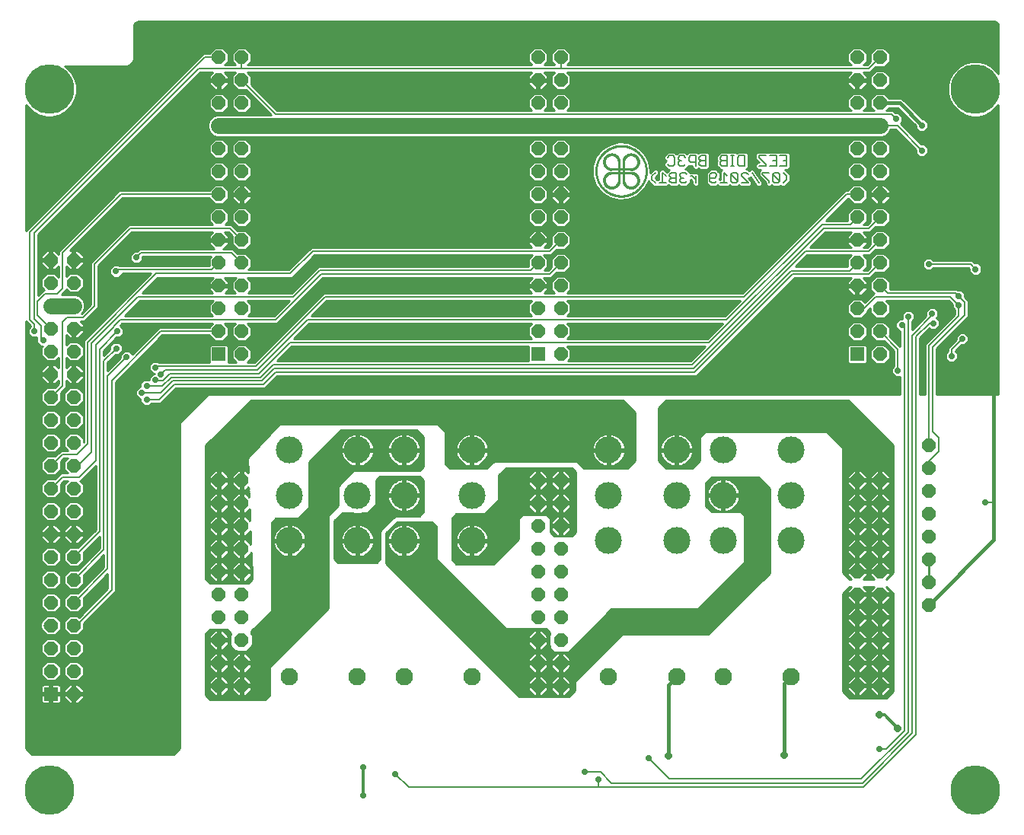
<source format=gbl>
G75*
%MOIN*%
%OFA0B0*%
%FSLAX25Y25*%
%IPPOS*%
%LPD*%
%AMOC8*
5,1,8,0,0,1.08239X$1,22.5*
%
%ADD10C,0.00500*%
%ADD11C,0.11811*%
%ADD12C,0.07677*%
%ADD13OC8,0.05906*%
%ADD14R,0.05906X0.05906*%
%ADD15C,0.01000*%
%ADD16C,0.00100*%
%ADD17C,0.21654*%
%ADD18OC8,0.02781*%
%ADD19C,0.01200*%
%ADD20R,0.02781X0.02781*%
%ADD21C,0.01600*%
%ADD22C,0.00800*%
%ADD23C,0.07000*%
%ADD24OC8,0.03175*%
D10*
X0331458Y0303986D02*
X0331458Y0305488D01*
X0332960Y0306989D01*
X0336062Y0306989D02*
X0336062Y0302485D01*
X0334561Y0302485D02*
X0337564Y0302485D01*
X0339165Y0303236D02*
X0339916Y0302485D01*
X0342167Y0302485D01*
X0342167Y0306989D01*
X0339916Y0306989D01*
X0339165Y0306238D01*
X0339165Y0305488D01*
X0339916Y0304737D01*
X0342167Y0304737D01*
X0343769Y0305488D02*
X0343769Y0306238D01*
X0344519Y0306989D01*
X0346021Y0306989D01*
X0346771Y0306238D01*
X0348356Y0305488D02*
X0349107Y0305488D01*
X0350608Y0303986D01*
X0350608Y0302485D02*
X0350608Y0305488D01*
X0346771Y0303236D02*
X0346021Y0302485D01*
X0344519Y0302485D01*
X0343769Y0303236D01*
X0343769Y0303986D01*
X0344519Y0304737D01*
X0345270Y0304737D01*
X0344519Y0304737D02*
X0343769Y0305488D01*
X0339916Y0304737D02*
X0339165Y0303986D01*
X0339165Y0303236D01*
X0337564Y0305488D02*
X0336062Y0306989D01*
X0339148Y0309985D02*
X0338398Y0310736D01*
X0339148Y0309985D02*
X0340649Y0309985D01*
X0341400Y0310736D01*
X0341400Y0313738D01*
X0340649Y0314489D01*
X0339148Y0314489D01*
X0338398Y0313738D01*
X0343002Y0313738D02*
X0343002Y0312988D01*
X0343752Y0312237D01*
X0343002Y0311486D01*
X0343002Y0310736D01*
X0343752Y0309985D01*
X0345253Y0309985D01*
X0346004Y0310736D01*
X0344503Y0312237D02*
X0343752Y0312237D01*
X0343002Y0313738D02*
X0343752Y0314489D01*
X0345253Y0314489D01*
X0346004Y0313738D01*
X0347605Y0313738D02*
X0347605Y0312237D01*
X0348356Y0311486D01*
X0350608Y0311486D01*
X0350608Y0309985D02*
X0350608Y0314489D01*
X0348356Y0314489D01*
X0347605Y0313738D01*
X0352209Y0313738D02*
X0352960Y0314489D01*
X0355212Y0314489D01*
X0355212Y0309985D01*
X0352960Y0309985D01*
X0352209Y0310736D01*
X0352209Y0311486D01*
X0352960Y0312237D01*
X0355212Y0312237D01*
X0352960Y0312237D02*
X0352209Y0312988D01*
X0352209Y0313738D01*
X0357564Y0306989D02*
X0359065Y0306989D01*
X0359816Y0306238D01*
X0359816Y0305488D01*
X0359065Y0304737D01*
X0356813Y0304737D01*
X0356813Y0303236D02*
X0356813Y0306238D01*
X0357564Y0306989D01*
X0356813Y0303236D02*
X0357564Y0302485D01*
X0359065Y0302485D01*
X0359816Y0303236D01*
X0361417Y0302485D02*
X0364420Y0302485D01*
X0362918Y0302485D02*
X0362918Y0306989D01*
X0364420Y0305488D01*
X0366021Y0306238D02*
X0366021Y0303236D01*
X0366772Y0302485D01*
X0368273Y0302485D01*
X0369024Y0303236D01*
X0366021Y0306238D01*
X0366772Y0306989D01*
X0368273Y0306989D01*
X0369024Y0306238D01*
X0369024Y0303236D01*
X0370625Y0302485D02*
X0373628Y0302485D01*
X0370625Y0305488D01*
X0370625Y0306238D01*
X0371376Y0306989D01*
X0372877Y0306989D01*
X0373628Y0306238D01*
X0375229Y0306989D02*
X0378232Y0302485D01*
X0379833Y0306238D02*
X0382835Y0303236D01*
X0382835Y0302485D01*
X0384437Y0303236D02*
X0385187Y0302485D01*
X0386689Y0302485D01*
X0387439Y0303236D01*
X0384437Y0306238D01*
X0384437Y0303236D01*
X0384437Y0306238D02*
X0385187Y0306989D01*
X0386689Y0306989D01*
X0387439Y0306238D01*
X0387439Y0303236D01*
X0389007Y0302485D02*
X0390509Y0303986D01*
X0390509Y0305488D01*
X0389007Y0306989D01*
X0387506Y0309985D02*
X0390509Y0309985D01*
X0390509Y0314489D01*
X0387506Y0314489D01*
X0385905Y0314489D02*
X0385905Y0309985D01*
X0382902Y0309985D01*
X0381301Y0309985D02*
X0381301Y0310736D01*
X0378298Y0313738D01*
X0378298Y0314489D01*
X0381301Y0314489D01*
X0382902Y0314489D02*
X0385905Y0314489D01*
X0385905Y0312237D02*
X0384403Y0312237D01*
X0381301Y0309985D02*
X0378298Y0309985D01*
X0379833Y0306989D02*
X0379833Y0306238D01*
X0379833Y0306989D02*
X0382835Y0306989D01*
X0389007Y0312237D02*
X0390509Y0312237D01*
X0372093Y0314489D02*
X0372093Y0309985D01*
X0369841Y0309985D01*
X0369090Y0310736D01*
X0369090Y0313738D01*
X0369841Y0314489D01*
X0372093Y0314489D01*
X0367489Y0314489D02*
X0365988Y0314489D01*
X0366738Y0314489D02*
X0366738Y0309985D01*
X0365988Y0309985D02*
X0367489Y0309985D01*
X0364420Y0309985D02*
X0362168Y0309985D01*
X0361417Y0310736D01*
X0361417Y0311486D01*
X0362168Y0312237D01*
X0364420Y0312237D01*
X0364420Y0314489D02*
X0362168Y0314489D01*
X0361417Y0313738D01*
X0361417Y0312988D01*
X0362168Y0312237D01*
X0364420Y0309985D02*
X0364420Y0314489D01*
X0332960Y0302485D02*
X0331458Y0303986D01*
D11*
X0342280Y0185602D03*
X0362713Y0185587D03*
X0362713Y0165744D03*
X0342280Y0165760D03*
X0342280Y0145917D03*
X0362713Y0145902D03*
X0392476Y0145902D03*
X0392476Y0165744D03*
X0392476Y0185587D03*
X0312516Y0185602D03*
X0312516Y0165760D03*
X0312516Y0145917D03*
X0252713Y0145902D03*
X0252713Y0165744D03*
X0252713Y0185587D03*
X0222949Y0185587D03*
X0202516Y0185587D03*
X0202516Y0165744D03*
X0222949Y0165744D03*
X0222949Y0145902D03*
X0202516Y0145902D03*
X0172752Y0145902D03*
X0172752Y0165744D03*
X0172752Y0185587D03*
D12*
X0172752Y0086374D03*
X0202516Y0086374D03*
X0222949Y0086374D03*
X0252713Y0086374D03*
X0312516Y0086390D03*
X0342280Y0086390D03*
X0362713Y0086374D03*
X0392476Y0086374D03*
D13*
X0421335Y0082319D03*
X0431335Y0082319D03*
X0431335Y0092319D03*
X0431335Y0102319D03*
X0421335Y0102319D03*
X0421335Y0092319D03*
X0421335Y0112319D03*
X0431335Y0112319D03*
X0431335Y0122319D03*
X0421335Y0122319D03*
X0421335Y0132319D03*
X0431335Y0132319D03*
X0431335Y0142319D03*
X0421335Y0142319D03*
X0421335Y0152319D03*
X0431335Y0152319D03*
X0431335Y0162319D03*
X0421335Y0162319D03*
X0421335Y0172319D03*
X0431335Y0172319D03*
X0452646Y0167778D03*
X0452646Y0177778D03*
X0452646Y0187778D03*
X0452646Y0157778D03*
X0452646Y0147778D03*
X0452646Y0137778D03*
X0452646Y0127778D03*
X0452646Y0117778D03*
X0431335Y0227516D03*
X0431335Y0237516D03*
X0421335Y0237516D03*
X0421335Y0247516D03*
X0431335Y0247516D03*
X0431335Y0257516D03*
X0421335Y0257516D03*
X0421335Y0267516D03*
X0431335Y0267516D03*
X0431335Y0277516D03*
X0421335Y0277516D03*
X0421335Y0287516D03*
X0431335Y0287516D03*
X0431335Y0297516D03*
X0421335Y0297516D03*
X0421335Y0307516D03*
X0431335Y0307516D03*
X0431335Y0317516D03*
X0421335Y0317516D03*
X0421335Y0327516D03*
X0431335Y0327516D03*
X0431335Y0337516D03*
X0421335Y0337516D03*
X0421335Y0347516D03*
X0431335Y0347516D03*
X0431335Y0357516D03*
X0421335Y0357516D03*
X0291571Y0357516D03*
X0281571Y0357516D03*
X0281571Y0347516D03*
X0291571Y0347516D03*
X0291571Y0337516D03*
X0281571Y0337516D03*
X0281571Y0327516D03*
X0291571Y0327516D03*
X0291571Y0317516D03*
X0281571Y0317516D03*
X0281571Y0307516D03*
X0291571Y0307516D03*
X0291571Y0297516D03*
X0281571Y0297516D03*
X0281571Y0287516D03*
X0291571Y0287516D03*
X0291571Y0277516D03*
X0281571Y0277516D03*
X0281571Y0267516D03*
X0291571Y0267516D03*
X0291571Y0257516D03*
X0281571Y0257516D03*
X0281571Y0247516D03*
X0291571Y0247516D03*
X0291571Y0237516D03*
X0281571Y0237516D03*
X0291571Y0227516D03*
X0291571Y0172319D03*
X0281571Y0172319D03*
X0281571Y0162319D03*
X0291571Y0162319D03*
X0291571Y0152319D03*
X0281571Y0152319D03*
X0281571Y0142319D03*
X0291571Y0142319D03*
X0291571Y0132319D03*
X0281571Y0132319D03*
X0281571Y0122319D03*
X0291571Y0122319D03*
X0291571Y0112319D03*
X0281571Y0112319D03*
X0281571Y0102319D03*
X0291571Y0102319D03*
X0291571Y0092319D03*
X0281571Y0092319D03*
X0281571Y0082319D03*
X0291571Y0082319D03*
X0151807Y0082319D03*
X0141807Y0082319D03*
X0141807Y0092319D03*
X0141807Y0102319D03*
X0151807Y0102319D03*
X0151807Y0092319D03*
X0151807Y0112319D03*
X0151807Y0122319D03*
X0141807Y0122319D03*
X0141807Y0112319D03*
X0141807Y0132319D03*
X0141807Y0142319D03*
X0151807Y0142319D03*
X0151807Y0132319D03*
X0151807Y0152319D03*
X0151807Y0162319D03*
X0141807Y0162319D03*
X0141807Y0152319D03*
X0141807Y0172319D03*
X0151807Y0172319D03*
X0151807Y0227516D03*
X0151807Y0237516D03*
X0141807Y0237516D03*
X0141807Y0247516D03*
X0141807Y0257516D03*
X0151807Y0257516D03*
X0151807Y0247516D03*
X0151807Y0267516D03*
X0151807Y0277516D03*
X0141807Y0277516D03*
X0141807Y0267516D03*
X0141807Y0287516D03*
X0141807Y0297516D03*
X0151807Y0297516D03*
X0151807Y0287516D03*
X0151807Y0307516D03*
X0151807Y0317516D03*
X0141807Y0317516D03*
X0141807Y0307516D03*
X0141807Y0327516D03*
X0141807Y0337516D03*
X0151807Y0337516D03*
X0151807Y0327516D03*
X0151807Y0347516D03*
X0151807Y0357516D03*
X0141807Y0357516D03*
X0141807Y0347516D03*
X0078343Y0268776D03*
X0078343Y0258776D03*
X0068343Y0258776D03*
X0068343Y0268776D03*
X0068343Y0248776D03*
X0078343Y0248776D03*
X0078343Y0238776D03*
X0068343Y0238776D03*
X0068343Y0228776D03*
X0078343Y0228776D03*
X0078343Y0218776D03*
X0068343Y0218776D03*
X0068343Y0208776D03*
X0078343Y0208776D03*
X0078343Y0198776D03*
X0068343Y0198776D03*
X0068343Y0188776D03*
X0078343Y0188776D03*
X0078343Y0178776D03*
X0078343Y0168776D03*
X0068343Y0168776D03*
X0068343Y0178776D03*
X0068343Y0158776D03*
X0078343Y0158776D03*
X0078343Y0148776D03*
X0068343Y0148776D03*
X0068343Y0138776D03*
X0078343Y0138776D03*
X0078343Y0128776D03*
X0068343Y0128776D03*
X0068343Y0118776D03*
X0078343Y0118776D03*
X0078343Y0108776D03*
X0068343Y0108776D03*
X0068343Y0098776D03*
X0078343Y0098776D03*
X0078343Y0088776D03*
X0068343Y0088776D03*
X0078343Y0078776D03*
D14*
X0068343Y0078776D03*
X0141807Y0227516D03*
X0281571Y0227516D03*
X0421335Y0227516D03*
D15*
X0425587Y0227693D02*
X0427082Y0227693D01*
X0427082Y0228691D02*
X0425587Y0228691D01*
X0425587Y0229690D02*
X0427494Y0229690D01*
X0427082Y0229277D02*
X0427082Y0225754D01*
X0429573Y0223263D01*
X0433096Y0223263D01*
X0435587Y0225754D01*
X0435587Y0229277D01*
X0433096Y0231768D01*
X0429573Y0231768D01*
X0427082Y0229277D01*
X0428493Y0230688D02*
X0425587Y0230688D01*
X0425587Y0231007D02*
X0424826Y0231768D01*
X0417843Y0231768D01*
X0417082Y0231007D01*
X0417082Y0224025D01*
X0417843Y0223263D01*
X0424826Y0223263D01*
X0425587Y0224025D01*
X0425587Y0231007D01*
X0424908Y0231687D02*
X0429491Y0231687D01*
X0429573Y0233263D02*
X0433096Y0233263D01*
X0433140Y0233307D01*
X0437446Y0229001D01*
X0437446Y0222383D01*
X0436455Y0221392D01*
X0436455Y0219163D01*
X0438031Y0217587D01*
X0440196Y0217587D01*
X0440196Y0210028D01*
X0136896Y0210028D01*
X0124646Y0197778D01*
X0124646Y0055028D01*
X0121896Y0052278D01*
X0060146Y0052278D01*
X0057472Y0054951D01*
X0057472Y0241797D01*
X0058441Y0240828D01*
X0059446Y0239823D01*
X0059446Y0239633D01*
X0058455Y0238642D01*
X0058455Y0236413D01*
X0060031Y0234837D01*
X0062196Y0234837D01*
X0062196Y0234073D01*
X0062205Y0234064D01*
X0062205Y0232663D01*
X0063781Y0231087D01*
X0064640Y0231087D01*
X0064090Y0230537D01*
X0064090Y0227014D01*
X0066581Y0224523D01*
X0070104Y0224523D01*
X0071626Y0226044D01*
X0071626Y0221507D01*
X0070104Y0223028D01*
X0068827Y0223028D01*
X0068827Y0219260D01*
X0067858Y0219260D01*
X0067858Y0218291D01*
X0068827Y0218291D01*
X0068827Y0214523D01*
X0070104Y0214523D01*
X0071626Y0216044D01*
X0071626Y0214463D01*
X0070148Y0212985D01*
X0070104Y0213028D01*
X0066581Y0213028D01*
X0064090Y0210537D01*
X0064090Y0207014D01*
X0066581Y0204523D01*
X0070104Y0204523D01*
X0072595Y0207014D01*
X0072595Y0210537D01*
X0072552Y0210581D01*
X0075026Y0213054D01*
X0075026Y0216078D01*
X0076581Y0214523D01*
X0077858Y0214523D01*
X0077858Y0218291D01*
X0078827Y0218291D01*
X0078827Y0214523D01*
X0080104Y0214523D01*
X0082595Y0217014D01*
X0082595Y0218291D01*
X0078827Y0218291D01*
X0078827Y0219260D01*
X0082595Y0219260D01*
X0082595Y0220537D01*
X0080104Y0223028D01*
X0078827Y0223028D01*
X0078827Y0219260D01*
X0077858Y0219260D01*
X0077858Y0223028D01*
X0076581Y0223028D01*
X0075026Y0221473D01*
X0075026Y0226078D01*
X0076581Y0224523D01*
X0080104Y0224523D01*
X0082595Y0227014D01*
X0082595Y0230537D01*
X0080104Y0233028D01*
X0076581Y0233028D01*
X0075026Y0231473D01*
X0075026Y0236078D01*
X0076581Y0234523D01*
X0077858Y0234523D01*
X0077858Y0238291D01*
X0078827Y0238291D01*
X0078827Y0234523D01*
X0080104Y0234523D01*
X0082595Y0237014D01*
X0082595Y0238291D01*
X0078827Y0238291D01*
X0078827Y0239260D01*
X0082595Y0239260D01*
X0082595Y0240537D01*
X0081236Y0241896D01*
X0083080Y0241896D01*
X0089096Y0247912D01*
X0089096Y0266323D01*
X0099721Y0276948D01*
X0101700Y0278928D01*
X0103668Y0280896D01*
X0139173Y0280896D01*
X0137554Y0279277D01*
X0137554Y0278000D01*
X0141323Y0278000D01*
X0141323Y0277031D01*
X0137554Y0277031D01*
X0137554Y0275754D01*
X0139762Y0273546D01*
X0107040Y0273546D01*
X0106062Y0272568D01*
X0104661Y0272568D01*
X0103085Y0270992D01*
X0103085Y0268763D01*
X0104661Y0267187D01*
X0106890Y0267187D01*
X0108466Y0268763D01*
X0108466Y0270146D01*
X0138423Y0270146D01*
X0137554Y0269277D01*
X0137554Y0266228D01*
X0098268Y0266228D01*
X0097990Y0266505D01*
X0095761Y0266505D01*
X0094185Y0264929D01*
X0094185Y0262700D01*
X0095761Y0261124D01*
X0097990Y0261124D01*
X0099566Y0262700D01*
X0099566Y0262828D01*
X0112042Y0262828D01*
X0083692Y0234478D01*
X0083691Y0234478D01*
X0082696Y0233482D01*
X0082696Y0188982D01*
X0082595Y0188881D01*
X0082595Y0190537D01*
X0080104Y0193028D01*
X0076581Y0193028D01*
X0074090Y0190537D01*
X0074090Y0187014D01*
X0075658Y0185446D01*
X0072609Y0185446D01*
X0071613Y0184450D01*
X0070148Y0182985D01*
X0070104Y0183028D01*
X0066581Y0183028D01*
X0064090Y0180537D01*
X0064090Y0177014D01*
X0066581Y0174523D01*
X0070104Y0174523D01*
X0072595Y0177014D01*
X0072595Y0180537D01*
X0072552Y0180581D01*
X0074017Y0182046D01*
X0075599Y0182046D01*
X0074090Y0180537D01*
X0074090Y0177014D01*
X0075626Y0175478D01*
X0072691Y0175478D01*
X0071696Y0174482D01*
X0070173Y0172959D01*
X0070104Y0173028D01*
X0066581Y0173028D01*
X0064090Y0170537D01*
X0064090Y0167014D01*
X0066581Y0164523D01*
X0070104Y0164523D01*
X0072595Y0167014D01*
X0072595Y0170537D01*
X0072577Y0170555D01*
X0074100Y0172078D01*
X0075630Y0172078D01*
X0074090Y0170537D01*
X0074090Y0167014D01*
X0076581Y0164523D01*
X0080104Y0164523D01*
X0082595Y0167014D01*
X0082595Y0170537D01*
X0081055Y0172078D01*
X0081350Y0172078D01*
X0087946Y0178673D01*
X0087946Y0150783D01*
X0080148Y0142985D01*
X0080104Y0143028D01*
X0076581Y0143028D01*
X0074090Y0140537D01*
X0074090Y0137014D01*
X0076581Y0134523D01*
X0080104Y0134523D01*
X0082595Y0137014D01*
X0082595Y0140537D01*
X0082552Y0140581D01*
X0089696Y0147725D01*
X0089696Y0142533D01*
X0080148Y0132985D01*
X0080104Y0133028D01*
X0076581Y0133028D01*
X0074090Y0130537D01*
X0074090Y0127014D01*
X0076581Y0124523D01*
X0080104Y0124523D01*
X0082595Y0127014D01*
X0082595Y0130537D01*
X0082552Y0130581D01*
X0091446Y0139475D01*
X0091446Y0134232D01*
X0080173Y0122959D01*
X0080104Y0123028D01*
X0076581Y0123028D01*
X0074090Y0120537D01*
X0074090Y0117014D01*
X0076581Y0114523D01*
X0080104Y0114523D01*
X0082595Y0117014D01*
X0082595Y0120537D01*
X0082577Y0120555D01*
X0093196Y0131173D01*
X0093196Y0124870D01*
X0080729Y0112404D01*
X0080104Y0113028D01*
X0076581Y0113028D01*
X0074090Y0110537D01*
X0074090Y0107014D01*
X0076581Y0104523D01*
X0080104Y0104523D01*
X0082595Y0107014D01*
X0082595Y0109462D01*
X0095600Y0122466D01*
X0096596Y0123462D01*
X0096596Y0215323D01*
X0114721Y0233448D01*
X0115120Y0233847D01*
X0117088Y0235816D01*
X0137554Y0235816D01*
X0137554Y0235754D01*
X0140046Y0233263D01*
X0143569Y0233263D01*
X0146060Y0235754D01*
X0146060Y0239277D01*
X0144441Y0240896D01*
X0149173Y0240896D01*
X0147554Y0239277D01*
X0147554Y0235754D01*
X0150046Y0233263D01*
X0153569Y0233263D01*
X0156060Y0235754D01*
X0156060Y0239277D01*
X0154441Y0240896D01*
X0167400Y0240896D01*
X0168396Y0241892D01*
X0187450Y0260946D01*
X0278987Y0260946D01*
X0277318Y0259277D01*
X0277318Y0258000D01*
X0281087Y0258000D01*
X0281087Y0257031D01*
X0277318Y0257031D01*
X0277318Y0255754D01*
X0278876Y0254196D01*
X0187691Y0254196D01*
X0157441Y0223946D01*
X0154252Y0223946D01*
X0156060Y0225754D01*
X0156060Y0229277D01*
X0153569Y0231768D01*
X0150046Y0231768D01*
X0147554Y0229277D01*
X0147554Y0225754D01*
X0149362Y0223946D01*
X0145981Y0223946D01*
X0146060Y0224025D01*
X0146060Y0231007D01*
X0145298Y0231768D01*
X0138316Y0231768D01*
X0137554Y0231007D01*
X0137554Y0224025D01*
X0137633Y0223946D01*
X0115662Y0223946D01*
X0115190Y0224418D01*
X0112961Y0224418D01*
X0111385Y0222842D01*
X0111385Y0220613D01*
X0112961Y0219037D01*
X0113685Y0219037D01*
X0113685Y0218818D01*
X0112961Y0218818D01*
X0111385Y0217242D01*
X0111385Y0216373D01*
X0111340Y0216418D01*
X0109111Y0216418D01*
X0107535Y0214842D01*
X0107535Y0213318D01*
X0106961Y0213318D01*
X0105385Y0211742D01*
X0105385Y0209513D01*
X0106961Y0207937D01*
X0107535Y0207937D01*
X0107535Y0206463D01*
X0109111Y0204887D01*
X0111340Y0204887D01*
X0112331Y0205878D01*
X0116400Y0205878D01*
X0123068Y0212546D01*
X0162100Y0212546D01*
X0163096Y0213542D01*
X0167350Y0217796D01*
X0350900Y0217796D01*
X0351896Y0218792D01*
X0393900Y0260796D01*
X0418601Y0260796D01*
X0417082Y0259277D01*
X0417082Y0258000D01*
X0420850Y0258000D01*
X0420850Y0257031D01*
X0421819Y0257031D01*
X0421819Y0253263D01*
X0423096Y0253263D01*
X0425587Y0255754D01*
X0425587Y0257031D01*
X0421819Y0257031D01*
X0421819Y0258000D01*
X0425587Y0258000D01*
X0425587Y0259277D01*
X0424069Y0260796D01*
X0426972Y0260796D01*
X0429506Y0263330D01*
X0429573Y0263263D01*
X0433096Y0263263D01*
X0435587Y0265754D01*
X0435587Y0269277D01*
X0433096Y0271768D01*
X0429573Y0271768D01*
X0427082Y0269277D01*
X0427082Y0265754D01*
X0427102Y0265734D01*
X0425564Y0264196D01*
X0424029Y0264196D01*
X0425587Y0265754D01*
X0425587Y0269277D01*
X0424019Y0270846D01*
X0427022Y0270846D01*
X0429506Y0273330D01*
X0429573Y0273263D01*
X0433096Y0273263D01*
X0435587Y0275754D01*
X0435587Y0279277D01*
X0433096Y0281768D01*
X0429573Y0281768D01*
X0427082Y0279277D01*
X0427082Y0275754D01*
X0427102Y0275734D01*
X0425614Y0274246D01*
X0424079Y0274246D01*
X0425587Y0275754D01*
X0425587Y0277031D01*
X0421819Y0277031D01*
X0421819Y0278000D01*
X0425587Y0278000D01*
X0425587Y0279277D01*
X0423919Y0280946D01*
X0427122Y0280946D01*
X0429506Y0283330D01*
X0429573Y0283263D01*
X0433096Y0283263D01*
X0435587Y0285754D01*
X0435587Y0289277D01*
X0433096Y0291768D01*
X0429573Y0291768D01*
X0427082Y0289277D01*
X0427082Y0285754D01*
X0427102Y0285734D01*
X0425714Y0284346D01*
X0424179Y0284346D01*
X0425587Y0285754D01*
X0425587Y0289277D01*
X0423096Y0291768D01*
X0419573Y0291768D01*
X0417082Y0289277D01*
X0417082Y0285946D01*
X0407700Y0285946D01*
X0417295Y0295541D01*
X0419573Y0293263D01*
X0423096Y0293263D01*
X0425587Y0295754D01*
X0425587Y0299277D01*
X0423096Y0301768D01*
X0419573Y0301768D01*
X0417082Y0299277D01*
X0417082Y0299216D01*
X0416161Y0299216D01*
X0415165Y0298220D01*
X0371141Y0254196D01*
X0294265Y0254196D01*
X0295824Y0255754D01*
X0295824Y0259277D01*
X0293332Y0261768D01*
X0289809Y0261768D01*
X0287318Y0259277D01*
X0287318Y0255754D01*
X0288876Y0254196D01*
X0284265Y0254196D01*
X0285824Y0255754D01*
X0285824Y0257031D01*
X0282055Y0257031D01*
X0282055Y0258000D01*
X0285824Y0258000D01*
X0285824Y0259277D01*
X0284155Y0260946D01*
X0287405Y0260946D01*
X0289766Y0263307D01*
X0289809Y0263263D01*
X0293332Y0263263D01*
X0295824Y0265754D01*
X0295824Y0269277D01*
X0293332Y0271768D01*
X0289809Y0271768D01*
X0287318Y0269277D01*
X0287318Y0265754D01*
X0287362Y0265711D01*
X0285997Y0264346D01*
X0284415Y0264346D01*
X0285824Y0265754D01*
X0285824Y0269277D01*
X0284105Y0270996D01*
X0287455Y0270996D01*
X0289766Y0273307D01*
X0289809Y0273263D01*
X0293332Y0273263D01*
X0295824Y0275754D01*
X0295824Y0279277D01*
X0293332Y0281768D01*
X0289809Y0281768D01*
X0287318Y0279277D01*
X0287318Y0275754D01*
X0287362Y0275711D01*
X0286047Y0274396D01*
X0284465Y0274396D01*
X0285824Y0275754D01*
X0285824Y0277031D01*
X0282055Y0277031D01*
X0282055Y0278000D01*
X0281087Y0278000D01*
X0281087Y0281768D01*
X0279809Y0281768D01*
X0277318Y0279277D01*
X0277318Y0278000D01*
X0281087Y0278000D01*
X0281087Y0277031D01*
X0277318Y0277031D01*
X0277318Y0275754D01*
X0278676Y0274396D01*
X0182391Y0274396D01*
X0172492Y0264496D01*
X0154802Y0264496D01*
X0156060Y0265754D01*
X0156060Y0269277D01*
X0153569Y0271768D01*
X0150046Y0271768D01*
X0150002Y0271725D01*
X0149177Y0272550D01*
X0148181Y0273546D01*
X0143852Y0273546D01*
X0146060Y0275754D01*
X0146060Y0277031D01*
X0142291Y0277031D01*
X0142291Y0278000D01*
X0146060Y0278000D01*
X0146060Y0279277D01*
X0144441Y0280896D01*
X0146023Y0280896D01*
X0147598Y0279321D01*
X0147554Y0279277D01*
X0147554Y0275754D01*
X0150046Y0273263D01*
X0153569Y0273263D01*
X0156060Y0275754D01*
X0156060Y0279277D01*
X0153569Y0281768D01*
X0150046Y0281768D01*
X0150002Y0281725D01*
X0148427Y0283300D01*
X0147431Y0284296D01*
X0144602Y0284296D01*
X0146060Y0285754D01*
X0146060Y0289277D01*
X0143569Y0291768D01*
X0140046Y0291768D01*
X0137554Y0289277D01*
X0137554Y0285754D01*
X0139012Y0284296D01*
X0102260Y0284296D01*
X0099296Y0281332D01*
X0097316Y0279353D01*
X0085696Y0267732D01*
X0085696Y0249320D01*
X0081671Y0245296D01*
X0081651Y0245296D01*
X0082412Y0246057D01*
X0083143Y0247821D01*
X0083143Y0249730D01*
X0082412Y0251495D01*
X0081061Y0252845D01*
X0079297Y0253576D01*
X0073159Y0253576D01*
X0075076Y0255492D01*
X0075076Y0256028D01*
X0076581Y0254523D01*
X0080104Y0254523D01*
X0082595Y0257014D01*
X0082595Y0260537D01*
X0080104Y0263028D01*
X0076581Y0263028D01*
X0075076Y0261523D01*
X0075076Y0266028D01*
X0076581Y0264523D01*
X0077858Y0264523D01*
X0077858Y0268291D01*
X0078827Y0268291D01*
X0078827Y0264523D01*
X0080104Y0264523D01*
X0082595Y0267014D01*
X0082595Y0268291D01*
X0078827Y0268291D01*
X0078827Y0269260D01*
X0082595Y0269260D01*
X0082595Y0270537D01*
X0080104Y0273028D01*
X0078827Y0273028D01*
X0078827Y0269260D01*
X0077858Y0269260D01*
X0077858Y0273028D01*
X0076812Y0273028D01*
X0097101Y0293318D01*
X0097631Y0293847D01*
X0099599Y0295816D01*
X0137554Y0295816D01*
X0137554Y0295754D01*
X0140046Y0293263D01*
X0143569Y0293263D01*
X0146060Y0295754D01*
X0146060Y0299277D01*
X0143569Y0301768D01*
X0140046Y0301768D01*
X0137554Y0299277D01*
X0137554Y0299216D01*
X0098191Y0299216D01*
X0095227Y0296251D01*
X0094697Y0295722D01*
X0072671Y0273696D01*
X0071676Y0272700D01*
X0071676Y0271457D01*
X0070104Y0273028D01*
X0068827Y0273028D01*
X0068827Y0269260D01*
X0067858Y0269260D01*
X0067858Y0268291D01*
X0068827Y0268291D01*
X0068827Y0264523D01*
X0070104Y0264523D01*
X0071676Y0266094D01*
X0071676Y0261457D01*
X0070104Y0263028D01*
X0066581Y0263028D01*
X0064090Y0260537D01*
X0064090Y0257014D01*
X0065508Y0255596D01*
X0064971Y0255596D01*
X0062596Y0253220D01*
X0062596Y0279792D01*
X0133600Y0350796D01*
X0139073Y0350796D01*
X0137554Y0349277D01*
X0137554Y0348000D01*
X0141323Y0348000D01*
X0141323Y0347031D01*
X0142291Y0347031D01*
X0142291Y0343263D01*
X0143569Y0343263D01*
X0146060Y0345754D01*
X0146060Y0347031D01*
X0142291Y0347031D01*
X0142291Y0348000D01*
X0146060Y0348000D01*
X0146060Y0349277D01*
X0144541Y0350796D01*
X0149073Y0350796D01*
X0147554Y0349277D01*
X0147554Y0345754D01*
X0150046Y0343263D01*
X0153569Y0343263D01*
X0153612Y0343307D01*
X0164603Y0332316D01*
X0140852Y0332316D01*
X0139088Y0331585D01*
X0137738Y0330235D01*
X0137007Y0328471D01*
X0137007Y0326561D01*
X0137738Y0324797D01*
X0139088Y0323447D01*
X0140852Y0322716D01*
X0432289Y0322716D01*
X0434054Y0323447D01*
X0435404Y0324797D01*
X0435826Y0325816D01*
X0438203Y0325816D01*
X0446955Y0317064D01*
X0446955Y0315663D01*
X0448531Y0314087D01*
X0450760Y0314087D01*
X0452336Y0315663D01*
X0452336Y0317892D01*
X0450760Y0319468D01*
X0449359Y0319468D01*
X0440607Y0328220D01*
X0440250Y0328577D01*
X0441086Y0329413D01*
X0441086Y0331642D01*
X0439510Y0333218D01*
X0438109Y0333218D01*
X0437131Y0334196D01*
X0434029Y0334196D01*
X0435249Y0335416D01*
X0439038Y0335416D01*
X0446955Y0327498D01*
X0446955Y0326663D01*
X0448531Y0325087D01*
X0450760Y0325087D01*
X0452336Y0326663D01*
X0452336Y0328892D01*
X0450760Y0330468D01*
X0449925Y0330468D01*
X0440777Y0339616D01*
X0435249Y0339616D01*
X0433096Y0341768D01*
X0429573Y0341768D01*
X0427082Y0339277D01*
X0427082Y0335754D01*
X0428640Y0334196D01*
X0424029Y0334196D01*
X0425587Y0335754D01*
X0425587Y0339277D01*
X0423096Y0341768D01*
X0419573Y0341768D01*
X0417082Y0339277D01*
X0417082Y0335754D01*
X0418640Y0334196D01*
X0294265Y0334196D01*
X0295824Y0335754D01*
X0295824Y0339277D01*
X0293332Y0341768D01*
X0289809Y0341768D01*
X0287318Y0339277D01*
X0287318Y0335754D01*
X0288876Y0334196D01*
X0284265Y0334196D01*
X0285824Y0335754D01*
X0285824Y0339277D01*
X0283332Y0341768D01*
X0279809Y0341768D01*
X0277318Y0339277D01*
X0277318Y0335754D01*
X0278876Y0334196D01*
X0167531Y0334196D01*
X0156016Y0345711D01*
X0156060Y0345754D01*
X0156060Y0349277D01*
X0154541Y0350796D01*
X0278837Y0350796D01*
X0277318Y0349277D01*
X0277318Y0348000D01*
X0281087Y0348000D01*
X0281087Y0347031D01*
X0282055Y0347031D01*
X0282055Y0343263D01*
X0283332Y0343263D01*
X0285824Y0345754D01*
X0285824Y0347031D01*
X0282055Y0347031D01*
X0282055Y0348000D01*
X0285824Y0348000D01*
X0285824Y0349277D01*
X0284305Y0350796D01*
X0288837Y0350796D01*
X0287318Y0349277D01*
X0287318Y0345754D01*
X0289809Y0343263D01*
X0293332Y0343263D01*
X0295824Y0345754D01*
X0295824Y0349277D01*
X0294305Y0350796D01*
X0418601Y0350796D01*
X0417082Y0349277D01*
X0417082Y0348000D01*
X0420850Y0348000D01*
X0420850Y0347031D01*
X0421819Y0347031D01*
X0421819Y0343263D01*
X0423096Y0343263D01*
X0425587Y0345754D01*
X0425587Y0347031D01*
X0421819Y0347031D01*
X0421819Y0348000D01*
X0425587Y0348000D01*
X0425587Y0349277D01*
X0424069Y0350796D01*
X0427019Y0350796D01*
X0429530Y0353307D01*
X0429573Y0353263D01*
X0433096Y0353263D01*
X0435587Y0355754D01*
X0435587Y0359277D01*
X0433096Y0361768D01*
X0429573Y0361768D01*
X0427082Y0359277D01*
X0427082Y0355754D01*
X0427125Y0355711D01*
X0425611Y0354196D01*
X0424029Y0354196D01*
X0425587Y0355754D01*
X0425587Y0359277D01*
X0423096Y0361768D01*
X0419573Y0361768D01*
X0417082Y0359277D01*
X0417082Y0355754D01*
X0418640Y0354196D01*
X0294265Y0354196D01*
X0295824Y0355754D01*
X0295824Y0359277D01*
X0293332Y0361768D01*
X0289809Y0361768D01*
X0287318Y0359277D01*
X0287318Y0355754D01*
X0288876Y0354196D01*
X0284265Y0354196D01*
X0285824Y0355754D01*
X0285824Y0359277D01*
X0283332Y0361768D01*
X0279809Y0361768D01*
X0277318Y0359277D01*
X0277318Y0355754D01*
X0278876Y0354196D01*
X0154502Y0354196D01*
X0156060Y0355754D01*
X0156060Y0359277D01*
X0153569Y0361768D01*
X0150046Y0361768D01*
X0147554Y0359277D01*
X0147554Y0355754D01*
X0149112Y0354196D01*
X0144502Y0354196D01*
X0146060Y0355754D01*
X0146060Y0359277D01*
X0143569Y0361768D01*
X0140046Y0361768D01*
X0137554Y0359277D01*
X0137554Y0359216D01*
X0134930Y0359216D01*
X0133934Y0358220D01*
X0057472Y0281758D01*
X0057472Y0336789D01*
X0057851Y0336133D01*
X0060109Y0333875D01*
X0062874Y0332278D01*
X0065959Y0331452D01*
X0069152Y0331452D01*
X0072236Y0332278D01*
X0075001Y0333875D01*
X0077259Y0336133D01*
X0078855Y0338898D01*
X0079682Y0341982D01*
X0079682Y0345175D01*
X0078855Y0348259D01*
X0077259Y0351025D01*
X0075001Y0353283D01*
X0074345Y0353661D01*
X0101755Y0353661D01*
X0103114Y0354224D01*
X0104154Y0355264D01*
X0104717Y0356623D01*
X0104717Y0371138D01*
X0104744Y0371483D01*
X0104957Y0372141D01*
X0105363Y0372700D01*
X0105922Y0373106D01*
X0106580Y0373319D01*
X0106925Y0373346D01*
X0480941Y0373346D01*
X0481286Y0373319D01*
X0481944Y0373106D01*
X0482503Y0372700D01*
X0482909Y0372141D01*
X0483122Y0371483D01*
X0483150Y0371138D01*
X0483150Y0350369D01*
X0482771Y0351025D01*
X0480513Y0353283D01*
X0477748Y0354879D01*
X0474663Y0355705D01*
X0471470Y0355705D01*
X0468386Y0354879D01*
X0465621Y0353283D01*
X0463363Y0351025D01*
X0461767Y0348259D01*
X0460940Y0345175D01*
X0460940Y0341982D01*
X0461767Y0338898D01*
X0463363Y0336133D01*
X0465621Y0333875D01*
X0468386Y0332278D01*
X0471470Y0331452D01*
X0474663Y0331452D01*
X0477748Y0332278D01*
X0480513Y0333875D01*
X0482771Y0336133D01*
X0483150Y0336789D01*
X0483150Y0210028D01*
X0456096Y0210028D01*
X0456096Y0230073D01*
X0469100Y0243078D01*
X0470096Y0244073D01*
X0470096Y0250982D01*
X0468336Y0252741D01*
X0468336Y0254142D01*
X0466760Y0255718D01*
X0465359Y0255718D01*
X0465131Y0255946D01*
X0435587Y0255946D01*
X0435587Y0259277D01*
X0433096Y0261768D01*
X0429573Y0261768D01*
X0427082Y0259277D01*
X0427082Y0255754D01*
X0428666Y0254170D01*
X0427696Y0253200D01*
X0424680Y0250185D01*
X0423096Y0251768D01*
X0419573Y0251768D01*
X0417082Y0249277D01*
X0417082Y0245754D01*
X0419573Y0243263D01*
X0423096Y0243263D01*
X0425587Y0245754D01*
X0425587Y0246284D01*
X0427082Y0247778D01*
X0427082Y0245754D01*
X0429573Y0243263D01*
X0433096Y0243263D01*
X0435587Y0245754D01*
X0435587Y0249277D01*
X0434069Y0250796D01*
X0461473Y0250796D01*
X0462955Y0249314D01*
X0462955Y0247913D01*
X0463946Y0246923D01*
X0463946Y0244982D01*
X0450946Y0231982D01*
X0450946Y0210028D01*
X0448846Y0210028D01*
X0448846Y0234573D01*
X0453070Y0238798D01*
X0453531Y0238337D01*
X0455760Y0238337D01*
X0457336Y0239913D01*
X0457336Y0242142D01*
X0456076Y0243403D01*
X0456836Y0244163D01*
X0456836Y0246392D01*
X0455260Y0247968D01*
X0453031Y0247968D01*
X0451455Y0246392D01*
X0451455Y0244241D01*
X0445346Y0238132D01*
X0445346Y0241923D01*
X0446336Y0242913D01*
X0446336Y0245142D01*
X0444760Y0246718D01*
X0442531Y0246718D01*
X0440955Y0245142D01*
X0440955Y0242968D01*
X0439781Y0242968D01*
X0438205Y0241392D01*
X0438205Y0239163D01*
X0439781Y0237587D01*
X0440196Y0237587D01*
X0440196Y0231059D01*
X0439850Y0231405D01*
X0435544Y0235711D01*
X0435587Y0235754D01*
X0435587Y0239277D01*
X0433096Y0241768D01*
X0429573Y0241768D01*
X0427082Y0239277D01*
X0427082Y0235754D01*
X0429573Y0233263D01*
X0429152Y0233684D02*
X0423517Y0233684D01*
X0423096Y0233263D02*
X0425587Y0235754D01*
X0425587Y0239277D01*
X0423096Y0241768D01*
X0419573Y0241768D01*
X0417082Y0239277D01*
X0417082Y0235754D01*
X0419573Y0233263D01*
X0423096Y0233263D01*
X0424515Y0234682D02*
X0428154Y0234682D01*
X0427155Y0235681D02*
X0425514Y0235681D01*
X0425587Y0236679D02*
X0427082Y0236679D01*
X0427082Y0237678D02*
X0425587Y0237678D01*
X0425587Y0238676D02*
X0427082Y0238676D01*
X0427479Y0239675D02*
X0425190Y0239675D01*
X0424191Y0240673D02*
X0428478Y0240673D01*
X0429476Y0241672D02*
X0423193Y0241672D01*
X0423502Y0243669D02*
X0429167Y0243669D01*
X0428169Y0244667D02*
X0424500Y0244667D01*
X0425499Y0245666D02*
X0427170Y0245666D01*
X0427082Y0246664D02*
X0425968Y0246664D01*
X0426967Y0247663D02*
X0427082Y0247663D01*
X0425154Y0250658D02*
X0424206Y0250658D01*
X0423208Y0251657D02*
X0426152Y0251657D01*
X0427151Y0252655D02*
X0385759Y0252655D01*
X0384761Y0251657D02*
X0419461Y0251657D01*
X0418463Y0250658D02*
X0383762Y0250658D01*
X0382764Y0249660D02*
X0417464Y0249660D01*
X0417082Y0248661D02*
X0381765Y0248661D01*
X0380767Y0247663D02*
X0417082Y0247663D01*
X0417082Y0246664D02*
X0379768Y0246664D01*
X0378770Y0245666D02*
X0417170Y0245666D01*
X0418169Y0244667D02*
X0377771Y0244667D01*
X0376773Y0243669D02*
X0419167Y0243669D01*
X0419476Y0241672D02*
X0374776Y0241672D01*
X0375774Y0242670D02*
X0439483Y0242670D01*
X0438485Y0241672D02*
X0433193Y0241672D01*
X0434191Y0240673D02*
X0438205Y0240673D01*
X0438205Y0239675D02*
X0435190Y0239675D01*
X0435587Y0238676D02*
X0438692Y0238676D01*
X0439690Y0237678D02*
X0435587Y0237678D01*
X0435587Y0236679D02*
X0440196Y0236679D01*
X0440196Y0235681D02*
X0435574Y0235681D01*
X0436572Y0234682D02*
X0440196Y0234682D01*
X0440196Y0233684D02*
X0437571Y0233684D01*
X0438569Y0232685D02*
X0440196Y0232685D01*
X0440196Y0231687D02*
X0439568Y0231687D01*
X0436757Y0229690D02*
X0435175Y0229690D01*
X0435587Y0228691D02*
X0437446Y0228691D01*
X0437446Y0227693D02*
X0435587Y0227693D01*
X0435587Y0226694D02*
X0437446Y0226694D01*
X0437446Y0225696D02*
X0435529Y0225696D01*
X0434530Y0224697D02*
X0437446Y0224697D01*
X0437446Y0223699D02*
X0433532Y0223699D01*
X0436765Y0221702D02*
X0354805Y0221702D01*
X0355804Y0222700D02*
X0437446Y0222700D01*
X0436455Y0220703D02*
X0353807Y0220703D01*
X0352808Y0219705D02*
X0436455Y0219705D01*
X0436912Y0218706D02*
X0351810Y0218706D01*
X0348491Y0224696D02*
X0354592Y0230796D01*
X0294305Y0230796D01*
X0295824Y0229277D01*
X0295824Y0225754D01*
X0294765Y0224696D01*
X0348491Y0224696D01*
X0348493Y0224697D02*
X0294766Y0224697D01*
X0295765Y0225696D02*
X0349491Y0225696D01*
X0350490Y0226694D02*
X0295824Y0226694D01*
X0295824Y0227693D02*
X0351488Y0227693D01*
X0352487Y0228691D02*
X0295824Y0228691D01*
X0295411Y0229690D02*
X0353485Y0229690D01*
X0354484Y0230688D02*
X0294413Y0230688D01*
X0294265Y0234196D02*
X0295824Y0235754D01*
X0295824Y0239277D01*
X0294305Y0240796D01*
X0362342Y0240796D01*
X0355741Y0234196D01*
X0294265Y0234196D01*
X0294752Y0234682D02*
X0356228Y0234682D01*
X0357226Y0235681D02*
X0295750Y0235681D01*
X0295824Y0236679D02*
X0358225Y0236679D01*
X0359223Y0237678D02*
X0295824Y0237678D01*
X0295824Y0238676D02*
X0360222Y0238676D01*
X0361220Y0239675D02*
X0295426Y0239675D01*
X0294428Y0240673D02*
X0362219Y0240673D01*
X0363441Y0244196D02*
X0370042Y0250796D01*
X0294305Y0250796D01*
X0295824Y0249277D01*
X0295824Y0245754D01*
X0294265Y0244196D01*
X0363441Y0244196D01*
X0363913Y0244667D02*
X0294737Y0244667D01*
X0295735Y0245666D02*
X0364911Y0245666D01*
X0365910Y0246664D02*
X0295824Y0246664D01*
X0295824Y0247663D02*
X0366908Y0247663D01*
X0367907Y0248661D02*
X0295824Y0248661D01*
X0295441Y0249660D02*
X0368905Y0249660D01*
X0369904Y0250658D02*
X0294443Y0250658D01*
X0294722Y0254652D02*
X0371598Y0254652D01*
X0372596Y0255651D02*
X0295720Y0255651D01*
X0295824Y0256649D02*
X0373595Y0256649D01*
X0374593Y0257648D02*
X0295824Y0257648D01*
X0295824Y0258646D02*
X0375592Y0258646D01*
X0376590Y0259645D02*
X0295456Y0259645D01*
X0294457Y0260643D02*
X0377589Y0260643D01*
X0378587Y0261642D02*
X0293459Y0261642D01*
X0293708Y0263639D02*
X0380584Y0263639D01*
X0379586Y0262641D02*
X0289100Y0262641D01*
X0289683Y0261642D02*
X0288101Y0261642D01*
X0288684Y0260643D02*
X0284457Y0260643D01*
X0285456Y0259645D02*
X0287686Y0259645D01*
X0287318Y0258646D02*
X0285824Y0258646D01*
X0287318Y0257648D02*
X0282055Y0257648D01*
X0281087Y0257648D02*
X0184152Y0257648D01*
X0185150Y0258646D02*
X0277318Y0258646D01*
X0277686Y0259645D02*
X0186149Y0259645D01*
X0187147Y0260643D02*
X0278684Y0260643D01*
X0277318Y0256649D02*
X0183153Y0256649D01*
X0182155Y0255651D02*
X0277421Y0255651D01*
X0278420Y0254652D02*
X0181156Y0254652D01*
X0180158Y0253654D02*
X0187149Y0253654D01*
X0186151Y0252655D02*
X0179159Y0252655D01*
X0178161Y0251657D02*
X0185152Y0251657D01*
X0184154Y0250658D02*
X0177162Y0250658D01*
X0176164Y0249660D02*
X0183155Y0249660D01*
X0182157Y0248661D02*
X0175165Y0248661D01*
X0174167Y0247663D02*
X0181158Y0247663D01*
X0180160Y0246664D02*
X0173168Y0246664D01*
X0172170Y0245666D02*
X0179161Y0245666D01*
X0178163Y0244667D02*
X0171171Y0244667D01*
X0170173Y0243669D02*
X0177164Y0243669D01*
X0176166Y0242670D02*
X0169174Y0242670D01*
X0168396Y0241892D02*
X0168396Y0241892D01*
X0168176Y0241672D02*
X0175167Y0241672D01*
X0174169Y0240673D02*
X0154664Y0240673D01*
X0155662Y0239675D02*
X0173170Y0239675D01*
X0172172Y0238676D02*
X0156060Y0238676D01*
X0156060Y0237678D02*
X0171173Y0237678D01*
X0170175Y0236679D02*
X0156060Y0236679D01*
X0155986Y0235681D02*
X0169176Y0235681D01*
X0168178Y0234682D02*
X0154988Y0234682D01*
X0153989Y0233684D02*
X0167179Y0233684D01*
X0166181Y0232685D02*
X0113957Y0232685D01*
X0112959Y0231687D02*
X0138234Y0231687D01*
X0137554Y0230688D02*
X0111960Y0230688D01*
X0110962Y0229690D02*
X0137554Y0229690D01*
X0137554Y0228691D02*
X0109963Y0228691D01*
X0108965Y0227693D02*
X0137554Y0227693D01*
X0137554Y0226694D02*
X0107966Y0226694D01*
X0106968Y0225696D02*
X0137554Y0225696D01*
X0137554Y0224697D02*
X0105969Y0224697D01*
X0104971Y0223699D02*
X0112242Y0223699D01*
X0111385Y0222700D02*
X0103972Y0222700D01*
X0102974Y0221702D02*
X0111385Y0221702D01*
X0111385Y0220703D02*
X0101975Y0220703D01*
X0100977Y0219705D02*
X0112294Y0219705D01*
X0112849Y0218706D02*
X0099978Y0218706D01*
X0098980Y0217707D02*
X0111851Y0217707D01*
X0111385Y0216709D02*
X0097981Y0216709D01*
X0096983Y0215710D02*
X0108403Y0215710D01*
X0107535Y0214712D02*
X0096596Y0214712D01*
X0096596Y0213713D02*
X0107535Y0213713D01*
X0106358Y0212715D02*
X0096596Y0212715D01*
X0096596Y0211716D02*
X0105385Y0211716D01*
X0105385Y0210718D02*
X0096596Y0210718D01*
X0096596Y0209719D02*
X0105385Y0209719D01*
X0106177Y0208721D02*
X0096596Y0208721D01*
X0096596Y0207722D02*
X0107535Y0207722D01*
X0107535Y0206724D02*
X0096596Y0206724D01*
X0096596Y0205725D02*
X0108273Y0205725D01*
X0112178Y0205725D02*
X0132593Y0205725D01*
X0131595Y0204727D02*
X0096596Y0204727D01*
X0096596Y0203728D02*
X0130596Y0203728D01*
X0129598Y0202730D02*
X0096596Y0202730D01*
X0096596Y0201731D02*
X0128599Y0201731D01*
X0127601Y0200733D02*
X0096596Y0200733D01*
X0096596Y0199734D02*
X0126602Y0199734D01*
X0125604Y0198736D02*
X0096596Y0198736D01*
X0096596Y0197737D02*
X0124646Y0197737D01*
X0124646Y0196739D02*
X0096596Y0196739D01*
X0096596Y0195740D02*
X0124646Y0195740D01*
X0124646Y0194742D02*
X0096596Y0194742D01*
X0096596Y0193743D02*
X0124646Y0193743D01*
X0124646Y0192745D02*
X0096596Y0192745D01*
X0096596Y0191746D02*
X0124646Y0191746D01*
X0124646Y0190748D02*
X0096596Y0190748D01*
X0096596Y0189749D02*
X0124646Y0189749D01*
X0124646Y0188751D02*
X0096596Y0188751D01*
X0096596Y0187752D02*
X0124646Y0187752D01*
X0124646Y0186754D02*
X0096596Y0186754D01*
X0096596Y0185755D02*
X0124646Y0185755D01*
X0124646Y0184757D02*
X0096596Y0184757D01*
X0096596Y0183758D02*
X0124646Y0183758D01*
X0124646Y0182760D02*
X0096596Y0182760D01*
X0096596Y0181761D02*
X0124646Y0181761D01*
X0124646Y0180763D02*
X0096596Y0180763D01*
X0096596Y0179764D02*
X0124646Y0179764D01*
X0124646Y0178766D02*
X0096596Y0178766D01*
X0096596Y0177767D02*
X0124646Y0177767D01*
X0124646Y0176769D02*
X0096596Y0176769D01*
X0096596Y0175770D02*
X0124646Y0175770D01*
X0124646Y0174772D02*
X0096596Y0174772D01*
X0096596Y0173773D02*
X0124646Y0173773D01*
X0124646Y0172774D02*
X0096596Y0172774D01*
X0096596Y0171776D02*
X0124646Y0171776D01*
X0124646Y0170777D02*
X0096596Y0170777D01*
X0096596Y0169779D02*
X0124646Y0169779D01*
X0124646Y0168780D02*
X0096596Y0168780D01*
X0096596Y0167782D02*
X0124646Y0167782D01*
X0124646Y0166783D02*
X0096596Y0166783D01*
X0096596Y0165785D02*
X0124646Y0165785D01*
X0124646Y0164786D02*
X0096596Y0164786D01*
X0096596Y0163788D02*
X0124646Y0163788D01*
X0124646Y0162789D02*
X0096596Y0162789D01*
X0096596Y0161791D02*
X0124646Y0161791D01*
X0124646Y0160792D02*
X0096596Y0160792D01*
X0096596Y0159794D02*
X0124646Y0159794D01*
X0124646Y0158795D02*
X0096596Y0158795D01*
X0096596Y0157797D02*
X0124646Y0157797D01*
X0124646Y0156798D02*
X0096596Y0156798D01*
X0096596Y0155800D02*
X0124646Y0155800D01*
X0124646Y0154801D02*
X0096596Y0154801D01*
X0096596Y0153803D02*
X0124646Y0153803D01*
X0124646Y0152804D02*
X0096596Y0152804D01*
X0096596Y0151806D02*
X0124646Y0151806D01*
X0124646Y0150807D02*
X0096596Y0150807D01*
X0096596Y0149809D02*
X0124646Y0149809D01*
X0124646Y0148810D02*
X0096596Y0148810D01*
X0096596Y0147812D02*
X0124646Y0147812D01*
X0124646Y0146813D02*
X0096596Y0146813D01*
X0096596Y0145815D02*
X0124646Y0145815D01*
X0124646Y0144816D02*
X0096596Y0144816D01*
X0096596Y0143818D02*
X0124646Y0143818D01*
X0124646Y0142819D02*
X0096596Y0142819D01*
X0096596Y0141821D02*
X0124646Y0141821D01*
X0124646Y0140822D02*
X0096596Y0140822D01*
X0096596Y0139824D02*
X0124646Y0139824D01*
X0124646Y0138825D02*
X0096596Y0138825D01*
X0096596Y0137827D02*
X0124646Y0137827D01*
X0124646Y0136828D02*
X0096596Y0136828D01*
X0096596Y0135830D02*
X0124646Y0135830D01*
X0124646Y0134831D02*
X0096596Y0134831D01*
X0096596Y0133833D02*
X0124646Y0133833D01*
X0124646Y0132834D02*
X0096596Y0132834D01*
X0096596Y0131836D02*
X0124646Y0131836D01*
X0124646Y0130837D02*
X0096596Y0130837D01*
X0096596Y0129838D02*
X0124646Y0129838D01*
X0124646Y0128840D02*
X0096596Y0128840D01*
X0096596Y0127841D02*
X0124646Y0127841D01*
X0124646Y0126843D02*
X0096596Y0126843D01*
X0096596Y0125844D02*
X0124646Y0125844D01*
X0124646Y0124846D02*
X0096596Y0124846D01*
X0096596Y0123847D02*
X0124646Y0123847D01*
X0124646Y0122849D02*
X0095983Y0122849D01*
X0094984Y0121850D02*
X0124646Y0121850D01*
X0124646Y0120852D02*
X0093986Y0120852D01*
X0092987Y0119853D02*
X0124646Y0119853D01*
X0124646Y0118855D02*
X0091989Y0118855D01*
X0090990Y0117856D02*
X0124646Y0117856D01*
X0124646Y0116858D02*
X0089992Y0116858D01*
X0088993Y0115859D02*
X0124646Y0115859D01*
X0124646Y0114861D02*
X0087995Y0114861D01*
X0086996Y0113862D02*
X0124646Y0113862D01*
X0124646Y0112864D02*
X0085997Y0112864D01*
X0084999Y0111865D02*
X0124646Y0111865D01*
X0124646Y0110867D02*
X0084000Y0110867D01*
X0083002Y0109868D02*
X0124646Y0109868D01*
X0124646Y0108870D02*
X0082595Y0108870D01*
X0082595Y0107871D02*
X0124646Y0107871D01*
X0124646Y0106873D02*
X0082454Y0106873D01*
X0081455Y0105874D02*
X0124646Y0105874D01*
X0124646Y0104876D02*
X0080457Y0104876D01*
X0080104Y0103028D02*
X0076581Y0103028D01*
X0074090Y0100537D01*
X0074090Y0097014D01*
X0076581Y0094523D01*
X0080104Y0094523D01*
X0082595Y0097014D01*
X0082595Y0100537D01*
X0080104Y0103028D01*
X0080254Y0102879D02*
X0124646Y0102879D01*
X0124646Y0103877D02*
X0057472Y0103877D01*
X0057472Y0102879D02*
X0066431Y0102879D01*
X0066581Y0103028D02*
X0064090Y0100537D01*
X0064090Y0097014D01*
X0066581Y0094523D01*
X0070104Y0094523D01*
X0072595Y0097014D01*
X0072595Y0100537D01*
X0070104Y0103028D01*
X0066581Y0103028D01*
X0066581Y0104523D02*
X0070104Y0104523D01*
X0072595Y0107014D01*
X0072595Y0110537D01*
X0070104Y0113028D01*
X0066581Y0113028D01*
X0064090Y0110537D01*
X0064090Y0109909D01*
X0063744Y0109563D01*
X0063744Y0107989D01*
X0064090Y0107643D01*
X0064090Y0107014D01*
X0066581Y0104523D01*
X0066228Y0104876D02*
X0057472Y0104876D01*
X0057472Y0105874D02*
X0065230Y0105874D01*
X0064231Y0106873D02*
X0057472Y0106873D01*
X0057472Y0107871D02*
X0063861Y0107871D01*
X0063744Y0108870D02*
X0057472Y0108870D01*
X0057472Y0109868D02*
X0064049Y0109868D01*
X0064419Y0110867D02*
X0057472Y0110867D01*
X0057472Y0111865D02*
X0065418Y0111865D01*
X0066416Y0112864D02*
X0057472Y0112864D01*
X0057472Y0113862D02*
X0082188Y0113862D01*
X0083186Y0114861D02*
X0080442Y0114861D01*
X0081441Y0115859D02*
X0084185Y0115859D01*
X0085183Y0116858D02*
X0082439Y0116858D01*
X0082595Y0117856D02*
X0086182Y0117856D01*
X0087180Y0118855D02*
X0082595Y0118855D01*
X0082595Y0119853D02*
X0088179Y0119853D01*
X0089177Y0120852D02*
X0082874Y0120852D01*
X0083873Y0121850D02*
X0090176Y0121850D01*
X0091174Y0122849D02*
X0084871Y0122849D01*
X0085870Y0123847D02*
X0092173Y0123847D01*
X0093171Y0124846D02*
X0086868Y0124846D01*
X0087867Y0125844D02*
X0093196Y0125844D01*
X0093196Y0126843D02*
X0088865Y0126843D01*
X0089864Y0127841D02*
X0093196Y0127841D01*
X0093196Y0128840D02*
X0090862Y0128840D01*
X0091861Y0129838D02*
X0093196Y0129838D01*
X0093196Y0130837D02*
X0092859Y0130837D01*
X0090048Y0132834D02*
X0084805Y0132834D01*
X0083807Y0131836D02*
X0089049Y0131836D01*
X0088051Y0130837D02*
X0082808Y0130837D01*
X0082595Y0129838D02*
X0087052Y0129838D01*
X0086054Y0128840D02*
X0082595Y0128840D01*
X0082595Y0127841D02*
X0085055Y0127841D01*
X0084057Y0126843D02*
X0082424Y0126843D01*
X0083058Y0125844D02*
X0081426Y0125844D01*
X0082060Y0124846D02*
X0080427Y0124846D01*
X0081061Y0123847D02*
X0057472Y0123847D01*
X0057472Y0122849D02*
X0066402Y0122849D01*
X0066581Y0123028D02*
X0064090Y0120537D01*
X0064090Y0117014D01*
X0066581Y0114523D01*
X0070104Y0114523D01*
X0072595Y0117014D01*
X0072595Y0120537D01*
X0070104Y0123028D01*
X0066581Y0123028D01*
X0066581Y0124523D02*
X0070104Y0124523D01*
X0072595Y0127014D01*
X0072595Y0130537D01*
X0070104Y0133028D01*
X0066581Y0133028D01*
X0064090Y0130537D01*
X0064090Y0127014D01*
X0066581Y0124523D01*
X0066258Y0124846D02*
X0057472Y0124846D01*
X0057472Y0125844D02*
X0065259Y0125844D01*
X0064261Y0126843D02*
X0057472Y0126843D01*
X0057472Y0127841D02*
X0064090Y0127841D01*
X0064090Y0128840D02*
X0057472Y0128840D01*
X0057472Y0129838D02*
X0064090Y0129838D01*
X0064390Y0130837D02*
X0057472Y0130837D01*
X0057472Y0131836D02*
X0065388Y0131836D01*
X0066387Y0132834D02*
X0057472Y0132834D01*
X0057472Y0133833D02*
X0080995Y0133833D01*
X0080412Y0134831D02*
X0081994Y0134831D01*
X0081411Y0135830D02*
X0082992Y0135830D01*
X0082409Y0136828D02*
X0083991Y0136828D01*
X0084989Y0137827D02*
X0082595Y0137827D01*
X0082595Y0138825D02*
X0085988Y0138825D01*
X0086986Y0139824D02*
X0082595Y0139824D01*
X0082793Y0140822D02*
X0087985Y0140822D01*
X0088983Y0141821D02*
X0083792Y0141821D01*
X0084790Y0142819D02*
X0089696Y0142819D01*
X0089696Y0143818D02*
X0085789Y0143818D01*
X0086787Y0144816D02*
X0089696Y0144816D01*
X0089696Y0145815D02*
X0087786Y0145815D01*
X0088784Y0146813D02*
X0089696Y0146813D01*
X0086972Y0149809D02*
X0082595Y0149809D01*
X0082595Y0149260D02*
X0082595Y0150537D01*
X0080104Y0153028D01*
X0078827Y0153028D01*
X0078827Y0149260D01*
X0082595Y0149260D01*
X0082595Y0148291D02*
X0078827Y0148291D01*
X0078827Y0144523D01*
X0080104Y0144523D01*
X0082595Y0147014D01*
X0082595Y0148291D01*
X0082595Y0147812D02*
X0084974Y0147812D01*
X0083976Y0146813D02*
X0082394Y0146813D01*
X0082977Y0145815D02*
X0081396Y0145815D01*
X0081979Y0144816D02*
X0080397Y0144816D01*
X0080980Y0143818D02*
X0057472Y0143818D01*
X0057472Y0144816D02*
X0066288Y0144816D01*
X0066581Y0144523D02*
X0064090Y0147014D01*
X0064090Y0148291D01*
X0067858Y0148291D01*
X0068827Y0148291D01*
X0068827Y0144523D01*
X0070104Y0144523D01*
X0072595Y0147014D01*
X0072595Y0148291D01*
X0068827Y0148291D01*
X0068827Y0149260D01*
X0072595Y0149260D01*
X0072595Y0150537D01*
X0070104Y0153028D01*
X0068827Y0153028D01*
X0068827Y0149260D01*
X0067858Y0149260D01*
X0067858Y0148291D01*
X0067858Y0144523D01*
X0066581Y0144523D01*
X0067858Y0144816D02*
X0068827Y0144816D01*
X0068827Y0145815D02*
X0067858Y0145815D01*
X0067858Y0146813D02*
X0068827Y0146813D01*
X0068827Y0147812D02*
X0067858Y0147812D01*
X0067858Y0148810D02*
X0057472Y0148810D01*
X0057472Y0147812D02*
X0064090Y0147812D01*
X0064291Y0146813D02*
X0057472Y0146813D01*
X0057472Y0145815D02*
X0065289Y0145815D01*
X0066581Y0143028D02*
X0064090Y0140537D01*
X0064090Y0137014D01*
X0066581Y0134523D01*
X0070104Y0134523D01*
X0072595Y0137014D01*
X0072595Y0140537D01*
X0070104Y0143028D01*
X0066581Y0143028D01*
X0066372Y0142819D02*
X0057472Y0142819D01*
X0057472Y0141821D02*
X0065373Y0141821D01*
X0064375Y0140822D02*
X0057472Y0140822D01*
X0057472Y0139824D02*
X0064090Y0139824D01*
X0064090Y0138825D02*
X0057472Y0138825D01*
X0057472Y0137827D02*
X0064090Y0137827D01*
X0064276Y0136828D02*
X0057472Y0136828D01*
X0057472Y0135830D02*
X0065274Y0135830D01*
X0066273Y0134831D02*
X0057472Y0134831D01*
X0070412Y0134831D02*
X0076273Y0134831D01*
X0075274Y0135830D02*
X0071411Y0135830D01*
X0072409Y0136828D02*
X0074276Y0136828D01*
X0074090Y0137827D02*
X0072595Y0137827D01*
X0072595Y0138825D02*
X0074090Y0138825D01*
X0074090Y0139824D02*
X0072595Y0139824D01*
X0072310Y0140822D02*
X0074375Y0140822D01*
X0075373Y0141821D02*
X0071312Y0141821D01*
X0070313Y0142819D02*
X0076372Y0142819D01*
X0076581Y0144523D02*
X0074090Y0147014D01*
X0074090Y0148291D01*
X0077858Y0148291D01*
X0078827Y0148291D01*
X0078827Y0149260D01*
X0077858Y0149260D01*
X0077858Y0148291D01*
X0077858Y0144523D01*
X0076581Y0144523D01*
X0076288Y0144816D02*
X0070397Y0144816D01*
X0071396Y0145815D02*
X0075289Y0145815D01*
X0074291Y0146813D02*
X0072394Y0146813D01*
X0072595Y0147812D02*
X0074090Y0147812D01*
X0074090Y0149260D02*
X0077858Y0149260D01*
X0077858Y0153028D01*
X0076581Y0153028D01*
X0074090Y0150537D01*
X0074090Y0149260D01*
X0074090Y0149809D02*
X0072595Y0149809D01*
X0072325Y0150807D02*
X0074360Y0150807D01*
X0075358Y0151806D02*
X0071327Y0151806D01*
X0070328Y0152804D02*
X0076357Y0152804D01*
X0077858Y0152804D02*
X0078827Y0152804D01*
X0078827Y0151806D02*
X0077858Y0151806D01*
X0077858Y0150807D02*
X0078827Y0150807D01*
X0078827Y0149809D02*
X0077858Y0149809D01*
X0077858Y0148810D02*
X0068827Y0148810D01*
X0068827Y0149809D02*
X0067858Y0149809D01*
X0067858Y0149260D02*
X0067858Y0153028D01*
X0066581Y0153028D01*
X0064090Y0150537D01*
X0064090Y0149260D01*
X0067858Y0149260D01*
X0067858Y0150807D02*
X0068827Y0150807D01*
X0068827Y0151806D02*
X0067858Y0151806D01*
X0067858Y0152804D02*
X0068827Y0152804D01*
X0070104Y0154523D02*
X0072595Y0157014D01*
X0072595Y0160537D01*
X0070104Y0163028D01*
X0066581Y0163028D01*
X0064090Y0160537D01*
X0064090Y0157014D01*
X0066581Y0154523D01*
X0070104Y0154523D01*
X0070383Y0154801D02*
X0076303Y0154801D01*
X0076581Y0154523D02*
X0080104Y0154523D01*
X0082595Y0157014D01*
X0082595Y0160537D01*
X0080104Y0163028D01*
X0076581Y0163028D01*
X0074090Y0160537D01*
X0074090Y0157014D01*
X0076581Y0154523D01*
X0075304Y0155800D02*
X0071381Y0155800D01*
X0072380Y0156798D02*
X0074305Y0156798D01*
X0074090Y0157797D02*
X0072595Y0157797D01*
X0072595Y0158795D02*
X0074090Y0158795D01*
X0074090Y0159794D02*
X0072595Y0159794D01*
X0072340Y0160792D02*
X0074345Y0160792D01*
X0075343Y0161791D02*
X0071342Y0161791D01*
X0070343Y0162789D02*
X0076342Y0162789D01*
X0076317Y0164786D02*
X0070368Y0164786D01*
X0071366Y0165785D02*
X0075319Y0165785D01*
X0074320Y0166783D02*
X0072365Y0166783D01*
X0072595Y0167782D02*
X0074090Y0167782D01*
X0074090Y0168780D02*
X0072595Y0168780D01*
X0072595Y0169779D02*
X0074090Y0169779D01*
X0074330Y0170777D02*
X0072800Y0170777D01*
X0073798Y0171776D02*
X0075329Y0171776D01*
X0075334Y0175770D02*
X0071351Y0175770D01*
X0071985Y0174772D02*
X0070353Y0174772D01*
X0070987Y0173773D02*
X0057472Y0173773D01*
X0057472Y0174772D02*
X0066332Y0174772D01*
X0065334Y0175770D02*
X0057472Y0175770D01*
X0057472Y0176769D02*
X0064335Y0176769D01*
X0064090Y0177767D02*
X0057472Y0177767D01*
X0057472Y0178766D02*
X0064090Y0178766D01*
X0064090Y0179764D02*
X0057472Y0179764D01*
X0057472Y0180763D02*
X0064315Y0180763D01*
X0065314Y0181761D02*
X0057472Y0181761D01*
X0057472Y0182760D02*
X0066312Y0182760D01*
X0066581Y0184523D02*
X0070104Y0184523D01*
X0072595Y0187014D01*
X0072595Y0190537D01*
X0070104Y0193028D01*
X0066581Y0193028D01*
X0064090Y0190537D01*
X0064090Y0187014D01*
X0066581Y0184523D01*
X0066347Y0184757D02*
X0057472Y0184757D01*
X0057472Y0185755D02*
X0065349Y0185755D01*
X0064350Y0186754D02*
X0057472Y0186754D01*
X0057472Y0187752D02*
X0064090Y0187752D01*
X0064090Y0188751D02*
X0057472Y0188751D01*
X0057472Y0189749D02*
X0064090Y0189749D01*
X0064300Y0190748D02*
X0057472Y0190748D01*
X0057472Y0191746D02*
X0065299Y0191746D01*
X0066297Y0192745D02*
X0057472Y0192745D01*
X0057472Y0193743D02*
X0082696Y0193743D01*
X0082696Y0192745D02*
X0080388Y0192745D01*
X0081386Y0191746D02*
X0082696Y0191746D01*
X0082696Y0190748D02*
X0082385Y0190748D01*
X0082595Y0189749D02*
X0082696Y0189749D01*
X0082696Y0194742D02*
X0080323Y0194742D01*
X0080104Y0194523D02*
X0082595Y0197014D01*
X0082595Y0200537D01*
X0080104Y0203028D01*
X0076581Y0203028D01*
X0074090Y0200537D01*
X0074090Y0197014D01*
X0076581Y0194523D01*
X0080104Y0194523D01*
X0081321Y0195740D02*
X0082696Y0195740D01*
X0082696Y0196739D02*
X0082320Y0196739D01*
X0082595Y0197737D02*
X0082696Y0197737D01*
X0082696Y0198736D02*
X0082595Y0198736D01*
X0082595Y0199734D02*
X0082696Y0199734D01*
X0082696Y0200733D02*
X0082400Y0200733D01*
X0082696Y0201731D02*
X0081401Y0201731D01*
X0080403Y0202730D02*
X0082696Y0202730D01*
X0082696Y0203728D02*
X0057472Y0203728D01*
X0057472Y0202730D02*
X0066282Y0202730D01*
X0066581Y0203028D02*
X0064090Y0200537D01*
X0064090Y0197014D01*
X0066581Y0194523D01*
X0070104Y0194523D01*
X0072595Y0197014D01*
X0072595Y0200537D01*
X0070104Y0203028D01*
X0066581Y0203028D01*
X0066377Y0204727D02*
X0057472Y0204727D01*
X0057472Y0205725D02*
X0065378Y0205725D01*
X0064380Y0206724D02*
X0057472Y0206724D01*
X0057472Y0207722D02*
X0064090Y0207722D01*
X0064090Y0208721D02*
X0057472Y0208721D01*
X0057472Y0209719D02*
X0064090Y0209719D01*
X0064271Y0210718D02*
X0057472Y0210718D01*
X0057472Y0211716D02*
X0065269Y0211716D01*
X0066268Y0212715D02*
X0057472Y0212715D01*
X0057472Y0213713D02*
X0070876Y0213713D01*
X0070293Y0214712D02*
X0071626Y0214712D01*
X0071626Y0215710D02*
X0071292Y0215710D01*
X0068827Y0215710D02*
X0067858Y0215710D01*
X0067858Y0214712D02*
X0068827Y0214712D01*
X0067858Y0214523D02*
X0067858Y0218291D01*
X0064090Y0218291D01*
X0064090Y0217014D01*
X0066581Y0214523D01*
X0067858Y0214523D01*
X0066392Y0214712D02*
X0057472Y0214712D01*
X0057472Y0215710D02*
X0065393Y0215710D01*
X0064395Y0216709D02*
X0057472Y0216709D01*
X0057472Y0217707D02*
X0064090Y0217707D01*
X0064090Y0219260D02*
X0067858Y0219260D01*
X0067858Y0223028D01*
X0066581Y0223028D01*
X0064090Y0220537D01*
X0064090Y0219260D01*
X0064090Y0219705D02*
X0057472Y0219705D01*
X0057472Y0220703D02*
X0064256Y0220703D01*
X0065254Y0221702D02*
X0057472Y0221702D01*
X0057472Y0222700D02*
X0066253Y0222700D01*
X0067858Y0222700D02*
X0068827Y0222700D01*
X0068827Y0221702D02*
X0067858Y0221702D01*
X0067858Y0220703D02*
X0068827Y0220703D01*
X0068827Y0219705D02*
X0067858Y0219705D01*
X0067858Y0218706D02*
X0057472Y0218706D01*
X0057472Y0223699D02*
X0071626Y0223699D01*
X0071626Y0224697D02*
X0070278Y0224697D01*
X0071277Y0225696D02*
X0071626Y0225696D01*
X0071626Y0222700D02*
X0070432Y0222700D01*
X0071431Y0221702D02*
X0071626Y0221702D01*
X0075026Y0221702D02*
X0075254Y0221702D01*
X0075026Y0222700D02*
X0076253Y0222700D01*
X0075026Y0223699D02*
X0082696Y0223699D01*
X0082696Y0224697D02*
X0080278Y0224697D01*
X0081277Y0225696D02*
X0082696Y0225696D01*
X0082696Y0226694D02*
X0082275Y0226694D01*
X0082595Y0227693D02*
X0082696Y0227693D01*
X0082696Y0228691D02*
X0082595Y0228691D01*
X0082595Y0229690D02*
X0082696Y0229690D01*
X0082696Y0230688D02*
X0082444Y0230688D01*
X0082696Y0231687D02*
X0081446Y0231687D01*
X0080447Y0232685D02*
X0082696Y0232685D01*
X0082898Y0233684D02*
X0075026Y0233684D01*
X0075026Y0234682D02*
X0076422Y0234682D01*
X0075423Y0235681D02*
X0075026Y0235681D01*
X0077858Y0235681D02*
X0078827Y0235681D01*
X0078827Y0236679D02*
X0077858Y0236679D01*
X0077858Y0237678D02*
X0078827Y0237678D01*
X0078827Y0238676D02*
X0087890Y0238676D01*
X0086892Y0237678D02*
X0082595Y0237678D01*
X0082260Y0236679D02*
X0085893Y0236679D01*
X0084895Y0235681D02*
X0081262Y0235681D01*
X0080263Y0234682D02*
X0083896Y0234682D01*
X0078827Y0234682D02*
X0077858Y0234682D01*
X0076238Y0232685D02*
X0075026Y0232685D01*
X0075026Y0231687D02*
X0075239Y0231687D01*
X0075408Y0225696D02*
X0075026Y0225696D01*
X0075026Y0224697D02*
X0076407Y0224697D01*
X0077858Y0222700D02*
X0078827Y0222700D01*
X0078827Y0221702D02*
X0077858Y0221702D01*
X0077858Y0220703D02*
X0078827Y0220703D01*
X0078827Y0219705D02*
X0077858Y0219705D01*
X0078827Y0218706D02*
X0082696Y0218706D01*
X0082696Y0219705D02*
X0082595Y0219705D01*
X0082696Y0220703D02*
X0082429Y0220703D01*
X0082696Y0221702D02*
X0081431Y0221702D01*
X0080432Y0222700D02*
X0082696Y0222700D01*
X0082696Y0217707D02*
X0082595Y0217707D01*
X0082696Y0216709D02*
X0082290Y0216709D01*
X0082696Y0215710D02*
X0081292Y0215710D01*
X0080293Y0214712D02*
X0082696Y0214712D01*
X0082696Y0213713D02*
X0075026Y0213713D01*
X0075026Y0214712D02*
X0076392Y0214712D01*
X0075393Y0215710D02*
X0075026Y0215710D01*
X0077858Y0215710D02*
X0078827Y0215710D01*
X0078827Y0214712D02*
X0077858Y0214712D01*
X0077858Y0216709D02*
X0078827Y0216709D01*
X0078827Y0217707D02*
X0077858Y0217707D01*
X0076581Y0213028D02*
X0074090Y0210537D01*
X0074090Y0207014D01*
X0076581Y0204523D01*
X0080104Y0204523D01*
X0082595Y0207014D01*
X0082595Y0210537D01*
X0080104Y0213028D01*
X0076581Y0213028D01*
X0076268Y0212715D02*
X0074686Y0212715D01*
X0075269Y0211716D02*
X0073688Y0211716D01*
X0074271Y0210718D02*
X0072689Y0210718D01*
X0072595Y0209719D02*
X0074090Y0209719D01*
X0074090Y0208721D02*
X0072595Y0208721D01*
X0072595Y0207722D02*
X0074090Y0207722D01*
X0074380Y0206724D02*
X0072305Y0206724D01*
X0071307Y0205725D02*
X0075378Y0205725D01*
X0076377Y0204727D02*
X0070308Y0204727D01*
X0070403Y0202730D02*
X0076282Y0202730D01*
X0075284Y0201731D02*
X0071401Y0201731D01*
X0072400Y0200733D02*
X0074285Y0200733D01*
X0074090Y0199734D02*
X0072595Y0199734D01*
X0072595Y0198736D02*
X0074090Y0198736D01*
X0074090Y0197737D02*
X0072595Y0197737D01*
X0072320Y0196739D02*
X0074365Y0196739D01*
X0075364Y0195740D02*
X0071321Y0195740D01*
X0070323Y0194742D02*
X0076362Y0194742D01*
X0076297Y0192745D02*
X0070388Y0192745D01*
X0071386Y0191746D02*
X0075299Y0191746D01*
X0074300Y0190748D02*
X0072385Y0190748D01*
X0072595Y0189749D02*
X0074090Y0189749D01*
X0074090Y0188751D02*
X0072595Y0188751D01*
X0072595Y0187752D02*
X0074090Y0187752D01*
X0074350Y0186754D02*
X0072335Y0186754D01*
X0071336Y0185755D02*
X0075349Y0185755D01*
X0071919Y0184757D02*
X0070338Y0184757D01*
X0070921Y0183758D02*
X0057472Y0183758D01*
X0057472Y0194742D02*
X0066362Y0194742D01*
X0065364Y0195740D02*
X0057472Y0195740D01*
X0057472Y0196739D02*
X0064365Y0196739D01*
X0064090Y0197737D02*
X0057472Y0197737D01*
X0057472Y0198736D02*
X0064090Y0198736D01*
X0064090Y0199734D02*
X0057472Y0199734D01*
X0057472Y0200733D02*
X0064285Y0200733D01*
X0065284Y0201731D02*
X0057472Y0201731D01*
X0067858Y0216709D02*
X0068827Y0216709D01*
X0068827Y0217707D02*
X0067858Y0217707D01*
X0066407Y0224697D02*
X0057472Y0224697D01*
X0057472Y0225696D02*
X0065408Y0225696D01*
X0064410Y0226694D02*
X0057472Y0226694D01*
X0057472Y0227693D02*
X0064090Y0227693D01*
X0064090Y0228691D02*
X0057472Y0228691D01*
X0057472Y0229690D02*
X0064090Y0229690D01*
X0064241Y0230688D02*
X0057472Y0230688D01*
X0057472Y0231687D02*
X0063182Y0231687D01*
X0062205Y0232685D02*
X0057472Y0232685D01*
X0057472Y0233684D02*
X0062205Y0233684D01*
X0062196Y0234682D02*
X0057472Y0234682D01*
X0057472Y0235681D02*
X0059188Y0235681D01*
X0058455Y0236679D02*
X0057472Y0236679D01*
X0057472Y0237678D02*
X0058455Y0237678D01*
X0058489Y0238676D02*
X0057472Y0238676D01*
X0057472Y0239675D02*
X0059446Y0239675D01*
X0058596Y0240673D02*
X0057472Y0240673D01*
X0057472Y0241672D02*
X0057597Y0241672D01*
X0062596Y0253654D02*
X0063029Y0253654D01*
X0062596Y0254652D02*
X0064028Y0254652D01*
X0065453Y0255651D02*
X0062596Y0255651D01*
X0062596Y0256649D02*
X0064454Y0256649D01*
X0064090Y0257648D02*
X0062596Y0257648D01*
X0062596Y0258646D02*
X0064090Y0258646D01*
X0064090Y0259645D02*
X0062596Y0259645D01*
X0062596Y0260643D02*
X0064196Y0260643D01*
X0065195Y0261642D02*
X0062596Y0261642D01*
X0062596Y0262641D02*
X0066193Y0262641D01*
X0066581Y0264523D02*
X0067858Y0264523D01*
X0067858Y0268291D01*
X0064090Y0268291D01*
X0064090Y0267014D01*
X0066581Y0264523D01*
X0066466Y0264638D02*
X0062596Y0264638D01*
X0062596Y0265636D02*
X0065468Y0265636D01*
X0064469Y0266635D02*
X0062596Y0266635D01*
X0062596Y0267633D02*
X0064090Y0267633D01*
X0064090Y0269260D02*
X0067858Y0269260D01*
X0067858Y0273028D01*
X0066581Y0273028D01*
X0064090Y0270537D01*
X0064090Y0269260D01*
X0064090Y0269630D02*
X0062596Y0269630D01*
X0062596Y0268632D02*
X0067858Y0268632D01*
X0067858Y0269630D02*
X0068827Y0269630D01*
X0068827Y0270629D02*
X0067858Y0270629D01*
X0067858Y0271627D02*
X0068827Y0271627D01*
X0068827Y0272626D02*
X0067858Y0272626D01*
X0066178Y0272626D02*
X0062596Y0272626D01*
X0062596Y0273624D02*
X0072599Y0273624D01*
X0072671Y0273696D02*
X0072671Y0273696D01*
X0073598Y0274623D02*
X0062596Y0274623D01*
X0062596Y0275621D02*
X0074597Y0275621D01*
X0075595Y0276620D02*
X0062596Y0276620D01*
X0062596Y0277618D02*
X0076594Y0277618D01*
X0077592Y0278617D02*
X0062596Y0278617D01*
X0062596Y0279615D02*
X0078591Y0279615D01*
X0079589Y0280614D02*
X0063417Y0280614D01*
X0064416Y0281612D02*
X0080588Y0281612D01*
X0081586Y0282611D02*
X0065414Y0282611D01*
X0066413Y0283609D02*
X0082585Y0283609D01*
X0083583Y0284608D02*
X0067412Y0284608D01*
X0068410Y0285606D02*
X0084582Y0285606D01*
X0085580Y0286605D02*
X0069409Y0286605D01*
X0070407Y0287603D02*
X0086579Y0287603D01*
X0087577Y0288602D02*
X0071406Y0288602D01*
X0072404Y0289600D02*
X0088576Y0289600D01*
X0089574Y0290599D02*
X0073403Y0290599D01*
X0074401Y0291597D02*
X0090573Y0291597D01*
X0091571Y0292596D02*
X0075400Y0292596D01*
X0076398Y0293594D02*
X0092570Y0293594D01*
X0093568Y0294593D02*
X0077397Y0294593D01*
X0078395Y0295591D02*
X0094567Y0295591D01*
X0095227Y0296251D02*
X0095227Y0296251D01*
X0095565Y0296590D02*
X0079394Y0296590D01*
X0080392Y0297588D02*
X0096564Y0297588D01*
X0097562Y0298587D02*
X0081391Y0298587D01*
X0082389Y0299585D02*
X0137862Y0299585D01*
X0138861Y0300584D02*
X0083388Y0300584D01*
X0084386Y0301582D02*
X0139859Y0301582D01*
X0140046Y0303263D02*
X0143569Y0303263D01*
X0146060Y0305754D01*
X0146060Y0309277D01*
X0143569Y0311768D01*
X0140046Y0311768D01*
X0137554Y0309277D01*
X0137554Y0305754D01*
X0140046Y0303263D01*
X0139729Y0303579D02*
X0086383Y0303579D01*
X0085385Y0302581D02*
X0306443Y0302581D01*
X0306768Y0301635D02*
X0305399Y0305621D01*
X0305399Y0309834D01*
X0306768Y0313820D01*
X0306768Y0313820D01*
X0309356Y0317145D01*
X0309356Y0317145D01*
X0312883Y0319449D01*
X0312883Y0319449D01*
X0316968Y0320484D01*
X0316968Y0320484D01*
X0321167Y0320136D01*
X0321167Y0320136D01*
X0325026Y0318443D01*
X0325026Y0318443D01*
X0328126Y0315589D01*
X0328126Y0315589D01*
X0330131Y0311884D01*
X0330131Y0311884D01*
X0330825Y0307728D01*
X0330688Y0306910D01*
X0332318Y0308539D01*
X0333602Y0308539D01*
X0334510Y0307631D01*
X0334510Y0306347D01*
X0333008Y0304846D01*
X0333008Y0304628D01*
X0333760Y0303876D01*
X0333919Y0304035D01*
X0334512Y0304035D01*
X0334512Y0307631D01*
X0335420Y0308539D01*
X0336704Y0308539D01*
X0337612Y0307631D01*
X0337989Y0307254D01*
X0338523Y0307788D01*
X0339170Y0308435D01*
X0338506Y0308435D01*
X0336848Y0310094D01*
X0336848Y0311378D01*
X0337707Y0312237D01*
X0336848Y0313096D01*
X0336848Y0314380D01*
X0337598Y0315131D01*
X0338506Y0316039D01*
X0341292Y0316039D01*
X0342042Y0315288D01*
X0342201Y0315130D01*
X0342359Y0315288D01*
X0343110Y0316039D01*
X0345895Y0316039D01*
X0346803Y0315131D01*
X0346805Y0315130D01*
X0347714Y0316039D01*
X0351250Y0316039D01*
X0351784Y0315505D01*
X0352318Y0316039D01*
X0355854Y0316039D01*
X0356762Y0315131D01*
X0356762Y0309343D01*
X0355854Y0308435D01*
X0352318Y0308435D01*
X0351784Y0308969D01*
X0351250Y0308435D01*
X0349966Y0308435D01*
X0349058Y0309343D01*
X0349058Y0309936D01*
X0347714Y0309936D01*
X0347554Y0310096D01*
X0347554Y0310094D01*
X0345999Y0308539D01*
X0346663Y0308539D01*
X0347571Y0307631D01*
X0348164Y0307038D01*
X0349749Y0307038D01*
X0349857Y0306929D01*
X0349966Y0307038D01*
X0351250Y0307038D01*
X0352158Y0306130D01*
X0352158Y0301843D01*
X0351250Y0300935D01*
X0349966Y0300935D01*
X0349058Y0301843D01*
X0349058Y0303344D01*
X0348465Y0303938D01*
X0348261Y0303938D01*
X0348321Y0303878D01*
X0348321Y0302594D01*
X0346663Y0300935D01*
X0343877Y0300935D01*
X0343343Y0301469D01*
X0342809Y0300935D01*
X0339273Y0300935D01*
X0338740Y0301469D01*
X0338206Y0300935D01*
X0333919Y0300935D01*
X0333760Y0301094D01*
X0333602Y0300935D01*
X0332318Y0300935D01*
X0330816Y0302436D01*
X0329973Y0303279D01*
X0328126Y0299866D01*
X0328126Y0299866D01*
X0325026Y0297012D01*
X0325026Y0297012D01*
X0321167Y0295319D01*
X0321167Y0295319D01*
X0316968Y0294971D01*
X0316968Y0294971D01*
X0312883Y0296006D01*
X0312883Y0296006D01*
X0309356Y0298310D01*
X0309356Y0298310D01*
X0309356Y0298310D01*
X0306768Y0301635D01*
X0306768Y0301635D01*
X0306809Y0301582D02*
X0293518Y0301582D01*
X0293332Y0301768D02*
X0292055Y0301768D01*
X0292055Y0298000D01*
X0291087Y0298000D01*
X0291087Y0301768D01*
X0289809Y0301768D01*
X0287318Y0299277D01*
X0287318Y0298000D01*
X0291087Y0298000D01*
X0291087Y0297031D01*
X0292055Y0297031D01*
X0292055Y0293263D01*
X0293332Y0293263D01*
X0295824Y0295754D01*
X0295824Y0297031D01*
X0292055Y0297031D01*
X0292055Y0298000D01*
X0295824Y0298000D01*
X0295824Y0299277D01*
X0293332Y0301768D01*
X0292055Y0301582D02*
X0291087Y0301582D01*
X0291087Y0300584D02*
X0292055Y0300584D01*
X0292055Y0299585D02*
X0291087Y0299585D01*
X0291087Y0298587D02*
X0292055Y0298587D01*
X0292055Y0297588D02*
X0310461Y0297588D01*
X0309140Y0298587D02*
X0295824Y0298587D01*
X0295515Y0299585D02*
X0308363Y0299585D01*
X0307586Y0300584D02*
X0294517Y0300584D01*
X0293332Y0303263D02*
X0295824Y0305754D01*
X0295824Y0309277D01*
X0293332Y0311768D01*
X0289809Y0311768D01*
X0287318Y0309277D01*
X0287318Y0305754D01*
X0289809Y0303263D01*
X0293332Y0303263D01*
X0293649Y0303579D02*
X0306100Y0303579D01*
X0305757Y0304578D02*
X0294647Y0304578D01*
X0295646Y0305576D02*
X0305415Y0305576D01*
X0305399Y0306575D02*
X0295824Y0306575D01*
X0295824Y0307574D02*
X0305399Y0307574D01*
X0305399Y0308572D02*
X0295824Y0308572D01*
X0295530Y0309571D02*
X0305399Y0309571D01*
X0305652Y0310569D02*
X0294532Y0310569D01*
X0293533Y0311568D02*
X0305994Y0311568D01*
X0306337Y0312566D02*
X0095370Y0312566D01*
X0096368Y0313565D02*
X0139744Y0313565D01*
X0140046Y0313263D02*
X0143569Y0313263D01*
X0146060Y0315754D01*
X0146060Y0319277D01*
X0143569Y0321768D01*
X0140046Y0321768D01*
X0137554Y0319277D01*
X0137554Y0315754D01*
X0140046Y0313263D01*
X0139845Y0311568D02*
X0094371Y0311568D01*
X0093373Y0310569D02*
X0138846Y0310569D01*
X0137848Y0309571D02*
X0092374Y0309571D01*
X0091376Y0308572D02*
X0137554Y0308572D01*
X0137554Y0307574D02*
X0090377Y0307574D01*
X0089379Y0306575D02*
X0137554Y0306575D01*
X0137732Y0305576D02*
X0088380Y0305576D01*
X0087382Y0304578D02*
X0138731Y0304578D01*
X0143885Y0303579D02*
X0149729Y0303579D01*
X0150046Y0303263D02*
X0153569Y0303263D01*
X0156060Y0305754D01*
X0156060Y0309277D01*
X0153569Y0311768D01*
X0150046Y0311768D01*
X0147554Y0309277D01*
X0147554Y0305754D01*
X0150046Y0303263D01*
X0150046Y0301768D02*
X0147554Y0299277D01*
X0147554Y0298000D01*
X0151323Y0298000D01*
X0151323Y0301768D01*
X0150046Y0301768D01*
X0149859Y0301582D02*
X0143755Y0301582D01*
X0144753Y0300584D02*
X0148861Y0300584D01*
X0147862Y0299585D02*
X0145752Y0299585D01*
X0146060Y0298587D02*
X0147554Y0298587D01*
X0147554Y0297031D02*
X0147554Y0295754D01*
X0150046Y0293263D01*
X0151323Y0293263D01*
X0151323Y0297031D01*
X0152291Y0297031D01*
X0152291Y0293263D01*
X0153569Y0293263D01*
X0156060Y0295754D01*
X0156060Y0297031D01*
X0152291Y0297031D01*
X0152291Y0298000D01*
X0151323Y0298000D01*
X0151323Y0297031D01*
X0147554Y0297031D01*
X0147554Y0296590D02*
X0146060Y0296590D01*
X0146060Y0297588D02*
X0151323Y0297588D01*
X0152291Y0297588D02*
X0277318Y0297588D01*
X0277318Y0296590D02*
X0156060Y0296590D01*
X0155897Y0295591D02*
X0277481Y0295591D01*
X0277318Y0295754D02*
X0279809Y0293263D01*
X0283332Y0293263D01*
X0285824Y0295754D01*
X0285824Y0299277D01*
X0283332Y0301768D01*
X0279809Y0301768D01*
X0277318Y0299277D01*
X0277318Y0295754D01*
X0278479Y0294593D02*
X0154898Y0294593D01*
X0153900Y0293594D02*
X0279478Y0293594D01*
X0279809Y0291768D02*
X0277318Y0289277D01*
X0277318Y0285754D01*
X0279809Y0283263D01*
X0283332Y0283263D01*
X0285824Y0285754D01*
X0285824Y0289277D01*
X0283332Y0291768D01*
X0279809Y0291768D01*
X0279638Y0291597D02*
X0153740Y0291597D01*
X0153569Y0291768D02*
X0150046Y0291768D01*
X0147554Y0289277D01*
X0147554Y0285754D01*
X0150046Y0283263D01*
X0153569Y0283263D01*
X0156060Y0285754D01*
X0156060Y0289277D01*
X0153569Y0291768D01*
X0154738Y0290599D02*
X0278640Y0290599D01*
X0277641Y0289600D02*
X0155737Y0289600D01*
X0156060Y0288602D02*
X0277318Y0288602D01*
X0277318Y0287603D02*
X0156060Y0287603D01*
X0156060Y0286605D02*
X0277318Y0286605D01*
X0277466Y0285606D02*
X0155912Y0285606D01*
X0154913Y0284608D02*
X0278465Y0284608D01*
X0279463Y0283609D02*
X0153915Y0283609D01*
X0153725Y0281612D02*
X0279653Y0281612D01*
X0278655Y0280614D02*
X0154723Y0280614D01*
X0155722Y0279615D02*
X0277656Y0279615D01*
X0277318Y0278617D02*
X0156060Y0278617D01*
X0156060Y0277618D02*
X0281087Y0277618D01*
X0282055Y0277618D02*
X0287318Y0277618D01*
X0287318Y0276620D02*
X0285824Y0276620D01*
X0285691Y0275621D02*
X0287272Y0275621D01*
X0286274Y0274623D02*
X0284692Y0274623D01*
X0285824Y0278000D02*
X0285824Y0279277D01*
X0283332Y0281768D01*
X0282055Y0281768D01*
X0282055Y0278000D01*
X0285824Y0278000D01*
X0285824Y0278617D02*
X0287318Y0278617D01*
X0287656Y0279615D02*
X0285486Y0279615D01*
X0284487Y0280614D02*
X0288655Y0280614D01*
X0289653Y0281612D02*
X0283489Y0281612D01*
X0282055Y0281612D02*
X0281087Y0281612D01*
X0281087Y0280614D02*
X0282055Y0280614D01*
X0282055Y0279615D02*
X0281087Y0279615D01*
X0281087Y0278617D02*
X0282055Y0278617D01*
X0277318Y0276620D02*
X0156060Y0276620D01*
X0155927Y0275621D02*
X0277451Y0275621D01*
X0278450Y0274623D02*
X0154928Y0274623D01*
X0153930Y0273624D02*
X0181620Y0273624D01*
X0180621Y0272626D02*
X0149101Y0272626D01*
X0149684Y0273624D02*
X0143930Y0273624D01*
X0144928Y0274623D02*
X0148686Y0274623D01*
X0147687Y0275621D02*
X0145927Y0275621D01*
X0146060Y0276620D02*
X0147554Y0276620D01*
X0147554Y0277618D02*
X0142291Y0277618D01*
X0141323Y0277618D02*
X0100390Y0277618D01*
X0099392Y0276620D02*
X0137554Y0276620D01*
X0137687Y0275621D02*
X0098393Y0275621D01*
X0097395Y0274623D02*
X0138686Y0274623D01*
X0139684Y0273624D02*
X0096396Y0273624D01*
X0095398Y0272626D02*
X0106119Y0272626D01*
X0103720Y0271627D02*
X0094399Y0271627D01*
X0093401Y0270629D02*
X0103085Y0270629D01*
X0103085Y0269630D02*
X0092402Y0269630D01*
X0091404Y0268632D02*
X0103217Y0268632D01*
X0104215Y0267633D02*
X0090405Y0267633D01*
X0089407Y0266635D02*
X0137554Y0266635D01*
X0137554Y0267633D02*
X0107336Y0267633D01*
X0108335Y0268632D02*
X0137554Y0268632D01*
X0137907Y0269630D02*
X0108466Y0269630D01*
X0111854Y0262641D02*
X0099507Y0262641D01*
X0098508Y0261642D02*
X0110856Y0261642D01*
X0109857Y0260643D02*
X0089096Y0260643D01*
X0089096Y0259645D02*
X0108859Y0259645D01*
X0107860Y0258646D02*
X0089096Y0258646D01*
X0089096Y0257648D02*
X0106862Y0257648D01*
X0105863Y0256649D02*
X0089096Y0256649D01*
X0089096Y0255651D02*
X0104865Y0255651D01*
X0103866Y0254652D02*
X0089096Y0254652D01*
X0089096Y0253654D02*
X0102868Y0253654D01*
X0101869Y0252655D02*
X0089096Y0252655D01*
X0089096Y0251657D02*
X0100871Y0251657D01*
X0099872Y0250658D02*
X0089096Y0250658D01*
X0089096Y0249660D02*
X0098874Y0249660D01*
X0097875Y0248661D02*
X0089096Y0248661D01*
X0088847Y0247663D02*
X0096877Y0247663D01*
X0095878Y0246664D02*
X0087848Y0246664D01*
X0086849Y0245666D02*
X0094880Y0245666D01*
X0093881Y0244667D02*
X0085851Y0244667D01*
X0084852Y0243669D02*
X0092883Y0243669D01*
X0091884Y0242670D02*
X0083854Y0242670D01*
X0082459Y0240673D02*
X0089887Y0240673D01*
X0088889Y0239675D02*
X0082595Y0239675D01*
X0081461Y0241672D02*
X0090886Y0241672D01*
X0097109Y0234837D02*
X0098510Y0234837D01*
X0100086Y0236413D01*
X0100086Y0238642D01*
X0098625Y0240103D01*
X0099418Y0240896D01*
X0139173Y0240896D01*
X0137554Y0239277D01*
X0137554Y0239216D01*
X0115680Y0239216D01*
X0112715Y0236251D01*
X0112316Y0235853D01*
X0103971Y0227507D01*
X0102510Y0228968D01*
X0100281Y0228968D01*
X0098705Y0227392D01*
X0098705Y0225991D01*
X0093096Y0220382D01*
X0093096Y0223823D01*
X0096609Y0227337D01*
X0098010Y0227337D01*
X0099586Y0228913D01*
X0099586Y0231142D01*
X0098010Y0232718D01*
X0095781Y0232718D01*
X0094205Y0231142D01*
X0094205Y0229741D01*
X0091346Y0226882D01*
X0091346Y0229073D01*
X0097109Y0234837D01*
X0096954Y0234682D02*
X0111146Y0234682D01*
X0110148Y0233684D02*
X0095956Y0233684D01*
X0095748Y0232685D02*
X0094957Y0232685D01*
X0094750Y0231687D02*
X0093959Y0231687D01*
X0094205Y0230688D02*
X0092960Y0230688D01*
X0091962Y0229690D02*
X0094154Y0229690D01*
X0093155Y0228691D02*
X0091346Y0228691D01*
X0091346Y0227693D02*
X0092157Y0227693D01*
X0094968Y0225696D02*
X0098410Y0225696D01*
X0098705Y0226694D02*
X0095966Y0226694D01*
X0097411Y0224697D02*
X0093969Y0224697D01*
X0093096Y0223699D02*
X0096413Y0223699D01*
X0095414Y0222700D02*
X0093096Y0222700D01*
X0093096Y0221702D02*
X0094416Y0221702D01*
X0093417Y0220703D02*
X0093096Y0220703D01*
X0098366Y0227693D02*
X0099006Y0227693D01*
X0099364Y0228691D02*
X0100004Y0228691D01*
X0099586Y0229690D02*
X0106154Y0229690D01*
X0107152Y0230688D02*
X0099586Y0230688D01*
X0099042Y0231687D02*
X0108151Y0231687D01*
X0109149Y0232685D02*
X0098043Y0232685D01*
X0099354Y0235681D02*
X0112145Y0235681D01*
X0113143Y0236679D02*
X0100086Y0236679D01*
X0100086Y0237678D02*
X0114142Y0237678D01*
X0115140Y0238676D02*
X0100052Y0238676D01*
X0099053Y0239675D02*
X0137952Y0239675D01*
X0138950Y0240673D02*
X0099196Y0240673D01*
X0100568Y0244296D02*
X0105250Y0248978D01*
X0107218Y0250946D01*
X0139223Y0250946D01*
X0137554Y0249277D01*
X0137554Y0245754D01*
X0139012Y0244296D01*
X0100568Y0244296D01*
X0100940Y0244667D02*
X0138641Y0244667D01*
X0137643Y0245666D02*
X0101938Y0245666D01*
X0102937Y0246664D02*
X0137554Y0246664D01*
X0137554Y0247663D02*
X0103935Y0247663D01*
X0104934Y0248661D02*
X0137554Y0248661D01*
X0137937Y0249660D02*
X0105932Y0249660D01*
X0106931Y0250658D02*
X0138935Y0250658D01*
X0138962Y0254346D02*
X0108368Y0254346D01*
X0115118Y0261096D01*
X0139373Y0261096D01*
X0137554Y0259277D01*
X0137554Y0258000D01*
X0141323Y0258000D01*
X0141323Y0257031D01*
X0137554Y0257031D01*
X0137554Y0255754D01*
X0138962Y0254346D01*
X0138656Y0254652D02*
X0108675Y0254652D01*
X0109673Y0255651D02*
X0137658Y0255651D01*
X0137554Y0256649D02*
X0110672Y0256649D01*
X0111670Y0257648D02*
X0141323Y0257648D01*
X0142291Y0257648D02*
X0147554Y0257648D01*
X0147554Y0258646D02*
X0146060Y0258646D01*
X0146060Y0259277D02*
X0144241Y0261096D01*
X0149373Y0261096D01*
X0147554Y0259277D01*
X0147554Y0255754D01*
X0148962Y0254346D01*
X0144652Y0254346D01*
X0146060Y0255754D01*
X0146060Y0257031D01*
X0142291Y0257031D01*
X0142291Y0258000D01*
X0146060Y0258000D01*
X0146060Y0259277D01*
X0145692Y0259645D02*
X0147922Y0259645D01*
X0148921Y0260643D02*
X0144694Y0260643D01*
X0146060Y0256649D02*
X0147554Y0256649D01*
X0147658Y0255651D02*
X0145957Y0255651D01*
X0144958Y0254652D02*
X0148656Y0254652D01*
X0154652Y0254346D02*
X0156060Y0255754D01*
X0156060Y0259277D01*
X0154241Y0261096D01*
X0173900Y0261096D01*
X0174896Y0262092D01*
X0183800Y0270996D01*
X0279037Y0270996D01*
X0277318Y0269277D01*
X0277318Y0265946D01*
X0185341Y0265946D01*
X0184346Y0264950D01*
X0173741Y0254346D01*
X0154652Y0254346D01*
X0154958Y0254652D02*
X0174048Y0254652D01*
X0175046Y0255651D02*
X0155957Y0255651D01*
X0156060Y0256649D02*
X0176045Y0256649D01*
X0177043Y0257648D02*
X0156060Y0257648D01*
X0156060Y0258646D02*
X0178042Y0258646D01*
X0179040Y0259645D02*
X0155692Y0259645D01*
X0154694Y0260643D02*
X0180039Y0260643D01*
X0181037Y0261642D02*
X0174446Y0261642D01*
X0174896Y0262092D02*
X0174896Y0262092D01*
X0175444Y0262641D02*
X0182036Y0262641D01*
X0183034Y0263639D02*
X0176443Y0263639D01*
X0177441Y0264638D02*
X0184033Y0264638D01*
X0185031Y0265636D02*
X0178440Y0265636D01*
X0179438Y0266635D02*
X0277318Y0266635D01*
X0277318Y0267633D02*
X0180437Y0267633D01*
X0181435Y0268632D02*
X0277318Y0268632D01*
X0277671Y0269630D02*
X0182434Y0269630D01*
X0183432Y0270629D02*
X0278669Y0270629D01*
X0284472Y0270629D02*
X0288669Y0270629D01*
X0288086Y0271627D02*
X0289668Y0271627D01*
X0289085Y0272626D02*
X0389571Y0272626D01*
X0390570Y0273624D02*
X0293694Y0273624D01*
X0294692Y0274623D02*
X0391568Y0274623D01*
X0392567Y0275621D02*
X0295691Y0275621D01*
X0295824Y0276620D02*
X0393565Y0276620D01*
X0394564Y0277618D02*
X0295824Y0277618D01*
X0295824Y0278617D02*
X0395562Y0278617D01*
X0396561Y0279615D02*
X0295486Y0279615D01*
X0294487Y0280614D02*
X0397559Y0280614D01*
X0398558Y0281612D02*
X0293489Y0281612D01*
X0293332Y0283263D02*
X0295824Y0285754D01*
X0295824Y0289277D01*
X0293332Y0291768D01*
X0289809Y0291768D01*
X0287318Y0289277D01*
X0287318Y0285754D01*
X0289809Y0283263D01*
X0293332Y0283263D01*
X0293679Y0283609D02*
X0400555Y0283609D01*
X0401553Y0284608D02*
X0294677Y0284608D01*
X0295676Y0285606D02*
X0402552Y0285606D01*
X0403550Y0286605D02*
X0295824Y0286605D01*
X0295824Y0287603D02*
X0404549Y0287603D01*
X0405547Y0288602D02*
X0295824Y0288602D01*
X0295501Y0289600D02*
X0406546Y0289600D01*
X0407544Y0290599D02*
X0294502Y0290599D01*
X0293504Y0291597D02*
X0408543Y0291597D01*
X0409541Y0292596D02*
X0096380Y0292596D01*
X0097378Y0293594D02*
X0139714Y0293594D01*
X0138716Y0294593D02*
X0098377Y0294593D01*
X0097631Y0293847D02*
X0097631Y0293847D01*
X0099375Y0295591D02*
X0137717Y0295591D01*
X0139874Y0291597D02*
X0095381Y0291597D01*
X0094382Y0290599D02*
X0138876Y0290599D01*
X0137877Y0289600D02*
X0093384Y0289600D01*
X0092385Y0288602D02*
X0137554Y0288602D01*
X0137554Y0287603D02*
X0091387Y0287603D01*
X0090388Y0286605D02*
X0137554Y0286605D01*
X0137702Y0285606D02*
X0089390Y0285606D01*
X0088391Y0284608D02*
X0138701Y0284608D01*
X0138891Y0280614D02*
X0103386Y0280614D01*
X0102387Y0279615D02*
X0137892Y0279615D01*
X0137554Y0278617D02*
X0101389Y0278617D01*
X0098578Y0280614D02*
X0084397Y0280614D01*
X0083399Y0279615D02*
X0097579Y0279615D01*
X0096581Y0278617D02*
X0082400Y0278617D01*
X0081402Y0277618D02*
X0095582Y0277618D01*
X0094584Y0276620D02*
X0080403Y0276620D01*
X0079405Y0275621D02*
X0093585Y0275621D01*
X0092587Y0274623D02*
X0078406Y0274623D01*
X0077408Y0273624D02*
X0091588Y0273624D01*
X0090590Y0272626D02*
X0080507Y0272626D01*
X0081505Y0271627D02*
X0089591Y0271627D01*
X0088593Y0270629D02*
X0082504Y0270629D01*
X0082595Y0269630D02*
X0087594Y0269630D01*
X0086596Y0268632D02*
X0078827Y0268632D01*
X0078827Y0269630D02*
X0077858Y0269630D01*
X0077858Y0270629D02*
X0078827Y0270629D01*
X0078827Y0271627D02*
X0077858Y0271627D01*
X0077858Y0272626D02*
X0078827Y0272626D01*
X0078827Y0267633D02*
X0077858Y0267633D01*
X0077858Y0266635D02*
X0078827Y0266635D01*
X0078827Y0265636D02*
X0077858Y0265636D01*
X0077858Y0264638D02*
X0078827Y0264638D01*
X0080219Y0264638D02*
X0085696Y0264638D01*
X0085696Y0265636D02*
X0081217Y0265636D01*
X0082216Y0266635D02*
X0085696Y0266635D01*
X0085696Y0267633D02*
X0082595Y0267633D01*
X0085696Y0263639D02*
X0075076Y0263639D01*
X0075076Y0262641D02*
X0076193Y0262641D01*
X0075195Y0261642D02*
X0075076Y0261642D01*
X0075076Y0264638D02*
X0076466Y0264638D01*
X0075468Y0265636D02*
X0075076Y0265636D01*
X0071676Y0265636D02*
X0071217Y0265636D01*
X0071676Y0264638D02*
X0070219Y0264638D01*
X0068827Y0264638D02*
X0067858Y0264638D01*
X0067858Y0265636D02*
X0068827Y0265636D01*
X0068827Y0266635D02*
X0067858Y0266635D01*
X0067858Y0267633D02*
X0068827Y0267633D01*
X0071505Y0271627D02*
X0071676Y0271627D01*
X0071676Y0272626D02*
X0070507Y0272626D01*
X0065180Y0271627D02*
X0062596Y0271627D01*
X0062596Y0270629D02*
X0064181Y0270629D01*
X0062596Y0263639D02*
X0071676Y0263639D01*
X0071676Y0262641D02*
X0070492Y0262641D01*
X0071490Y0261642D02*
X0071676Y0261642D01*
X0075076Y0255651D02*
X0075453Y0255651D01*
X0076451Y0254652D02*
X0074236Y0254652D01*
X0073238Y0253654D02*
X0085696Y0253654D01*
X0085696Y0254652D02*
X0080234Y0254652D01*
X0081232Y0255651D02*
X0085696Y0255651D01*
X0085696Y0256649D02*
X0082231Y0256649D01*
X0082595Y0257648D02*
X0085696Y0257648D01*
X0085696Y0258646D02*
X0082595Y0258646D01*
X0082595Y0259645D02*
X0085696Y0259645D01*
X0085696Y0260643D02*
X0082489Y0260643D01*
X0081490Y0261642D02*
X0085696Y0261642D01*
X0085696Y0262641D02*
X0080492Y0262641D01*
X0089096Y0262641D02*
X0094245Y0262641D01*
X0094185Y0263639D02*
X0089096Y0263639D01*
X0089096Y0264638D02*
X0094185Y0264638D01*
X0094892Y0265636D02*
X0089096Y0265636D01*
X0089096Y0261642D02*
X0095243Y0261642D01*
X0085696Y0252655D02*
X0081251Y0252655D01*
X0082249Y0251657D02*
X0085696Y0251657D01*
X0085696Y0250658D02*
X0082758Y0250658D01*
X0083143Y0249660D02*
X0085696Y0249660D01*
X0085037Y0248661D02*
X0083143Y0248661D01*
X0083077Y0247663D02*
X0084038Y0247663D01*
X0083040Y0246664D02*
X0082663Y0246664D01*
X0082041Y0245666D02*
X0082021Y0245666D01*
X0102787Y0228691D02*
X0105155Y0228691D01*
X0104157Y0227693D02*
X0103786Y0227693D01*
X0114956Y0233684D02*
X0139625Y0233684D01*
X0138626Y0234682D02*
X0115954Y0234682D01*
X0116953Y0235681D02*
X0137628Y0235681D01*
X0143989Y0233684D02*
X0149625Y0233684D01*
X0148626Y0234682D02*
X0144988Y0234682D01*
X0145986Y0235681D02*
X0147628Y0235681D01*
X0147554Y0236679D02*
X0146060Y0236679D01*
X0146060Y0237678D02*
X0147554Y0237678D01*
X0147554Y0238676D02*
X0146060Y0238676D01*
X0145662Y0239675D02*
X0147952Y0239675D01*
X0148950Y0240673D02*
X0144664Y0240673D01*
X0145380Y0231687D02*
X0149964Y0231687D01*
X0148965Y0230688D02*
X0146060Y0230688D01*
X0146060Y0229690D02*
X0147967Y0229690D01*
X0147554Y0228691D02*
X0146060Y0228691D01*
X0146060Y0227693D02*
X0147554Y0227693D01*
X0147554Y0226694D02*
X0146060Y0226694D01*
X0146060Y0225696D02*
X0147613Y0225696D01*
X0148611Y0224697D02*
X0146060Y0224697D01*
X0155003Y0224697D02*
X0158193Y0224697D01*
X0159191Y0225696D02*
X0156001Y0225696D01*
X0156060Y0226694D02*
X0160190Y0226694D01*
X0161188Y0227693D02*
X0156060Y0227693D01*
X0156060Y0228691D02*
X0162187Y0228691D01*
X0163185Y0229690D02*
X0155647Y0229690D01*
X0154649Y0230688D02*
X0164184Y0230688D01*
X0165182Y0231687D02*
X0153650Y0231687D01*
X0154602Y0244296D02*
X0156060Y0245754D01*
X0156060Y0249277D01*
X0154391Y0250946D01*
X0172642Y0250946D01*
X0165992Y0244296D01*
X0154602Y0244296D01*
X0154973Y0244667D02*
X0166363Y0244667D01*
X0167361Y0245666D02*
X0155971Y0245666D01*
X0156060Y0246664D02*
X0168360Y0246664D01*
X0169358Y0247663D02*
X0156060Y0247663D01*
X0156060Y0248661D02*
X0170357Y0248661D01*
X0171355Y0249660D02*
X0155677Y0249660D01*
X0154679Y0250658D02*
X0172354Y0250658D01*
X0182500Y0244196D02*
X0189100Y0250796D01*
X0278837Y0250796D01*
X0277318Y0249277D01*
X0277318Y0245754D01*
X0278876Y0244196D01*
X0182500Y0244196D01*
X0182971Y0244667D02*
X0278405Y0244667D01*
X0277406Y0245666D02*
X0183970Y0245666D01*
X0184968Y0246664D02*
X0277318Y0246664D01*
X0277318Y0247663D02*
X0185967Y0247663D01*
X0186965Y0248661D02*
X0277318Y0248661D01*
X0277701Y0249660D02*
X0187964Y0249660D01*
X0188962Y0250658D02*
X0278699Y0250658D01*
X0284722Y0254652D02*
X0288420Y0254652D01*
X0287421Y0255651D02*
X0285720Y0255651D01*
X0285824Y0256649D02*
X0287318Y0256649D01*
X0286288Y0264638D02*
X0284707Y0264638D01*
X0285705Y0265636D02*
X0287287Y0265636D01*
X0287318Y0266635D02*
X0285824Y0266635D01*
X0285824Y0267633D02*
X0287318Y0267633D01*
X0287318Y0268632D02*
X0285824Y0268632D01*
X0285471Y0269630D02*
X0287671Y0269630D01*
X0293474Y0271627D02*
X0388573Y0271627D01*
X0387574Y0270629D02*
X0294472Y0270629D01*
X0295471Y0269630D02*
X0386576Y0269630D01*
X0385577Y0268632D02*
X0295824Y0268632D01*
X0295824Y0267633D02*
X0384579Y0267633D01*
X0383580Y0266635D02*
X0295824Y0266635D01*
X0295705Y0265636D02*
X0382581Y0265636D01*
X0381583Y0264638D02*
X0294707Y0264638D01*
X0289463Y0283609D02*
X0283679Y0283609D01*
X0284677Y0284608D02*
X0288465Y0284608D01*
X0287466Y0285606D02*
X0285676Y0285606D01*
X0285824Y0286605D02*
X0287318Y0286605D01*
X0287318Y0287603D02*
X0285824Y0287603D01*
X0285824Y0288602D02*
X0287318Y0288602D01*
X0287641Y0289600D02*
X0285501Y0289600D01*
X0284502Y0290599D02*
X0288640Y0290599D01*
X0289638Y0291597D02*
X0283504Y0291597D01*
X0283664Y0293594D02*
X0289478Y0293594D01*
X0289809Y0293263D02*
X0287318Y0295754D01*
X0287318Y0297031D01*
X0291087Y0297031D01*
X0291087Y0293263D01*
X0289809Y0293263D01*
X0291087Y0293594D02*
X0292055Y0293594D01*
X0292055Y0294593D02*
X0291087Y0294593D01*
X0291087Y0295591D02*
X0292055Y0295591D01*
X0292055Y0296590D02*
X0291087Y0296590D01*
X0291087Y0297588D02*
X0285824Y0297588D01*
X0285824Y0296590D02*
X0287318Y0296590D01*
X0287481Y0295591D02*
X0285661Y0295591D01*
X0284662Y0294593D02*
X0288479Y0294593D01*
X0287318Y0298587D02*
X0285824Y0298587D01*
X0285515Y0299585D02*
X0287626Y0299585D01*
X0288625Y0300584D02*
X0284517Y0300584D01*
X0283518Y0301582D02*
X0289623Y0301582D01*
X0289493Y0303579D02*
X0283649Y0303579D01*
X0283332Y0303263D02*
X0285824Y0305754D01*
X0285824Y0309277D01*
X0283332Y0311768D01*
X0279809Y0311768D01*
X0277318Y0309277D01*
X0277318Y0305754D01*
X0279809Y0303263D01*
X0283332Y0303263D01*
X0284647Y0304578D02*
X0288494Y0304578D01*
X0287496Y0305576D02*
X0285646Y0305576D01*
X0285824Y0306575D02*
X0287318Y0306575D01*
X0287318Y0307574D02*
X0285824Y0307574D01*
X0285824Y0308572D02*
X0287318Y0308572D01*
X0287611Y0309571D02*
X0285530Y0309571D01*
X0284532Y0310569D02*
X0288610Y0310569D01*
X0289608Y0311568D02*
X0283533Y0311568D01*
X0283332Y0313263D02*
X0285824Y0315754D01*
X0285824Y0319277D01*
X0283332Y0321768D01*
X0279809Y0321768D01*
X0277318Y0319277D01*
X0277318Y0315754D01*
X0279809Y0313263D01*
X0283332Y0313263D01*
X0283634Y0313565D02*
X0289508Y0313565D01*
X0289809Y0313263D02*
X0293332Y0313263D01*
X0295824Y0315754D01*
X0295824Y0319277D01*
X0293332Y0321768D01*
X0289809Y0321768D01*
X0287318Y0319277D01*
X0287318Y0315754D01*
X0289809Y0313263D01*
X0288509Y0314563D02*
X0284633Y0314563D01*
X0285631Y0315562D02*
X0287511Y0315562D01*
X0287318Y0316560D02*
X0285824Y0316560D01*
X0285824Y0317559D02*
X0287318Y0317559D01*
X0287318Y0318557D02*
X0285824Y0318557D01*
X0285545Y0319556D02*
X0287596Y0319556D01*
X0288595Y0320554D02*
X0284547Y0320554D01*
X0283548Y0321553D02*
X0289593Y0321553D01*
X0293548Y0321553D02*
X0419357Y0321553D01*
X0419573Y0321768D02*
X0417082Y0319277D01*
X0417082Y0315754D01*
X0419573Y0313263D01*
X0423096Y0313263D01*
X0425587Y0315754D01*
X0425587Y0319277D01*
X0423096Y0321768D01*
X0419573Y0321768D01*
X0418359Y0320554D02*
X0294547Y0320554D01*
X0295545Y0319556D02*
X0313302Y0319556D01*
X0311517Y0318557D02*
X0295824Y0318557D01*
X0295824Y0317559D02*
X0309989Y0317559D01*
X0309356Y0317145D02*
X0309356Y0317145D01*
X0308901Y0316560D02*
X0295824Y0316560D01*
X0295631Y0315562D02*
X0308123Y0315562D01*
X0307346Y0314563D02*
X0294633Y0314563D01*
X0293634Y0313565D02*
X0306680Y0313565D01*
X0313891Y0308515D02*
X0322159Y0308515D01*
X0322159Y0306940D02*
X0313891Y0306940D01*
X0307025Y0307728D02*
X0307028Y0307998D01*
X0307038Y0308268D01*
X0307055Y0308537D01*
X0307078Y0308806D01*
X0307108Y0309075D01*
X0307144Y0309342D01*
X0307187Y0309609D01*
X0307236Y0309874D01*
X0307292Y0310138D01*
X0307355Y0310401D01*
X0307423Y0310662D01*
X0307499Y0310921D01*
X0307580Y0311178D01*
X0307668Y0311434D01*
X0307762Y0311687D01*
X0307862Y0311938D01*
X0307969Y0312186D01*
X0308081Y0312431D01*
X0308200Y0312674D01*
X0308324Y0312913D01*
X0308454Y0313150D01*
X0308590Y0313383D01*
X0308732Y0313613D01*
X0308879Y0313839D01*
X0309032Y0314062D01*
X0309190Y0314281D01*
X0309353Y0314496D01*
X0309522Y0314706D01*
X0309696Y0314913D01*
X0309875Y0315115D01*
X0310058Y0315313D01*
X0310247Y0315506D01*
X0310440Y0315695D01*
X0310638Y0315878D01*
X0310840Y0316057D01*
X0311047Y0316231D01*
X0311257Y0316400D01*
X0311472Y0316563D01*
X0311691Y0316721D01*
X0311914Y0316874D01*
X0312140Y0317021D01*
X0312370Y0317163D01*
X0312603Y0317299D01*
X0312840Y0317429D01*
X0313079Y0317553D01*
X0313322Y0317672D01*
X0313567Y0317784D01*
X0313815Y0317891D01*
X0314066Y0317991D01*
X0314319Y0318085D01*
X0314575Y0318173D01*
X0314832Y0318254D01*
X0315091Y0318330D01*
X0315352Y0318398D01*
X0315615Y0318461D01*
X0315879Y0318517D01*
X0316144Y0318566D01*
X0316411Y0318609D01*
X0316678Y0318645D01*
X0316947Y0318675D01*
X0317216Y0318698D01*
X0317485Y0318715D01*
X0317755Y0318725D01*
X0318025Y0318728D01*
X0318295Y0318725D01*
X0318565Y0318715D01*
X0318834Y0318698D01*
X0319103Y0318675D01*
X0319372Y0318645D01*
X0319639Y0318609D01*
X0319906Y0318566D01*
X0320171Y0318517D01*
X0320435Y0318461D01*
X0320698Y0318398D01*
X0320959Y0318330D01*
X0321218Y0318254D01*
X0321475Y0318173D01*
X0321731Y0318085D01*
X0321984Y0317991D01*
X0322235Y0317891D01*
X0322483Y0317784D01*
X0322728Y0317672D01*
X0322971Y0317553D01*
X0323210Y0317429D01*
X0323447Y0317299D01*
X0323680Y0317163D01*
X0323910Y0317021D01*
X0324136Y0316874D01*
X0324359Y0316721D01*
X0324578Y0316563D01*
X0324793Y0316400D01*
X0325003Y0316231D01*
X0325210Y0316057D01*
X0325412Y0315878D01*
X0325610Y0315695D01*
X0325803Y0315506D01*
X0325992Y0315313D01*
X0326175Y0315115D01*
X0326354Y0314913D01*
X0326528Y0314706D01*
X0326697Y0314496D01*
X0326860Y0314281D01*
X0327018Y0314062D01*
X0327171Y0313839D01*
X0327318Y0313613D01*
X0327460Y0313383D01*
X0327596Y0313150D01*
X0327726Y0312913D01*
X0327850Y0312674D01*
X0327969Y0312431D01*
X0328081Y0312186D01*
X0328188Y0311938D01*
X0328288Y0311687D01*
X0328382Y0311434D01*
X0328470Y0311178D01*
X0328551Y0310921D01*
X0328627Y0310662D01*
X0328695Y0310401D01*
X0328758Y0310138D01*
X0328814Y0309874D01*
X0328863Y0309609D01*
X0328906Y0309342D01*
X0328942Y0309075D01*
X0328972Y0308806D01*
X0328995Y0308537D01*
X0329012Y0308268D01*
X0329022Y0307998D01*
X0329025Y0307728D01*
X0329022Y0307458D01*
X0329012Y0307188D01*
X0328995Y0306919D01*
X0328972Y0306650D01*
X0328942Y0306381D01*
X0328906Y0306114D01*
X0328863Y0305847D01*
X0328814Y0305582D01*
X0328758Y0305318D01*
X0328695Y0305055D01*
X0328627Y0304794D01*
X0328551Y0304535D01*
X0328470Y0304278D01*
X0328382Y0304022D01*
X0328288Y0303769D01*
X0328188Y0303518D01*
X0328081Y0303270D01*
X0327969Y0303025D01*
X0327850Y0302782D01*
X0327726Y0302543D01*
X0327596Y0302306D01*
X0327460Y0302073D01*
X0327318Y0301843D01*
X0327171Y0301617D01*
X0327018Y0301394D01*
X0326860Y0301175D01*
X0326697Y0300960D01*
X0326528Y0300750D01*
X0326354Y0300543D01*
X0326175Y0300341D01*
X0325992Y0300143D01*
X0325803Y0299950D01*
X0325610Y0299761D01*
X0325412Y0299578D01*
X0325210Y0299399D01*
X0325003Y0299225D01*
X0324793Y0299056D01*
X0324578Y0298893D01*
X0324359Y0298735D01*
X0324136Y0298582D01*
X0323910Y0298435D01*
X0323680Y0298293D01*
X0323447Y0298157D01*
X0323210Y0298027D01*
X0322971Y0297903D01*
X0322728Y0297784D01*
X0322483Y0297672D01*
X0322235Y0297565D01*
X0321984Y0297465D01*
X0321731Y0297371D01*
X0321475Y0297283D01*
X0321218Y0297202D01*
X0320959Y0297126D01*
X0320698Y0297058D01*
X0320435Y0296995D01*
X0320171Y0296939D01*
X0319906Y0296890D01*
X0319639Y0296847D01*
X0319372Y0296811D01*
X0319103Y0296781D01*
X0318834Y0296758D01*
X0318565Y0296741D01*
X0318295Y0296731D01*
X0318025Y0296728D01*
X0317755Y0296731D01*
X0317485Y0296741D01*
X0317216Y0296758D01*
X0316947Y0296781D01*
X0316678Y0296811D01*
X0316411Y0296847D01*
X0316144Y0296890D01*
X0315879Y0296939D01*
X0315615Y0296995D01*
X0315352Y0297058D01*
X0315091Y0297126D01*
X0314832Y0297202D01*
X0314575Y0297283D01*
X0314319Y0297371D01*
X0314066Y0297465D01*
X0313815Y0297565D01*
X0313567Y0297672D01*
X0313322Y0297784D01*
X0313079Y0297903D01*
X0312840Y0298027D01*
X0312603Y0298157D01*
X0312370Y0298293D01*
X0312140Y0298435D01*
X0311914Y0298582D01*
X0311691Y0298735D01*
X0311472Y0298893D01*
X0311257Y0299056D01*
X0311047Y0299225D01*
X0310840Y0299399D01*
X0310638Y0299578D01*
X0310440Y0299761D01*
X0310247Y0299950D01*
X0310058Y0300143D01*
X0309875Y0300341D01*
X0309696Y0300543D01*
X0309522Y0300750D01*
X0309353Y0300960D01*
X0309190Y0301175D01*
X0309032Y0301394D01*
X0308879Y0301617D01*
X0308732Y0301843D01*
X0308590Y0302073D01*
X0308454Y0302306D01*
X0308324Y0302543D01*
X0308200Y0302782D01*
X0308081Y0303025D01*
X0307969Y0303270D01*
X0307862Y0303518D01*
X0307762Y0303769D01*
X0307668Y0304022D01*
X0307580Y0304278D01*
X0307499Y0304535D01*
X0307423Y0304794D01*
X0307355Y0305055D01*
X0307292Y0305318D01*
X0307236Y0305582D01*
X0307187Y0305847D01*
X0307144Y0306114D01*
X0307108Y0306381D01*
X0307078Y0306650D01*
X0307055Y0306919D01*
X0307038Y0307188D01*
X0307028Y0307458D01*
X0307025Y0307728D01*
X0317041Y0303791D02*
X0317041Y0311665D01*
X0319009Y0311665D02*
X0319009Y0303791D01*
X0326737Y0298587D02*
X0415532Y0298587D01*
X0414534Y0297588D02*
X0325652Y0297588D01*
X0324064Y0296590D02*
X0413535Y0296590D01*
X0412537Y0295591D02*
X0321787Y0295591D01*
X0327821Y0299585D02*
X0417390Y0299585D01*
X0418389Y0300584D02*
X0328514Y0300584D01*
X0329055Y0301582D02*
X0331670Y0301582D01*
X0330672Y0302581D02*
X0329595Y0302581D01*
X0333059Y0304578D02*
X0334512Y0304578D01*
X0334512Y0305576D02*
X0333739Y0305576D01*
X0334510Y0306575D02*
X0334512Y0306575D01*
X0334510Y0307574D02*
X0334512Y0307574D01*
X0337670Y0307574D02*
X0338308Y0307574D01*
X0338369Y0308572D02*
X0330684Y0308572D01*
X0330799Y0307574D02*
X0331352Y0307574D01*
X0330517Y0309571D02*
X0337371Y0309571D01*
X0336848Y0310569D02*
X0330351Y0310569D01*
X0330184Y0311568D02*
X0337037Y0311568D01*
X0337378Y0312566D02*
X0329762Y0312566D01*
X0329222Y0313565D02*
X0336848Y0313565D01*
X0337030Y0314563D02*
X0328681Y0314563D01*
X0328141Y0315562D02*
X0338029Y0315562D01*
X0341769Y0315562D02*
X0342633Y0315562D01*
X0346373Y0315562D02*
X0347237Y0315562D01*
X0351727Y0315562D02*
X0351841Y0315562D01*
X0356331Y0315562D02*
X0361049Y0315562D01*
X0360775Y0315288D02*
X0359867Y0314380D01*
X0359867Y0312346D01*
X0359976Y0312237D01*
X0359867Y0312128D01*
X0359867Y0310094D01*
X0360618Y0309343D01*
X0361526Y0308435D01*
X0362173Y0308435D01*
X0361368Y0307631D01*
X0361368Y0304035D01*
X0361209Y0304035D01*
X0360882Y0304362D01*
X0361366Y0304846D01*
X0361366Y0306880D01*
X0360458Y0307788D01*
X0359707Y0308539D01*
X0356922Y0308539D01*
X0356014Y0307631D01*
X0355263Y0306880D01*
X0355263Y0302594D01*
X0356171Y0301686D01*
X0356922Y0300935D01*
X0359707Y0300935D01*
X0360241Y0301469D01*
X0360775Y0300935D01*
X0365062Y0300935D01*
X0365596Y0301469D01*
X0366130Y0300935D01*
X0368915Y0300935D01*
X0369449Y0301469D01*
X0369983Y0300935D01*
X0374270Y0300935D01*
X0375178Y0301843D01*
X0375178Y0303127D01*
X0373616Y0304688D01*
X0374270Y0304688D01*
X0374648Y0305066D01*
X0377298Y0301091D01*
X0378557Y0300839D01*
X0379626Y0301551D01*
X0379877Y0302811D01*
X0376163Y0308383D01*
X0374903Y0308635D01*
X0374015Y0308043D01*
X0373519Y0308539D01*
X0372839Y0308539D01*
X0373643Y0309343D01*
X0373643Y0315131D01*
X0372735Y0316039D01*
X0369199Y0316039D01*
X0368665Y0315505D01*
X0368131Y0316039D01*
X0365346Y0316039D01*
X0365204Y0315897D01*
X0365062Y0316039D01*
X0361526Y0316039D01*
X0360775Y0315288D01*
X0360050Y0314563D02*
X0356762Y0314563D01*
X0356762Y0313565D02*
X0359867Y0313565D01*
X0359867Y0312566D02*
X0356762Y0312566D01*
X0356762Y0311568D02*
X0359867Y0311568D01*
X0359867Y0310569D02*
X0356762Y0310569D01*
X0356762Y0309571D02*
X0360390Y0309571D01*
X0361389Y0308572D02*
X0355991Y0308572D01*
X0355957Y0307574D02*
X0347628Y0307574D01*
X0346032Y0308572D02*
X0349829Y0308572D01*
X0349058Y0309571D02*
X0347031Y0309571D01*
X0351387Y0308572D02*
X0352181Y0308572D01*
X0351713Y0306575D02*
X0355263Y0306575D01*
X0355263Y0305576D02*
X0352158Y0305576D01*
X0352158Y0304578D02*
X0355263Y0304578D01*
X0355263Y0303579D02*
X0352158Y0303579D01*
X0352158Y0302581D02*
X0355276Y0302581D01*
X0356274Y0301582D02*
X0351897Y0301582D01*
X0349319Y0301582D02*
X0347310Y0301582D01*
X0348309Y0302581D02*
X0349058Y0302581D01*
X0348823Y0303579D02*
X0348321Y0303579D01*
X0361098Y0304578D02*
X0361368Y0304578D01*
X0361366Y0305576D02*
X0361368Y0305576D01*
X0361366Y0306575D02*
X0361368Y0306575D01*
X0361368Y0307574D02*
X0360673Y0307574D01*
X0368608Y0315562D02*
X0368722Y0315562D01*
X0373212Y0315562D02*
X0377179Y0315562D01*
X0376748Y0315131D02*
X0376748Y0313096D01*
X0378309Y0311535D01*
X0377656Y0311535D01*
X0376748Y0310627D01*
X0376748Y0309343D01*
X0377656Y0308435D01*
X0379087Y0308435D01*
X0378283Y0307631D01*
X0378283Y0305596D01*
X0381285Y0302594D01*
X0381285Y0301843D01*
X0382193Y0300935D01*
X0383477Y0300935D01*
X0384011Y0301469D01*
X0384545Y0300935D01*
X0387331Y0300935D01*
X0387848Y0301452D01*
X0388365Y0300935D01*
X0389649Y0300935D01*
X0391151Y0302436D01*
X0392059Y0303344D01*
X0392059Y0306130D01*
X0389753Y0308435D01*
X0391151Y0308435D01*
X0392059Y0309343D01*
X0392059Y0315131D01*
X0391151Y0316039D01*
X0389867Y0316039D01*
X0386864Y0316039D01*
X0386705Y0315880D01*
X0386547Y0316039D01*
X0382260Y0316039D01*
X0382101Y0315880D01*
X0381943Y0316039D01*
X0377656Y0316039D01*
X0376748Y0315131D01*
X0376748Y0314563D02*
X0373643Y0314563D01*
X0373643Y0313565D02*
X0376748Y0313565D01*
X0377278Y0312566D02*
X0373643Y0312566D01*
X0373643Y0311568D02*
X0378277Y0311568D01*
X0376748Y0310569D02*
X0373643Y0310569D01*
X0373643Y0309571D02*
X0376748Y0309571D01*
X0377519Y0308572D02*
X0375217Y0308572D01*
X0374809Y0308572D02*
X0372872Y0308572D01*
X0376702Y0307574D02*
X0378283Y0307574D01*
X0378283Y0306575D02*
X0377368Y0306575D01*
X0378033Y0305576D02*
X0378303Y0305576D01*
X0378699Y0304578D02*
X0379301Y0304578D01*
X0379365Y0303579D02*
X0380300Y0303579D01*
X0379831Y0302581D02*
X0381285Y0302581D01*
X0381546Y0301582D02*
X0379632Y0301582D01*
X0376970Y0301582D02*
X0374917Y0301582D01*
X0375178Y0302581D02*
X0376305Y0302581D01*
X0375639Y0303579D02*
X0374725Y0303579D01*
X0374973Y0304578D02*
X0373727Y0304578D01*
X0390297Y0301582D02*
X0419387Y0301582D01*
X0419573Y0303263D02*
X0423096Y0303263D01*
X0425587Y0305754D01*
X0425587Y0309277D01*
X0423096Y0311768D01*
X0419573Y0311768D01*
X0417082Y0309277D01*
X0417082Y0305754D01*
X0419573Y0303263D01*
X0419257Y0303579D02*
X0392059Y0303579D01*
X0392059Y0304578D02*
X0418258Y0304578D01*
X0417260Y0305576D02*
X0392059Y0305576D01*
X0391613Y0306575D02*
X0417082Y0306575D01*
X0417082Y0307574D02*
X0390615Y0307574D01*
X0391288Y0308572D02*
X0417082Y0308572D01*
X0417375Y0309571D02*
X0392059Y0309571D01*
X0392059Y0310569D02*
X0418374Y0310569D01*
X0419372Y0311568D02*
X0392059Y0311568D01*
X0392059Y0312566D02*
X0483150Y0312566D01*
X0483150Y0311568D02*
X0433297Y0311568D01*
X0433096Y0311768D02*
X0429573Y0311768D01*
X0427082Y0309277D01*
X0427082Y0305754D01*
X0429573Y0303263D01*
X0433096Y0303263D01*
X0435587Y0305754D01*
X0435587Y0309277D01*
X0433096Y0311768D01*
X0433096Y0313263D02*
X0435587Y0315754D01*
X0435587Y0319277D01*
X0433096Y0321768D01*
X0429573Y0321768D01*
X0427082Y0319277D01*
X0427082Y0315754D01*
X0429573Y0313263D01*
X0433096Y0313263D01*
X0433398Y0313565D02*
X0483150Y0313565D01*
X0483150Y0314563D02*
X0451236Y0314563D01*
X0452235Y0315562D02*
X0483150Y0315562D01*
X0483150Y0316560D02*
X0452336Y0316560D01*
X0452336Y0317559D02*
X0483150Y0317559D01*
X0483150Y0318557D02*
X0451671Y0318557D01*
X0449272Y0319556D02*
X0483150Y0319556D01*
X0483150Y0320554D02*
X0448273Y0320554D01*
X0447275Y0321553D02*
X0483150Y0321553D01*
X0483150Y0322551D02*
X0446276Y0322551D01*
X0445278Y0323550D02*
X0483150Y0323550D01*
X0483150Y0324548D02*
X0444279Y0324548D01*
X0443281Y0325547D02*
X0448071Y0325547D01*
X0447073Y0326545D02*
X0442282Y0326545D01*
X0441284Y0327544D02*
X0446910Y0327544D01*
X0445911Y0328542D02*
X0440285Y0328542D01*
X0441086Y0329541D02*
X0444913Y0329541D01*
X0443914Y0330539D02*
X0441086Y0330539D01*
X0441086Y0331538D02*
X0442916Y0331538D01*
X0441917Y0332536D02*
X0440192Y0332536D01*
X0440919Y0333535D02*
X0437793Y0333535D01*
X0439920Y0334533D02*
X0434366Y0334533D01*
X0434340Y0340524D02*
X0461331Y0340524D01*
X0461598Y0339526D02*
X0440867Y0339526D01*
X0441866Y0338527D02*
X0461981Y0338527D01*
X0462557Y0337529D02*
X0442864Y0337529D01*
X0443863Y0336530D02*
X0463134Y0336530D01*
X0463964Y0335532D02*
X0444861Y0335532D01*
X0445860Y0334533D02*
X0464962Y0334533D01*
X0466210Y0333535D02*
X0446858Y0333535D01*
X0447857Y0332536D02*
X0467939Y0332536D01*
X0471150Y0331538D02*
X0448855Y0331538D01*
X0449854Y0330539D02*
X0483150Y0330539D01*
X0483150Y0329541D02*
X0451687Y0329541D01*
X0452336Y0328542D02*
X0483150Y0328542D01*
X0483150Y0327544D02*
X0452336Y0327544D01*
X0452218Y0326545D02*
X0483150Y0326545D01*
X0483150Y0325547D02*
X0451220Y0325547D01*
X0444463Y0319556D02*
X0435309Y0319556D01*
X0435587Y0318557D02*
X0445462Y0318557D01*
X0446460Y0317559D02*
X0435587Y0317559D01*
X0435587Y0316560D02*
X0446955Y0316560D01*
X0447057Y0315562D02*
X0435395Y0315562D01*
X0434396Y0314563D02*
X0448055Y0314563D01*
X0443465Y0320554D02*
X0434311Y0320554D01*
X0433312Y0321553D02*
X0442466Y0321553D01*
X0441468Y0322551D02*
X0105355Y0322551D01*
X0104356Y0321553D02*
X0139830Y0321553D01*
X0138831Y0320554D02*
X0103358Y0320554D01*
X0102359Y0319556D02*
X0137833Y0319556D01*
X0137554Y0318557D02*
X0101361Y0318557D01*
X0100362Y0317559D02*
X0137554Y0317559D01*
X0137554Y0316560D02*
X0099364Y0316560D01*
X0098365Y0315562D02*
X0137747Y0315562D01*
X0138745Y0314563D02*
X0097367Y0314563D01*
X0094271Y0318557D02*
X0057472Y0318557D01*
X0057472Y0317559D02*
X0093273Y0317559D01*
X0092274Y0316560D02*
X0057472Y0316560D01*
X0057472Y0315562D02*
X0091276Y0315562D01*
X0090277Y0314563D02*
X0057472Y0314563D01*
X0057472Y0313565D02*
X0089279Y0313565D01*
X0088280Y0312566D02*
X0057472Y0312566D01*
X0057472Y0311568D02*
X0087282Y0311568D01*
X0086283Y0310569D02*
X0057472Y0310569D01*
X0057472Y0309571D02*
X0085284Y0309571D01*
X0084286Y0308572D02*
X0057472Y0308572D01*
X0057472Y0307574D02*
X0083287Y0307574D01*
X0082289Y0306575D02*
X0057472Y0306575D01*
X0057472Y0305576D02*
X0081290Y0305576D01*
X0080292Y0304578D02*
X0057472Y0304578D01*
X0057472Y0303579D02*
X0079293Y0303579D01*
X0078295Y0302581D02*
X0057472Y0302581D01*
X0057472Y0301582D02*
X0077296Y0301582D01*
X0076298Y0300584D02*
X0057472Y0300584D01*
X0057472Y0299585D02*
X0075299Y0299585D01*
X0074301Y0298587D02*
X0057472Y0298587D01*
X0057472Y0297588D02*
X0073302Y0297588D01*
X0072304Y0296590D02*
X0057472Y0296590D01*
X0057472Y0295591D02*
X0071305Y0295591D01*
X0070307Y0294593D02*
X0057472Y0294593D01*
X0057472Y0293594D02*
X0069308Y0293594D01*
X0068310Y0292596D02*
X0057472Y0292596D01*
X0057472Y0291597D02*
X0067311Y0291597D01*
X0066313Y0290599D02*
X0057472Y0290599D01*
X0057472Y0289600D02*
X0065314Y0289600D01*
X0064316Y0288602D02*
X0057472Y0288602D01*
X0057472Y0287603D02*
X0063317Y0287603D01*
X0062319Y0286605D02*
X0057472Y0286605D01*
X0057472Y0285606D02*
X0061320Y0285606D01*
X0060322Y0284608D02*
X0057472Y0284608D01*
X0057472Y0283609D02*
X0059323Y0283609D01*
X0058325Y0282611D02*
X0057472Y0282611D01*
X0085396Y0281612D02*
X0099576Y0281612D01*
X0100575Y0282611D02*
X0086394Y0282611D01*
X0087393Y0283609D02*
X0101573Y0283609D01*
X0114666Y0260643D02*
X0138921Y0260643D01*
X0137922Y0259645D02*
X0113667Y0259645D01*
X0112669Y0258646D02*
X0137554Y0258646D01*
X0154943Y0264638D02*
X0172633Y0264638D01*
X0173631Y0265636D02*
X0155942Y0265636D01*
X0156060Y0266635D02*
X0174630Y0266635D01*
X0175629Y0267633D02*
X0156060Y0267633D01*
X0156060Y0268632D02*
X0176627Y0268632D01*
X0177626Y0269630D02*
X0155707Y0269630D01*
X0154709Y0270629D02*
X0178624Y0270629D01*
X0179623Y0271627D02*
X0153710Y0271627D01*
X0147554Y0278617D02*
X0146060Y0278617D01*
X0145722Y0279615D02*
X0147303Y0279615D01*
X0146305Y0280614D02*
X0144723Y0280614D01*
X0144913Y0284608D02*
X0148701Y0284608D01*
X0148118Y0283609D02*
X0149699Y0283609D01*
X0149116Y0282611D02*
X0399556Y0282611D01*
X0404970Y0278617D02*
X0417082Y0278617D01*
X0417082Y0278000D02*
X0417082Y0279277D01*
X0418751Y0280946D01*
X0407300Y0280946D01*
X0400600Y0274246D01*
X0418590Y0274246D01*
X0417082Y0275754D01*
X0417082Y0277031D01*
X0420850Y0277031D01*
X0420850Y0278000D01*
X0417082Y0278000D01*
X0417082Y0276620D02*
X0402973Y0276620D01*
X0401975Y0275621D02*
X0417215Y0275621D01*
X0418213Y0274623D02*
X0400976Y0274623D01*
X0399450Y0270846D02*
X0418651Y0270846D01*
X0417082Y0269277D01*
X0417082Y0265796D01*
X0394400Y0265796D01*
X0399450Y0270846D01*
X0399232Y0270629D02*
X0418433Y0270629D01*
X0417435Y0269630D02*
X0398234Y0269630D01*
X0397235Y0268632D02*
X0417082Y0268632D01*
X0417082Y0267633D02*
X0396237Y0267633D01*
X0395238Y0266635D02*
X0417082Y0266635D01*
X0424471Y0264638D02*
X0426005Y0264638D01*
X0425469Y0265636D02*
X0427004Y0265636D01*
X0427082Y0266635D02*
X0425587Y0266635D01*
X0425587Y0267633D02*
X0427082Y0267633D01*
X0427082Y0268632D02*
X0425587Y0268632D01*
X0425235Y0269630D02*
X0427435Y0269630D01*
X0428433Y0270629D02*
X0424236Y0270629D01*
X0427803Y0271627D02*
X0429432Y0271627D01*
X0428801Y0272626D02*
X0483150Y0272626D01*
X0483150Y0273624D02*
X0433457Y0273624D01*
X0434456Y0274623D02*
X0483150Y0274623D01*
X0483150Y0275621D02*
X0435454Y0275621D01*
X0435587Y0276620D02*
X0483150Y0276620D01*
X0483150Y0277618D02*
X0435587Y0277618D01*
X0435587Y0278617D02*
X0483150Y0278617D01*
X0483150Y0279615D02*
X0435249Y0279615D01*
X0434251Y0280614D02*
X0483150Y0280614D01*
X0483150Y0281612D02*
X0433252Y0281612D01*
X0433442Y0283609D02*
X0483150Y0283609D01*
X0483150Y0282611D02*
X0428787Y0282611D01*
X0429417Y0281612D02*
X0427788Y0281612D01*
X0428418Y0280614D02*
X0424251Y0280614D01*
X0425249Y0279615D02*
X0427420Y0279615D01*
X0427082Y0278617D02*
X0425587Y0278617D01*
X0427082Y0277618D02*
X0421819Y0277618D01*
X0420850Y0277618D02*
X0403972Y0277618D01*
X0405969Y0279615D02*
X0417420Y0279615D01*
X0418418Y0280614D02*
X0406967Y0280614D01*
X0408359Y0286605D02*
X0417082Y0286605D01*
X0417082Y0287603D02*
X0409357Y0287603D01*
X0410356Y0288602D02*
X0417082Y0288602D01*
X0417405Y0289600D02*
X0411354Y0289600D01*
X0412353Y0290599D02*
X0418403Y0290599D01*
X0419402Y0291597D02*
X0413351Y0291597D01*
X0414350Y0292596D02*
X0483150Y0292596D01*
X0483150Y0293594D02*
X0433428Y0293594D01*
X0433096Y0293263D02*
X0435587Y0295754D01*
X0435587Y0297031D01*
X0431819Y0297031D01*
X0431819Y0293263D01*
X0433096Y0293263D01*
X0431819Y0293594D02*
X0430850Y0293594D01*
X0430850Y0293263D02*
X0430850Y0297031D01*
X0431819Y0297031D01*
X0431819Y0298000D01*
X0435587Y0298000D01*
X0435587Y0299277D01*
X0433096Y0301768D01*
X0431819Y0301768D01*
X0431819Y0298000D01*
X0430850Y0298000D01*
X0430850Y0297031D01*
X0427082Y0297031D01*
X0427082Y0295754D01*
X0429573Y0293263D01*
X0430850Y0293263D01*
X0430850Y0294593D02*
X0431819Y0294593D01*
X0431819Y0295591D02*
X0430850Y0295591D01*
X0430850Y0296590D02*
X0431819Y0296590D01*
X0431819Y0297588D02*
X0483150Y0297588D01*
X0483150Y0296590D02*
X0435587Y0296590D01*
X0435425Y0295591D02*
X0483150Y0295591D01*
X0483150Y0294593D02*
X0434426Y0294593D01*
X0433267Y0291597D02*
X0483150Y0291597D01*
X0483150Y0290599D02*
X0434266Y0290599D01*
X0435264Y0289600D02*
X0483150Y0289600D01*
X0483150Y0288602D02*
X0435587Y0288602D01*
X0435587Y0287603D02*
X0483150Y0287603D01*
X0483150Y0286605D02*
X0435587Y0286605D01*
X0435439Y0285606D02*
X0483150Y0285606D01*
X0483150Y0284608D02*
X0434441Y0284608D01*
X0426974Y0285606D02*
X0425439Y0285606D01*
X0425587Y0286605D02*
X0427082Y0286605D01*
X0427082Y0287603D02*
X0425587Y0287603D01*
X0425587Y0288602D02*
X0427082Y0288602D01*
X0427405Y0289600D02*
X0425264Y0289600D01*
X0424266Y0290599D02*
X0428403Y0290599D01*
X0429402Y0291597D02*
X0423267Y0291597D01*
X0423428Y0293594D02*
X0429242Y0293594D01*
X0428243Y0294593D02*
X0424426Y0294593D01*
X0425425Y0295591D02*
X0427245Y0295591D01*
X0427082Y0296590D02*
X0425587Y0296590D01*
X0425587Y0297588D02*
X0430850Y0297588D01*
X0430850Y0298000D02*
X0427082Y0298000D01*
X0427082Y0299277D01*
X0429573Y0301768D01*
X0430850Y0301768D01*
X0430850Y0298000D01*
X0430850Y0298587D02*
X0431819Y0298587D01*
X0431819Y0299585D02*
X0430850Y0299585D01*
X0430850Y0300584D02*
X0431819Y0300584D01*
X0431819Y0301582D02*
X0430850Y0301582D01*
X0429387Y0301582D02*
X0423282Y0301582D01*
X0424281Y0300584D02*
X0428389Y0300584D01*
X0427390Y0299585D02*
X0425279Y0299585D01*
X0425587Y0298587D02*
X0427082Y0298587D01*
X0429257Y0303579D02*
X0423413Y0303579D01*
X0424411Y0304578D02*
X0428258Y0304578D01*
X0427260Y0305576D02*
X0425410Y0305576D01*
X0425587Y0306575D02*
X0427082Y0306575D01*
X0427082Y0307574D02*
X0425587Y0307574D01*
X0425587Y0308572D02*
X0427082Y0308572D01*
X0427375Y0309571D02*
X0425294Y0309571D01*
X0424296Y0310569D02*
X0428374Y0310569D01*
X0429372Y0311568D02*
X0423297Y0311568D01*
X0423398Y0313565D02*
X0429272Y0313565D01*
X0428273Y0314563D02*
X0424396Y0314563D01*
X0425395Y0315562D02*
X0427274Y0315562D01*
X0427082Y0316560D02*
X0425587Y0316560D01*
X0425587Y0317559D02*
X0427082Y0317559D01*
X0427082Y0318557D02*
X0425587Y0318557D01*
X0425309Y0319556D02*
X0427360Y0319556D01*
X0428359Y0320554D02*
X0424311Y0320554D01*
X0423312Y0321553D02*
X0429357Y0321553D01*
X0434157Y0323550D02*
X0440469Y0323550D01*
X0439471Y0324548D02*
X0435155Y0324548D01*
X0435715Y0325547D02*
X0438472Y0325547D01*
X0428303Y0334533D02*
X0424366Y0334533D01*
X0425365Y0335532D02*
X0427304Y0335532D01*
X0427082Y0336530D02*
X0425587Y0336530D01*
X0425587Y0337529D02*
X0427082Y0337529D01*
X0427082Y0338527D02*
X0425587Y0338527D01*
X0425339Y0339526D02*
X0427330Y0339526D01*
X0428329Y0340524D02*
X0424340Y0340524D01*
X0423342Y0341523D02*
X0429327Y0341523D01*
X0429573Y0343263D02*
X0433096Y0343263D01*
X0435587Y0345754D01*
X0435587Y0349277D01*
X0433096Y0351768D01*
X0429573Y0351768D01*
X0427082Y0349277D01*
X0427082Y0345754D01*
X0429573Y0343263D01*
X0429316Y0343520D02*
X0423353Y0343520D01*
X0424352Y0344518D02*
X0428318Y0344518D01*
X0427319Y0345517D02*
X0425350Y0345517D01*
X0425587Y0346515D02*
X0427082Y0346515D01*
X0427082Y0347514D02*
X0421819Y0347514D01*
X0420850Y0347514D02*
X0295824Y0347514D01*
X0295824Y0348512D02*
X0417082Y0348512D01*
X0417316Y0349511D02*
X0295590Y0349511D01*
X0294591Y0350509D02*
X0418314Y0350509D01*
X0417082Y0347031D02*
X0417082Y0345754D01*
X0419573Y0343263D01*
X0420850Y0343263D01*
X0420850Y0347031D01*
X0417082Y0347031D01*
X0417082Y0346515D02*
X0295824Y0346515D01*
X0295586Y0345517D02*
X0417319Y0345517D01*
X0418318Y0344518D02*
X0294588Y0344518D01*
X0293589Y0343520D02*
X0419316Y0343520D01*
X0420850Y0343520D02*
X0421819Y0343520D01*
X0421819Y0344518D02*
X0420850Y0344518D01*
X0420850Y0345517D02*
X0421819Y0345517D01*
X0421819Y0346515D02*
X0420850Y0346515D01*
X0425587Y0348512D02*
X0427082Y0348512D01*
X0427316Y0349511D02*
X0425354Y0349511D01*
X0424355Y0350509D02*
X0428314Y0350509D01*
X0427731Y0351508D02*
X0429313Y0351508D01*
X0428730Y0352507D02*
X0464845Y0352507D01*
X0463846Y0351508D02*
X0433357Y0351508D01*
X0434355Y0350509D02*
X0463066Y0350509D01*
X0462489Y0349511D02*
X0435354Y0349511D01*
X0435587Y0348512D02*
X0461913Y0348512D01*
X0461567Y0347514D02*
X0435587Y0347514D01*
X0435587Y0346515D02*
X0461299Y0346515D01*
X0461032Y0345517D02*
X0435350Y0345517D01*
X0434352Y0344518D02*
X0460940Y0344518D01*
X0460940Y0343520D02*
X0433353Y0343520D01*
X0433342Y0341523D02*
X0461063Y0341523D01*
X0460940Y0342521D02*
X0159206Y0342521D01*
X0160204Y0341523D02*
X0279564Y0341523D01*
X0278565Y0340524D02*
X0161203Y0340524D01*
X0162201Y0339526D02*
X0277567Y0339526D01*
X0277318Y0338527D02*
X0163200Y0338527D01*
X0164198Y0337529D02*
X0277318Y0337529D01*
X0277318Y0336530D02*
X0165197Y0336530D01*
X0166195Y0335532D02*
X0277540Y0335532D01*
X0278539Y0334533D02*
X0167194Y0334533D01*
X0164382Y0332536D02*
X0115340Y0332536D01*
X0114342Y0331538D02*
X0139041Y0331538D01*
X0138042Y0330539D02*
X0113343Y0330539D01*
X0112345Y0329541D02*
X0137450Y0329541D01*
X0137037Y0328542D02*
X0111346Y0328542D01*
X0110347Y0327544D02*
X0137007Y0327544D01*
X0137014Y0326545D02*
X0109349Y0326545D01*
X0108350Y0325547D02*
X0137427Y0325547D01*
X0137986Y0324548D02*
X0107352Y0324548D01*
X0106353Y0323550D02*
X0138985Y0323550D01*
X0143784Y0321553D02*
X0149830Y0321553D01*
X0150046Y0321768D02*
X0147554Y0319277D01*
X0147554Y0315754D01*
X0150046Y0313263D01*
X0153569Y0313263D01*
X0156060Y0315754D01*
X0156060Y0319277D01*
X0153569Y0321768D01*
X0150046Y0321768D01*
X0148831Y0320554D02*
X0144783Y0320554D01*
X0145781Y0319556D02*
X0147833Y0319556D01*
X0147554Y0318557D02*
X0146060Y0318557D01*
X0146060Y0317559D02*
X0147554Y0317559D01*
X0147554Y0316560D02*
X0146060Y0316560D01*
X0145867Y0315562D02*
X0147747Y0315562D01*
X0148745Y0314563D02*
X0144869Y0314563D01*
X0143870Y0313565D02*
X0149744Y0313565D01*
X0149845Y0311568D02*
X0143770Y0311568D01*
X0144768Y0310569D02*
X0148846Y0310569D01*
X0147848Y0309571D02*
X0145767Y0309571D01*
X0146060Y0308572D02*
X0147554Y0308572D01*
X0147554Y0307574D02*
X0146060Y0307574D01*
X0146060Y0306575D02*
X0147554Y0306575D01*
X0147732Y0305576D02*
X0145882Y0305576D01*
X0144884Y0304578D02*
X0148731Y0304578D01*
X0151323Y0301582D02*
X0152291Y0301582D01*
X0152291Y0301768D02*
X0152291Y0298000D01*
X0156060Y0298000D01*
X0156060Y0299277D01*
X0153569Y0301768D01*
X0152291Y0301768D01*
X0152291Y0300584D02*
X0151323Y0300584D01*
X0151323Y0299585D02*
X0152291Y0299585D01*
X0152291Y0298587D02*
X0151323Y0298587D01*
X0151323Y0296590D02*
X0152291Y0296590D01*
X0152291Y0295591D02*
X0151323Y0295591D01*
X0151323Y0294593D02*
X0152291Y0294593D01*
X0152291Y0293594D02*
X0151323Y0293594D01*
X0149714Y0293594D02*
X0143900Y0293594D01*
X0144898Y0294593D02*
X0148716Y0294593D01*
X0147717Y0295591D02*
X0145897Y0295591D01*
X0143740Y0291597D02*
X0149874Y0291597D01*
X0148876Y0290599D02*
X0144738Y0290599D01*
X0145737Y0289600D02*
X0147877Y0289600D01*
X0147554Y0288602D02*
X0146060Y0288602D01*
X0146060Y0287603D02*
X0147554Y0287603D01*
X0147554Y0286605D02*
X0146060Y0286605D01*
X0145912Y0285606D02*
X0147702Y0285606D01*
X0156060Y0298587D02*
X0277318Y0298587D01*
X0277626Y0299585D02*
X0155752Y0299585D01*
X0154753Y0300584D02*
X0278625Y0300584D01*
X0279623Y0301582D02*
X0153755Y0301582D01*
X0153885Y0303579D02*
X0279493Y0303579D01*
X0278494Y0304578D02*
X0154884Y0304578D01*
X0155882Y0305576D02*
X0277496Y0305576D01*
X0277318Y0306575D02*
X0156060Y0306575D01*
X0156060Y0307574D02*
X0277318Y0307574D01*
X0277318Y0308572D02*
X0156060Y0308572D01*
X0155767Y0309571D02*
X0277611Y0309571D01*
X0278610Y0310569D02*
X0154768Y0310569D01*
X0153770Y0311568D02*
X0279608Y0311568D01*
X0279508Y0313565D02*
X0153870Y0313565D01*
X0154869Y0314563D02*
X0278509Y0314563D01*
X0277511Y0315562D02*
X0155867Y0315562D01*
X0156060Y0316560D02*
X0277318Y0316560D01*
X0277318Y0317559D02*
X0156060Y0317559D01*
X0156060Y0318557D02*
X0277318Y0318557D01*
X0277596Y0319556D02*
X0155781Y0319556D01*
X0154783Y0320554D02*
X0278595Y0320554D01*
X0279593Y0321553D02*
X0153784Y0321553D01*
X0153569Y0333263D02*
X0150046Y0333263D01*
X0147554Y0335754D01*
X0147554Y0339277D01*
X0150046Y0341768D01*
X0153569Y0341768D01*
X0156060Y0339277D01*
X0156060Y0335754D01*
X0153569Y0333263D01*
X0153840Y0333535D02*
X0163384Y0333535D01*
X0162385Y0334533D02*
X0154839Y0334533D01*
X0155837Y0335532D02*
X0161387Y0335532D01*
X0160388Y0336530D02*
X0156060Y0336530D01*
X0156060Y0337529D02*
X0159390Y0337529D01*
X0158391Y0338527D02*
X0156060Y0338527D01*
X0155811Y0339526D02*
X0157393Y0339526D01*
X0156394Y0340524D02*
X0154813Y0340524D01*
X0155396Y0341523D02*
X0153814Y0341523D01*
X0154397Y0342521D02*
X0125325Y0342521D01*
X0124327Y0341523D02*
X0139800Y0341523D01*
X0140046Y0341768D02*
X0137554Y0339277D01*
X0137554Y0335754D01*
X0140046Y0333263D01*
X0143569Y0333263D01*
X0146060Y0335754D01*
X0146060Y0339277D01*
X0143569Y0341768D01*
X0140046Y0341768D01*
X0140046Y0343263D02*
X0141323Y0343263D01*
X0141323Y0347031D01*
X0137554Y0347031D01*
X0137554Y0345754D01*
X0140046Y0343263D01*
X0139789Y0343520D02*
X0126324Y0343520D01*
X0127322Y0344518D02*
X0138790Y0344518D01*
X0137792Y0345517D02*
X0128321Y0345517D01*
X0129319Y0346515D02*
X0137554Y0346515D01*
X0137554Y0348512D02*
X0131316Y0348512D01*
X0130318Y0347514D02*
X0141323Y0347514D01*
X0142291Y0347514D02*
X0147554Y0347514D01*
X0147554Y0348512D02*
X0146060Y0348512D01*
X0145826Y0349511D02*
X0147788Y0349511D01*
X0148787Y0350509D02*
X0144828Y0350509D01*
X0144809Y0354504D02*
X0148805Y0354504D01*
X0147806Y0355502D02*
X0145808Y0355502D01*
X0146060Y0356501D02*
X0147554Y0356501D01*
X0147554Y0357499D02*
X0146060Y0357499D01*
X0146060Y0358498D02*
X0147554Y0358498D01*
X0147773Y0359496D02*
X0145841Y0359496D01*
X0144843Y0360495D02*
X0148772Y0360495D01*
X0149770Y0361493D02*
X0143844Y0361493D01*
X0139770Y0361493D02*
X0104717Y0361493D01*
X0104717Y0360495D02*
X0138772Y0360495D01*
X0137773Y0359496D02*
X0104717Y0359496D01*
X0104717Y0358498D02*
X0134212Y0358498D01*
X0133213Y0357499D02*
X0104717Y0357499D01*
X0104666Y0356501D02*
X0132215Y0356501D01*
X0131216Y0355502D02*
X0104252Y0355502D01*
X0103393Y0354504D02*
X0130218Y0354504D01*
X0129219Y0353505D02*
X0074616Y0353505D01*
X0075777Y0352507D02*
X0128220Y0352507D01*
X0127222Y0351508D02*
X0076776Y0351508D01*
X0077556Y0350509D02*
X0126223Y0350509D01*
X0125225Y0349511D02*
X0078133Y0349511D01*
X0078709Y0348512D02*
X0124226Y0348512D01*
X0123228Y0347514D02*
X0079055Y0347514D01*
X0079323Y0346515D02*
X0122229Y0346515D01*
X0121231Y0345517D02*
X0079590Y0345517D01*
X0079682Y0344518D02*
X0120232Y0344518D01*
X0119234Y0343520D02*
X0079682Y0343520D01*
X0079682Y0342521D02*
X0118235Y0342521D01*
X0117237Y0341523D02*
X0079559Y0341523D01*
X0079291Y0340524D02*
X0116238Y0340524D01*
X0115240Y0339526D02*
X0079024Y0339526D01*
X0078641Y0338527D02*
X0114241Y0338527D01*
X0113243Y0337529D02*
X0078065Y0337529D01*
X0077488Y0336530D02*
X0112244Y0336530D01*
X0111246Y0335532D02*
X0076658Y0335532D01*
X0075660Y0334533D02*
X0110247Y0334533D01*
X0109249Y0333535D02*
X0074412Y0333535D01*
X0072683Y0332536D02*
X0108250Y0332536D01*
X0107252Y0331538D02*
X0069472Y0331538D01*
X0065638Y0331538D02*
X0057472Y0331538D01*
X0057472Y0332536D02*
X0062428Y0332536D01*
X0060698Y0333535D02*
X0057472Y0333535D01*
X0057472Y0334533D02*
X0059451Y0334533D01*
X0058452Y0335532D02*
X0057472Y0335532D01*
X0057472Y0336530D02*
X0057622Y0336530D01*
X0057472Y0330539D02*
X0106253Y0330539D01*
X0105255Y0329541D02*
X0057472Y0329541D01*
X0057472Y0328542D02*
X0104256Y0328542D01*
X0103258Y0327544D02*
X0057472Y0327544D01*
X0057472Y0326545D02*
X0102259Y0326545D01*
X0101261Y0325547D02*
X0057472Y0325547D01*
X0057472Y0324548D02*
X0100262Y0324548D01*
X0099264Y0323550D02*
X0057472Y0323550D01*
X0057472Y0322551D02*
X0098265Y0322551D01*
X0097267Y0321553D02*
X0057472Y0321553D01*
X0057472Y0320554D02*
X0096268Y0320554D01*
X0095270Y0319556D02*
X0057472Y0319556D01*
X0104717Y0362492D02*
X0483150Y0362492D01*
X0483150Y0363490D02*
X0104717Y0363490D01*
X0104717Y0364489D02*
X0483150Y0364489D01*
X0483150Y0365487D02*
X0104717Y0365487D01*
X0104717Y0366486D02*
X0483150Y0366486D01*
X0483150Y0367484D02*
X0104717Y0367484D01*
X0104717Y0368483D02*
X0483150Y0368483D01*
X0483150Y0369481D02*
X0104717Y0369481D01*
X0104717Y0370480D02*
X0483150Y0370480D01*
X0483123Y0371478D02*
X0104743Y0371478D01*
X0105202Y0372477D02*
X0482665Y0372477D01*
X0483150Y0361493D02*
X0433372Y0361493D01*
X0434370Y0360495D02*
X0483150Y0360495D01*
X0483150Y0359496D02*
X0435369Y0359496D01*
X0435587Y0358498D02*
X0483150Y0358498D01*
X0483150Y0357499D02*
X0435587Y0357499D01*
X0435587Y0356501D02*
X0483150Y0356501D01*
X0483150Y0355502D02*
X0475423Y0355502D01*
X0478398Y0354504D02*
X0483150Y0354504D01*
X0483150Y0353505D02*
X0480128Y0353505D01*
X0481289Y0352507D02*
X0483150Y0352507D01*
X0483150Y0351508D02*
X0482287Y0351508D01*
X0483068Y0350509D02*
X0483150Y0350509D01*
X0470711Y0355502D02*
X0435335Y0355502D01*
X0434337Y0354504D02*
X0467736Y0354504D01*
X0466006Y0353505D02*
X0433338Y0353505D01*
X0426917Y0355502D02*
X0425335Y0355502D01*
X0425587Y0356501D02*
X0427082Y0356501D01*
X0427082Y0357499D02*
X0425587Y0357499D01*
X0425587Y0358498D02*
X0427082Y0358498D01*
X0427301Y0359496D02*
X0425369Y0359496D01*
X0424370Y0360495D02*
X0428299Y0360495D01*
X0429298Y0361493D02*
X0423372Y0361493D01*
X0419298Y0361493D02*
X0293608Y0361493D01*
X0294606Y0360495D02*
X0418299Y0360495D01*
X0417301Y0359496D02*
X0295605Y0359496D01*
X0295824Y0358498D02*
X0417082Y0358498D01*
X0417082Y0357499D02*
X0295824Y0357499D01*
X0295824Y0356501D02*
X0417082Y0356501D01*
X0417334Y0355502D02*
X0295571Y0355502D01*
X0294573Y0354504D02*
X0418333Y0354504D01*
X0424337Y0354504D02*
X0425918Y0354504D01*
X0419327Y0341523D02*
X0293578Y0341523D01*
X0294577Y0340524D02*
X0418329Y0340524D01*
X0417330Y0339526D02*
X0295575Y0339526D01*
X0295824Y0338527D02*
X0417082Y0338527D01*
X0417082Y0337529D02*
X0295824Y0337529D01*
X0295824Y0336530D02*
X0417082Y0336530D01*
X0417304Y0335532D02*
X0295601Y0335532D01*
X0294603Y0334533D02*
X0418303Y0334533D01*
X0417360Y0319556D02*
X0322490Y0319556D01*
X0324766Y0318557D02*
X0417082Y0318557D01*
X0417082Y0317559D02*
X0325987Y0317559D01*
X0327071Y0316560D02*
X0417082Y0316560D01*
X0417274Y0315562D02*
X0391628Y0315562D01*
X0392059Y0314563D02*
X0418273Y0314563D01*
X0419272Y0313565D02*
X0392059Y0313565D01*
X0391295Y0302581D02*
X0483150Y0302581D01*
X0483150Y0303579D02*
X0433413Y0303579D01*
X0434411Y0304578D02*
X0483150Y0304578D01*
X0483150Y0305576D02*
X0435410Y0305576D01*
X0435587Y0306575D02*
X0483150Y0306575D01*
X0483150Y0307574D02*
X0435587Y0307574D01*
X0435587Y0308572D02*
X0483150Y0308572D01*
X0483150Y0309571D02*
X0435294Y0309571D01*
X0434296Y0310569D02*
X0483150Y0310569D01*
X0483150Y0301582D02*
X0433282Y0301582D01*
X0434281Y0300584D02*
X0483150Y0300584D01*
X0483150Y0299585D02*
X0435279Y0299585D01*
X0435587Y0298587D02*
X0483150Y0298587D01*
X0483150Y0271627D02*
X0433238Y0271627D01*
X0434236Y0270629D02*
X0483150Y0270629D01*
X0483150Y0269630D02*
X0453848Y0269630D01*
X0453760Y0269718D02*
X0454751Y0268728D01*
X0471600Y0268728D01*
X0472859Y0267468D01*
X0474260Y0267468D01*
X0475836Y0265892D01*
X0475836Y0263663D01*
X0474260Y0262087D01*
X0472031Y0262087D01*
X0470455Y0263663D01*
X0470455Y0265064D01*
X0470191Y0265328D01*
X0454751Y0265328D01*
X0453760Y0264337D01*
X0451531Y0264337D01*
X0449955Y0265913D01*
X0449955Y0268142D01*
X0451531Y0269718D01*
X0453760Y0269718D01*
X0451443Y0269630D02*
X0435235Y0269630D01*
X0435587Y0268632D02*
X0450445Y0268632D01*
X0449955Y0267633D02*
X0435587Y0267633D01*
X0435587Y0266635D02*
X0449955Y0266635D01*
X0450232Y0265636D02*
X0435469Y0265636D01*
X0434471Y0264638D02*
X0451231Y0264638D01*
X0454061Y0264638D02*
X0470455Y0264638D01*
X0470479Y0263639D02*
X0433472Y0263639D01*
X0433223Y0261642D02*
X0483150Y0261642D01*
X0483150Y0262641D02*
X0474814Y0262641D01*
X0475812Y0263639D02*
X0483150Y0263639D01*
X0483150Y0264638D02*
X0475836Y0264638D01*
X0475836Y0265636D02*
X0483150Y0265636D01*
X0483150Y0266635D02*
X0475094Y0266635D01*
X0472694Y0267633D02*
X0483150Y0267633D01*
X0483150Y0268632D02*
X0471696Y0268632D01*
X0471478Y0262641D02*
X0428816Y0262641D01*
X0429447Y0261642D02*
X0427818Y0261642D01*
X0428448Y0260643D02*
X0424221Y0260643D01*
X0425220Y0259645D02*
X0427450Y0259645D01*
X0427082Y0258646D02*
X0425587Y0258646D01*
X0427082Y0257648D02*
X0421819Y0257648D01*
X0420850Y0257648D02*
X0390752Y0257648D01*
X0391750Y0258646D02*
X0417082Y0258646D01*
X0417450Y0259645D02*
X0392749Y0259645D01*
X0393747Y0260643D02*
X0418448Y0260643D01*
X0417082Y0257031D02*
X0417082Y0255754D01*
X0419573Y0253263D01*
X0420850Y0253263D01*
X0420850Y0257031D01*
X0417082Y0257031D01*
X0417082Y0256649D02*
X0389753Y0256649D01*
X0388755Y0255651D02*
X0417185Y0255651D01*
X0418184Y0254652D02*
X0387756Y0254652D01*
X0386758Y0253654D02*
X0419182Y0253654D01*
X0420850Y0253654D02*
X0421819Y0253654D01*
X0421819Y0254652D02*
X0420850Y0254652D01*
X0420850Y0255651D02*
X0421819Y0255651D01*
X0421819Y0256649D02*
X0420850Y0256649D01*
X0423487Y0253654D02*
X0428149Y0253654D01*
X0428184Y0254652D02*
X0424486Y0254652D01*
X0425484Y0255651D02*
X0427185Y0255651D01*
X0427082Y0256649D02*
X0425587Y0256649D01*
X0434221Y0260643D02*
X0483150Y0260643D01*
X0483150Y0259645D02*
X0435220Y0259645D01*
X0435587Y0258646D02*
X0483150Y0258646D01*
X0483150Y0257648D02*
X0435587Y0257648D01*
X0435587Y0256649D02*
X0483150Y0256649D01*
X0483150Y0255651D02*
X0466827Y0255651D01*
X0467826Y0254652D02*
X0483150Y0254652D01*
X0483150Y0253654D02*
X0468336Y0253654D01*
X0468422Y0252655D02*
X0483150Y0252655D01*
X0483150Y0251657D02*
X0469420Y0251657D01*
X0470096Y0250658D02*
X0483150Y0250658D01*
X0483150Y0249660D02*
X0470096Y0249660D01*
X0470096Y0248661D02*
X0483150Y0248661D01*
X0483150Y0247663D02*
X0470096Y0247663D01*
X0470096Y0246664D02*
X0483150Y0246664D01*
X0483150Y0245666D02*
X0470096Y0245666D01*
X0470096Y0244667D02*
X0483150Y0244667D01*
X0483150Y0243669D02*
X0469691Y0243669D01*
X0468693Y0242670D02*
X0483150Y0242670D01*
X0483150Y0241672D02*
X0467694Y0241672D01*
X0466696Y0240673D02*
X0483150Y0240673D01*
X0483150Y0239675D02*
X0465697Y0239675D01*
X0464698Y0238676D02*
X0483150Y0238676D01*
X0483150Y0237678D02*
X0463700Y0237678D01*
X0462701Y0236679D02*
X0465992Y0236679D01*
X0466281Y0236968D02*
X0464705Y0235392D01*
X0464705Y0233991D01*
X0460946Y0230232D01*
X0460946Y0228883D01*
X0459955Y0227892D01*
X0459955Y0225663D01*
X0461531Y0224087D01*
X0463760Y0224087D01*
X0465336Y0225663D01*
X0465336Y0227892D01*
X0464375Y0228853D01*
X0467109Y0231587D01*
X0468510Y0231587D01*
X0470086Y0233163D01*
X0470086Y0235392D01*
X0468510Y0236968D01*
X0466281Y0236968D01*
X0464994Y0235681D02*
X0461703Y0235681D01*
X0460704Y0234682D02*
X0464705Y0234682D01*
X0464398Y0233684D02*
X0459706Y0233684D01*
X0458707Y0232685D02*
X0463399Y0232685D01*
X0462401Y0231687D02*
X0457709Y0231687D01*
X0456710Y0230688D02*
X0461402Y0230688D01*
X0460946Y0229690D02*
X0456096Y0229690D01*
X0456096Y0228691D02*
X0460754Y0228691D01*
X0459955Y0227693D02*
X0456096Y0227693D01*
X0456096Y0226694D02*
X0459955Y0226694D01*
X0459955Y0225696D02*
X0456096Y0225696D01*
X0456096Y0224697D02*
X0460921Y0224697D01*
X0464370Y0224697D02*
X0483150Y0224697D01*
X0483150Y0223699D02*
X0456096Y0223699D01*
X0456096Y0222700D02*
X0483150Y0222700D01*
X0483150Y0221702D02*
X0456096Y0221702D01*
X0456096Y0220703D02*
X0483150Y0220703D01*
X0483150Y0219705D02*
X0456096Y0219705D01*
X0456096Y0218706D02*
X0483150Y0218706D01*
X0483150Y0217707D02*
X0456096Y0217707D01*
X0456096Y0216709D02*
X0483150Y0216709D01*
X0483150Y0215710D02*
X0456096Y0215710D01*
X0456096Y0214712D02*
X0483150Y0214712D01*
X0483150Y0213713D02*
X0456096Y0213713D01*
X0456096Y0212715D02*
X0483150Y0212715D01*
X0483150Y0211716D02*
X0456096Y0211716D01*
X0456096Y0210718D02*
X0483150Y0210718D01*
X0483150Y0225696D02*
X0465336Y0225696D01*
X0465336Y0226694D02*
X0483150Y0226694D01*
X0483150Y0227693D02*
X0465336Y0227693D01*
X0464537Y0228691D02*
X0483150Y0228691D01*
X0483150Y0229690D02*
X0465212Y0229690D01*
X0466210Y0230688D02*
X0483150Y0230688D01*
X0483150Y0231687D02*
X0468610Y0231687D01*
X0469608Y0232685D02*
X0483150Y0232685D01*
X0483150Y0233684D02*
X0470086Y0233684D01*
X0470086Y0234682D02*
X0483150Y0234682D01*
X0483150Y0235681D02*
X0469798Y0235681D01*
X0468799Y0236679D02*
X0483150Y0236679D01*
X0463631Y0244667D02*
X0456836Y0244667D01*
X0456836Y0245666D02*
X0463946Y0245666D01*
X0463946Y0246664D02*
X0456564Y0246664D01*
X0455565Y0247663D02*
X0463205Y0247663D01*
X0462955Y0248661D02*
X0435587Y0248661D01*
X0435587Y0247663D02*
X0452726Y0247663D01*
X0451727Y0246664D02*
X0444814Y0246664D01*
X0445812Y0245666D02*
X0451455Y0245666D01*
X0451455Y0244667D02*
X0446336Y0244667D01*
X0446336Y0243669D02*
X0450883Y0243669D01*
X0449884Y0242670D02*
X0446093Y0242670D01*
X0445346Y0241672D02*
X0448886Y0241672D01*
X0447887Y0240673D02*
X0445346Y0240673D01*
X0445346Y0239675D02*
X0446889Y0239675D01*
X0445890Y0238676D02*
X0445346Y0238676D01*
X0448954Y0234682D02*
X0453646Y0234682D01*
X0452648Y0233684D02*
X0448846Y0233684D01*
X0448846Y0232685D02*
X0451649Y0232685D01*
X0450946Y0231687D02*
X0448846Y0231687D01*
X0448846Y0230688D02*
X0450946Y0230688D01*
X0450946Y0229690D02*
X0448846Y0229690D01*
X0448846Y0228691D02*
X0450946Y0228691D01*
X0450946Y0227693D02*
X0448846Y0227693D01*
X0448846Y0226694D02*
X0450946Y0226694D01*
X0450946Y0225696D02*
X0448846Y0225696D01*
X0448846Y0224697D02*
X0450946Y0224697D01*
X0450946Y0223699D02*
X0448846Y0223699D01*
X0448846Y0222700D02*
X0450946Y0222700D01*
X0450946Y0221702D02*
X0448846Y0221702D01*
X0448846Y0220703D02*
X0450946Y0220703D01*
X0450946Y0219705D02*
X0448846Y0219705D01*
X0448846Y0218706D02*
X0450946Y0218706D01*
X0450946Y0217707D02*
X0448846Y0217707D01*
X0448846Y0216709D02*
X0450946Y0216709D01*
X0450946Y0215710D02*
X0448846Y0215710D01*
X0448846Y0214712D02*
X0450946Y0214712D01*
X0450946Y0213713D02*
X0448846Y0213713D01*
X0448846Y0212715D02*
X0450946Y0212715D01*
X0450946Y0211716D02*
X0448846Y0211716D01*
X0448846Y0210718D02*
X0450946Y0210718D01*
X0440196Y0210718D02*
X0121240Y0210718D01*
X0120242Y0209719D02*
X0136588Y0209719D01*
X0135589Y0208721D02*
X0119243Y0208721D01*
X0118245Y0207722D02*
X0134590Y0207722D01*
X0133592Y0206724D02*
X0117246Y0206724D01*
X0122239Y0211716D02*
X0440196Y0211716D01*
X0440196Y0212715D02*
X0162269Y0212715D01*
X0163267Y0213713D02*
X0440196Y0213713D01*
X0440196Y0214712D02*
X0164266Y0214712D01*
X0165264Y0215710D02*
X0440196Y0215710D01*
X0440196Y0216709D02*
X0166263Y0216709D01*
X0167261Y0217707D02*
X0437911Y0217707D01*
X0429138Y0223699D02*
X0425261Y0223699D01*
X0425587Y0224697D02*
X0428139Y0224697D01*
X0427141Y0225696D02*
X0425587Y0225696D01*
X0425587Y0226694D02*
X0427082Y0226694D01*
X0433178Y0231687D02*
X0434760Y0231687D01*
X0434177Y0230688D02*
X0435758Y0230688D01*
X0433761Y0232685D02*
X0365789Y0232685D01*
X0364790Y0231687D02*
X0417762Y0231687D01*
X0417082Y0230688D02*
X0363792Y0230688D01*
X0362793Y0229690D02*
X0417082Y0229690D01*
X0417082Y0228691D02*
X0361795Y0228691D01*
X0360796Y0227693D02*
X0417082Y0227693D01*
X0417082Y0226694D02*
X0359798Y0226694D01*
X0358799Y0225696D02*
X0417082Y0225696D01*
X0417082Y0224697D02*
X0357801Y0224697D01*
X0356802Y0223699D02*
X0417408Y0223699D01*
X0419152Y0233684D02*
X0366787Y0233684D01*
X0367786Y0234682D02*
X0418154Y0234682D01*
X0417155Y0235681D02*
X0368784Y0235681D01*
X0369783Y0236679D02*
X0417082Y0236679D01*
X0417082Y0237678D02*
X0370781Y0237678D01*
X0371780Y0238676D02*
X0417082Y0238676D01*
X0417479Y0239675D02*
X0372779Y0239675D01*
X0373777Y0240673D02*
X0418478Y0240673D01*
X0433502Y0243669D02*
X0440955Y0243669D01*
X0440955Y0244667D02*
X0434500Y0244667D01*
X0435499Y0245666D02*
X0441479Y0245666D01*
X0442477Y0246664D02*
X0435587Y0246664D01*
X0435205Y0249660D02*
X0462609Y0249660D01*
X0461611Y0250658D02*
X0434206Y0250658D01*
X0449953Y0235681D02*
X0454645Y0235681D01*
X0455643Y0236679D02*
X0450951Y0236679D01*
X0451950Y0237678D02*
X0456642Y0237678D01*
X0456099Y0238676D02*
X0457640Y0238676D01*
X0457098Y0239675D02*
X0458639Y0239675D01*
X0459637Y0240673D02*
X0457336Y0240673D01*
X0457336Y0241672D02*
X0460636Y0241672D01*
X0461634Y0242670D02*
X0456808Y0242670D01*
X0456342Y0243669D02*
X0462633Y0243669D01*
X0453192Y0238676D02*
X0452948Y0238676D01*
X0417918Y0206724D02*
X0337123Y0206724D01*
X0337646Y0207246D02*
X0417396Y0207246D01*
X0437146Y0187496D01*
X0437146Y0171246D01*
X0436896Y0171496D01*
X0435587Y0171496D01*
X0435587Y0171835D01*
X0431819Y0171835D01*
X0431819Y0172803D01*
X0435587Y0172803D01*
X0435587Y0174080D01*
X0433096Y0176572D01*
X0431819Y0176572D01*
X0431819Y0172803D01*
X0435587Y0172803D01*
X0435587Y0174080D01*
X0433096Y0176572D01*
X0431819Y0176572D01*
X0431819Y0172803D01*
X0431819Y0171835D01*
X0435587Y0171835D01*
X0435587Y0170557D01*
X0433096Y0168066D01*
X0431819Y0168066D01*
X0431819Y0171835D01*
X0430850Y0171835D01*
X0427082Y0171835D01*
X0427082Y0171496D01*
X0425587Y0171496D01*
X0425587Y0171835D01*
X0421819Y0171835D01*
X0421819Y0172803D01*
X0425587Y0172803D01*
X0425587Y0174080D01*
X0423096Y0176572D01*
X0421819Y0176572D01*
X0421819Y0172803D01*
X0425587Y0172803D01*
X0425587Y0174080D01*
X0423096Y0176572D01*
X0421819Y0176572D01*
X0421819Y0172803D01*
X0421819Y0171835D01*
X0425587Y0171835D01*
X0425587Y0170557D01*
X0423096Y0168066D01*
X0421819Y0168066D01*
X0421819Y0171835D01*
X0420850Y0171835D01*
X0417082Y0171835D01*
X0417082Y0171496D01*
X0415146Y0171496D01*
X0415146Y0186496D01*
X0408146Y0193496D01*
X0394301Y0193496D01*
X0394069Y0193592D01*
X0390884Y0193592D01*
X0390652Y0193496D01*
X0364537Y0193496D01*
X0364305Y0193592D01*
X0361120Y0193592D01*
X0360888Y0193496D01*
X0354646Y0193496D01*
X0352396Y0191246D01*
X0352396Y0180996D01*
X0349146Y0177746D01*
X0337646Y0177746D01*
X0334396Y0180996D01*
X0334396Y0203996D01*
X0337646Y0207246D01*
X0336125Y0205725D02*
X0418916Y0205725D01*
X0419915Y0204727D02*
X0335126Y0204727D01*
X0334396Y0203728D02*
X0420913Y0203728D01*
X0421912Y0202730D02*
X0334396Y0202730D01*
X0334396Y0201731D02*
X0422910Y0201731D01*
X0423909Y0200733D02*
X0334396Y0200733D01*
X0334396Y0199734D02*
X0424907Y0199734D01*
X0425906Y0198736D02*
X0334396Y0198736D01*
X0334396Y0197737D02*
X0426904Y0197737D01*
X0427903Y0196739D02*
X0334396Y0196739D01*
X0334396Y0195740D02*
X0428901Y0195740D01*
X0429900Y0194742D02*
X0334396Y0194742D01*
X0334396Y0193743D02*
X0430899Y0193743D01*
X0431897Y0192745D02*
X0408897Y0192745D01*
X0409896Y0191746D02*
X0432896Y0191746D01*
X0433894Y0190748D02*
X0410894Y0190748D01*
X0411893Y0189749D02*
X0434893Y0189749D01*
X0435891Y0188751D02*
X0412891Y0188751D01*
X0413890Y0187752D02*
X0436890Y0187752D01*
X0437146Y0186754D02*
X0414888Y0186754D01*
X0415146Y0185755D02*
X0437146Y0185755D01*
X0437146Y0184757D02*
X0415146Y0184757D01*
X0415146Y0183758D02*
X0437146Y0183758D01*
X0437146Y0182760D02*
X0415146Y0182760D01*
X0415146Y0181761D02*
X0437146Y0181761D01*
X0437146Y0180763D02*
X0415146Y0180763D01*
X0415146Y0179764D02*
X0437146Y0179764D01*
X0437146Y0178766D02*
X0415146Y0178766D01*
X0415146Y0177767D02*
X0437146Y0177767D01*
X0437146Y0176769D02*
X0415146Y0176769D01*
X0415146Y0175770D02*
X0418771Y0175770D01*
X0416920Y0175770D01*
X0417773Y0174772D02*
X0415146Y0174772D01*
X0415921Y0174772D02*
X0417773Y0174772D01*
X0417082Y0174080D02*
X0417082Y0172803D01*
X0420850Y0172803D01*
X0420850Y0171835D01*
X0417082Y0171835D01*
X0417082Y0170557D01*
X0419573Y0168066D01*
X0420850Y0168066D01*
X0420850Y0171835D01*
X0420850Y0172803D01*
X0417082Y0172803D01*
X0417082Y0174080D01*
X0419573Y0176572D01*
X0420850Y0176572D01*
X0420850Y0172803D01*
X0421819Y0172803D01*
X0420850Y0172803D01*
X0420850Y0176572D01*
X0419573Y0176572D01*
X0417082Y0174080D01*
X0417082Y0173773D02*
X0415146Y0173773D01*
X0417082Y0173773D01*
X0415146Y0173996D02*
X0418146Y0176996D01*
X0434146Y0176996D01*
X0437146Y0173996D01*
X0437146Y0131996D01*
X0434146Y0128996D01*
X0434026Y0128996D01*
X0435587Y0130557D01*
X0435587Y0131835D01*
X0431819Y0131835D01*
X0431819Y0132803D01*
X0435587Y0132803D01*
X0435587Y0134080D01*
X0433096Y0136572D01*
X0431819Y0136572D01*
X0431819Y0132803D01*
X0430850Y0132803D01*
X0430850Y0131835D01*
X0427082Y0131835D01*
X0427082Y0130557D01*
X0428643Y0128996D01*
X0424026Y0128996D01*
X0425587Y0130557D01*
X0425587Y0131835D01*
X0421819Y0131835D01*
X0421819Y0132803D01*
X0425587Y0132803D01*
X0425587Y0134080D01*
X0423096Y0136572D01*
X0421819Y0136572D01*
X0421819Y0132803D01*
X0420850Y0132803D01*
X0420850Y0131835D01*
X0417082Y0131835D01*
X0417082Y0130557D01*
X0418643Y0128996D01*
X0418146Y0128996D01*
X0415146Y0131996D01*
X0415146Y0173996D01*
X0415146Y0172774D02*
X0420850Y0172774D01*
X0415146Y0172774D01*
X0415146Y0171776D02*
X0417082Y0171776D01*
X0415146Y0171776D01*
X0415146Y0170777D02*
X0417082Y0170777D01*
X0417860Y0169779D02*
X0415146Y0169779D01*
X0415146Y0168780D02*
X0418859Y0168780D01*
X0420850Y0168780D02*
X0421819Y0168780D01*
X0421819Y0169779D02*
X0420850Y0169779D01*
X0420850Y0170777D02*
X0421819Y0170777D01*
X0421819Y0171776D02*
X0420850Y0171776D01*
X0421819Y0172774D02*
X0430850Y0172774D01*
X0421819Y0172774D01*
X0421819Y0173773D02*
X0420850Y0173773D01*
X0421819Y0173773D01*
X0421819Y0174772D02*
X0420850Y0174772D01*
X0421819Y0174772D01*
X0421819Y0175770D02*
X0420850Y0175770D01*
X0421819Y0175770D01*
X0423898Y0175770D02*
X0428771Y0175770D01*
X0423898Y0175770D01*
X0424896Y0174772D02*
X0427773Y0174772D01*
X0424896Y0174772D01*
X0425587Y0173773D02*
X0427082Y0173773D01*
X0425587Y0173773D01*
X0427082Y0174080D02*
X0429573Y0176572D01*
X0430850Y0176572D01*
X0430850Y0172803D01*
X0430850Y0171835D01*
X0427082Y0171835D01*
X0427082Y0170557D01*
X0429573Y0168066D01*
X0430850Y0168066D01*
X0430850Y0171835D01*
X0430850Y0172803D01*
X0427082Y0172803D01*
X0427082Y0174080D01*
X0427082Y0172803D01*
X0430850Y0172803D01*
X0431819Y0172803D01*
X0430850Y0172803D01*
X0430850Y0176572D01*
X0429573Y0176572D01*
X0427082Y0174080D01*
X0427082Y0171776D02*
X0425587Y0171776D01*
X0427082Y0171776D01*
X0427082Y0170777D02*
X0425587Y0170777D01*
X0424809Y0169779D02*
X0427860Y0169779D01*
X0428859Y0168780D02*
X0423810Y0168780D01*
X0423096Y0166572D02*
X0421819Y0166572D01*
X0421819Y0162803D01*
X0425587Y0162803D01*
X0425587Y0164080D01*
X0423096Y0166572D01*
X0423883Y0165785D02*
X0428786Y0165785D01*
X0429573Y0166572D02*
X0427082Y0164080D01*
X0427082Y0162803D01*
X0430850Y0162803D01*
X0430850Y0161835D01*
X0427082Y0161835D01*
X0427082Y0160557D01*
X0429573Y0158066D01*
X0430850Y0158066D01*
X0430850Y0161835D01*
X0431819Y0161835D01*
X0431819Y0162803D01*
X0435587Y0162803D01*
X0435587Y0164080D01*
X0433096Y0166572D01*
X0431819Y0166572D01*
X0431819Y0162803D01*
X0430850Y0162803D01*
X0430850Y0166572D01*
X0429573Y0166572D01*
X0430850Y0165785D02*
X0431819Y0165785D01*
X0431819Y0164786D02*
X0430850Y0164786D01*
X0430850Y0163788D02*
X0431819Y0163788D01*
X0431819Y0162789D02*
X0437146Y0162789D01*
X0437146Y0161791D02*
X0435587Y0161791D01*
X0435587Y0161835D02*
X0431819Y0161835D01*
X0431819Y0158066D01*
X0433096Y0158066D01*
X0435587Y0160557D01*
X0435587Y0161835D01*
X0435587Y0160792D02*
X0437146Y0160792D01*
X0437146Y0159794D02*
X0434824Y0159794D01*
X0433825Y0158795D02*
X0437146Y0158795D01*
X0437146Y0157797D02*
X0415146Y0157797D01*
X0415146Y0158795D02*
X0418844Y0158795D01*
X0419573Y0158066D02*
X0417082Y0160557D01*
X0417082Y0161835D01*
X0420850Y0161835D01*
X0420850Y0162803D01*
X0417082Y0162803D01*
X0417082Y0164080D01*
X0419573Y0166572D01*
X0420850Y0166572D01*
X0420850Y0162803D01*
X0421819Y0162803D01*
X0421819Y0161835D01*
X0425587Y0161835D01*
X0425587Y0160557D01*
X0423096Y0158066D01*
X0421819Y0158066D01*
X0421819Y0161835D01*
X0420850Y0161835D01*
X0420850Y0158066D01*
X0419573Y0158066D01*
X0420850Y0158795D02*
X0421819Y0158795D01*
X0421819Y0159794D02*
X0420850Y0159794D01*
X0420850Y0160792D02*
X0421819Y0160792D01*
X0421819Y0161791D02*
X0420850Y0161791D01*
X0420850Y0162789D02*
X0415146Y0162789D01*
X0415146Y0161791D02*
X0417082Y0161791D01*
X0417082Y0160792D02*
X0415146Y0160792D01*
X0415146Y0159794D02*
X0417845Y0159794D01*
X0419573Y0156572D02*
X0417082Y0154080D01*
X0417082Y0152803D01*
X0420850Y0152803D01*
X0420850Y0151835D01*
X0417082Y0151835D01*
X0417082Y0150557D01*
X0419573Y0148066D01*
X0420850Y0148066D01*
X0420850Y0151835D01*
X0421819Y0151835D01*
X0421819Y0152803D01*
X0425587Y0152803D01*
X0425587Y0154080D01*
X0423096Y0156572D01*
X0421819Y0156572D01*
X0421819Y0152803D01*
X0420850Y0152803D01*
X0420850Y0156572D01*
X0419573Y0156572D01*
X0418801Y0155800D02*
X0415146Y0155800D01*
X0415146Y0156798D02*
X0437146Y0156798D01*
X0437146Y0155800D02*
X0433868Y0155800D01*
X0433096Y0156572D02*
X0431819Y0156572D01*
X0431819Y0152803D01*
X0435587Y0152803D01*
X0435587Y0154080D01*
X0433096Y0156572D01*
X0431819Y0155800D02*
X0430850Y0155800D01*
X0430850Y0156572D02*
X0429573Y0156572D01*
X0427082Y0154080D01*
X0427082Y0152803D01*
X0430850Y0152803D01*
X0430850Y0151835D01*
X0427082Y0151835D01*
X0427082Y0150557D01*
X0429573Y0148066D01*
X0430850Y0148066D01*
X0430850Y0151835D01*
X0431819Y0151835D01*
X0431819Y0152803D01*
X0430850Y0152803D01*
X0430850Y0156572D01*
X0430850Y0154801D02*
X0431819Y0154801D01*
X0431819Y0153803D02*
X0430850Y0153803D01*
X0430850Y0152804D02*
X0431819Y0152804D01*
X0431819Y0151835D02*
X0435587Y0151835D01*
X0435587Y0150557D01*
X0433096Y0148066D01*
X0431819Y0148066D01*
X0431819Y0151835D01*
X0431819Y0151806D02*
X0430850Y0151806D01*
X0430850Y0150807D02*
X0431819Y0150807D01*
X0431819Y0149809D02*
X0430850Y0149809D01*
X0430850Y0148810D02*
X0431819Y0148810D01*
X0433840Y0148810D02*
X0437146Y0148810D01*
X0437146Y0147812D02*
X0415146Y0147812D01*
X0415146Y0148810D02*
X0418829Y0148810D01*
X0417831Y0149809D02*
X0415146Y0149809D01*
X0415146Y0150807D02*
X0417082Y0150807D01*
X0417082Y0151806D02*
X0415146Y0151806D01*
X0415146Y0152804D02*
X0417082Y0152804D01*
X0417082Y0153803D02*
X0415146Y0153803D01*
X0415146Y0154801D02*
X0417803Y0154801D01*
X0420850Y0154801D02*
X0421819Y0154801D01*
X0421819Y0153803D02*
X0420850Y0153803D01*
X0420850Y0152804D02*
X0421819Y0152804D01*
X0421819Y0151835D02*
X0425587Y0151835D01*
X0425587Y0150557D01*
X0423096Y0148066D01*
X0421819Y0148066D01*
X0421819Y0151835D01*
X0421819Y0151806D02*
X0420850Y0151806D01*
X0420850Y0150807D02*
X0421819Y0150807D01*
X0421819Y0149809D02*
X0420850Y0149809D01*
X0420850Y0148810D02*
X0421819Y0148810D01*
X0423840Y0148810D02*
X0428829Y0148810D01*
X0427831Y0149809D02*
X0424839Y0149809D01*
X0425587Y0150807D02*
X0427082Y0150807D01*
X0427082Y0151806D02*
X0425587Y0151806D01*
X0425587Y0152804D02*
X0427082Y0152804D01*
X0427082Y0153803D02*
X0425587Y0153803D01*
X0424867Y0154801D02*
X0427803Y0154801D01*
X0428801Y0155800D02*
X0423868Y0155800D01*
X0421819Y0155800D02*
X0420850Y0155800D01*
X0423825Y0158795D02*
X0428844Y0158795D01*
X0427845Y0159794D02*
X0424824Y0159794D01*
X0425587Y0160792D02*
X0427082Y0160792D01*
X0427082Y0161791D02*
X0425587Y0161791D01*
X0425587Y0163788D02*
X0427082Y0163788D01*
X0427788Y0164786D02*
X0424881Y0164786D01*
X0421819Y0164786D02*
X0420850Y0164786D01*
X0420850Y0163788D02*
X0421819Y0163788D01*
X0421819Y0162789D02*
X0430850Y0162789D01*
X0430850Y0161791D02*
X0431819Y0161791D01*
X0431819Y0160792D02*
X0430850Y0160792D01*
X0430850Y0159794D02*
X0431819Y0159794D01*
X0431819Y0158795D02*
X0430850Y0158795D01*
X0434867Y0154801D02*
X0437146Y0154801D01*
X0437146Y0153803D02*
X0435587Y0153803D01*
X0435587Y0152804D02*
X0437146Y0152804D01*
X0437146Y0151806D02*
X0435587Y0151806D01*
X0435587Y0150807D02*
X0437146Y0150807D01*
X0437146Y0149809D02*
X0434839Y0149809D01*
X0433096Y0146572D02*
X0431819Y0146572D01*
X0431819Y0142803D01*
X0435587Y0142803D01*
X0435587Y0144080D01*
X0433096Y0146572D01*
X0433853Y0145815D02*
X0437146Y0145815D01*
X0437146Y0146813D02*
X0415146Y0146813D01*
X0415146Y0145815D02*
X0418816Y0145815D01*
X0419573Y0146572D02*
X0417082Y0144080D01*
X0417082Y0142803D01*
X0420850Y0142803D01*
X0420850Y0141835D01*
X0417082Y0141835D01*
X0417082Y0140557D01*
X0419573Y0138066D01*
X0420850Y0138066D01*
X0420850Y0141835D01*
X0421819Y0141835D01*
X0421819Y0142803D01*
X0425587Y0142803D01*
X0425587Y0144080D01*
X0423096Y0146572D01*
X0421819Y0146572D01*
X0421819Y0142803D01*
X0420850Y0142803D01*
X0420850Y0146572D01*
X0419573Y0146572D01*
X0420850Y0145815D02*
X0421819Y0145815D01*
X0421819Y0144816D02*
X0420850Y0144816D01*
X0420850Y0143818D02*
X0421819Y0143818D01*
X0421819Y0142819D02*
X0420850Y0142819D01*
X0420850Y0141821D02*
X0421819Y0141821D01*
X0421819Y0141835D02*
X0421819Y0138066D01*
X0423096Y0138066D01*
X0425587Y0140557D01*
X0425587Y0141835D01*
X0421819Y0141835D01*
X0421819Y0140822D02*
X0420850Y0140822D01*
X0420850Y0139824D02*
X0421819Y0139824D01*
X0421819Y0138825D02*
X0420850Y0138825D01*
X0418814Y0138825D02*
X0415146Y0138825D01*
X0415146Y0137827D02*
X0437146Y0137827D01*
X0437146Y0138825D02*
X0433855Y0138825D01*
X0433096Y0138066D02*
X0435587Y0140557D01*
X0435587Y0141835D01*
X0431819Y0141835D01*
X0431819Y0142803D01*
X0430850Y0142803D01*
X0430850Y0141835D01*
X0427082Y0141835D01*
X0427082Y0140557D01*
X0429573Y0138066D01*
X0430850Y0138066D01*
X0430850Y0141835D01*
X0431819Y0141835D01*
X0431819Y0138066D01*
X0433096Y0138066D01*
X0431819Y0138825D02*
X0430850Y0138825D01*
X0430850Y0139824D02*
X0431819Y0139824D01*
X0431819Y0140822D02*
X0430850Y0140822D01*
X0430850Y0141821D02*
X0431819Y0141821D01*
X0431819Y0142819D02*
X0430850Y0142819D01*
X0430850Y0142803D02*
X0430850Y0146572D01*
X0429573Y0146572D01*
X0427082Y0144080D01*
X0427082Y0142803D01*
X0430850Y0142803D01*
X0430850Y0143818D02*
X0431819Y0143818D01*
X0431819Y0144816D02*
X0430850Y0144816D01*
X0430850Y0145815D02*
X0431819Y0145815D01*
X0428816Y0145815D02*
X0423853Y0145815D01*
X0424852Y0144816D02*
X0427818Y0144816D01*
X0427082Y0143818D02*
X0425587Y0143818D01*
X0425587Y0142819D02*
X0427082Y0142819D01*
X0427082Y0141821D02*
X0425587Y0141821D01*
X0425587Y0140822D02*
X0427082Y0140822D01*
X0427816Y0139824D02*
X0424854Y0139824D01*
X0423855Y0138825D02*
X0428814Y0138825D01*
X0429573Y0136572D02*
X0427082Y0134080D01*
X0427082Y0132803D01*
X0430850Y0132803D01*
X0430850Y0136572D01*
X0429573Y0136572D01*
X0428831Y0135830D02*
X0423838Y0135830D01*
X0424837Y0134831D02*
X0427833Y0134831D01*
X0427082Y0133833D02*
X0425587Y0133833D01*
X0425587Y0132834D02*
X0427082Y0132834D01*
X0427082Y0130837D02*
X0425587Y0130837D01*
X0424869Y0129838D02*
X0427801Y0129838D01*
X0430850Y0131836D02*
X0421819Y0131836D01*
X0420850Y0131836D02*
X0415306Y0131836D01*
X0415146Y0132834D02*
X0417082Y0132834D01*
X0417082Y0132803D02*
X0420850Y0132803D01*
X0420850Y0136572D01*
X0419573Y0136572D01*
X0417082Y0134080D01*
X0417082Y0132803D01*
X0417082Y0133833D02*
X0415146Y0133833D01*
X0415146Y0134831D02*
X0417833Y0134831D01*
X0418831Y0135830D02*
X0415146Y0135830D01*
X0415146Y0136828D02*
X0437146Y0136828D01*
X0437146Y0135830D02*
X0433838Y0135830D01*
X0434837Y0134831D02*
X0437146Y0134831D01*
X0437146Y0133833D02*
X0435587Y0133833D01*
X0435587Y0132834D02*
X0437146Y0132834D01*
X0436985Y0131836D02*
X0431819Y0131836D01*
X0431819Y0132834D02*
X0430850Y0132834D01*
X0430850Y0133833D02*
X0431819Y0133833D01*
X0431819Y0134831D02*
X0430850Y0134831D01*
X0430850Y0135830D02*
X0431819Y0135830D01*
X0434854Y0139824D02*
X0437146Y0139824D01*
X0437146Y0140822D02*
X0435587Y0140822D01*
X0435587Y0141821D02*
X0437146Y0141821D01*
X0437146Y0142819D02*
X0435587Y0142819D01*
X0435587Y0143818D02*
X0437146Y0143818D01*
X0437146Y0144816D02*
X0434852Y0144816D01*
X0421819Y0135830D02*
X0420850Y0135830D01*
X0420850Y0134831D02*
X0421819Y0134831D01*
X0421819Y0133833D02*
X0420850Y0133833D01*
X0420850Y0132834D02*
X0421819Y0132834D01*
X0417801Y0129838D02*
X0417303Y0129838D01*
X0417082Y0130837D02*
X0416305Y0130837D01*
X0418146Y0125746D02*
X0418748Y0125746D01*
X0417082Y0124080D01*
X0417082Y0122803D01*
X0420850Y0122803D01*
X0420850Y0121835D01*
X0417082Y0121835D01*
X0417082Y0120557D01*
X0419573Y0118066D01*
X0420850Y0118066D01*
X0420850Y0121835D01*
X0421819Y0121835D01*
X0421819Y0122803D01*
X0425587Y0122803D01*
X0425587Y0124080D01*
X0423922Y0125746D01*
X0428748Y0125746D01*
X0427082Y0124080D01*
X0427082Y0122803D01*
X0430850Y0122803D01*
X0430850Y0121835D01*
X0427082Y0121835D01*
X0427082Y0120557D01*
X0429573Y0118066D01*
X0430850Y0118066D01*
X0430850Y0121835D01*
X0431819Y0121835D01*
X0431819Y0122803D01*
X0435587Y0122803D01*
X0435587Y0124080D01*
X0433922Y0125746D01*
X0434146Y0125746D01*
X0437146Y0122746D01*
X0437146Y0079996D01*
X0434146Y0076996D01*
X0418146Y0076996D01*
X0415146Y0079996D01*
X0415146Y0122746D01*
X0418146Y0125746D01*
X0417847Y0124846D02*
X0417246Y0124846D01*
X0417082Y0123847D02*
X0416247Y0123847D01*
X0417082Y0122849D02*
X0415249Y0122849D01*
X0415146Y0121850D02*
X0420850Y0121850D01*
X0421819Y0121850D02*
X0430850Y0121850D01*
X0431819Y0121850D02*
X0437146Y0121850D01*
X0437146Y0120852D02*
X0435587Y0120852D01*
X0435587Y0120557D02*
X0435587Y0121835D01*
X0431819Y0121835D01*
X0431819Y0118066D01*
X0433096Y0118066D01*
X0435587Y0120557D01*
X0434883Y0119853D02*
X0437146Y0119853D01*
X0437146Y0118855D02*
X0433885Y0118855D01*
X0431819Y0118855D02*
X0430850Y0118855D01*
X0430850Y0119853D02*
X0431819Y0119853D01*
X0431819Y0120852D02*
X0430850Y0120852D01*
X0428784Y0118855D02*
X0423885Y0118855D01*
X0423096Y0118066D02*
X0425587Y0120557D01*
X0425587Y0121835D01*
X0421819Y0121835D01*
X0421819Y0118066D01*
X0423096Y0118066D01*
X0423096Y0116572D02*
X0421819Y0116572D01*
X0421819Y0112803D01*
X0425587Y0112803D01*
X0425587Y0114080D01*
X0423096Y0116572D01*
X0423808Y0115859D02*
X0428861Y0115859D01*
X0429573Y0116572D02*
X0427082Y0114080D01*
X0427082Y0112803D01*
X0430850Y0112803D01*
X0430850Y0111835D01*
X0427082Y0111835D01*
X0427082Y0110557D01*
X0429573Y0108066D01*
X0430850Y0108066D01*
X0430850Y0111835D01*
X0431819Y0111835D01*
X0431819Y0112803D01*
X0435587Y0112803D01*
X0435587Y0114080D01*
X0433096Y0116572D01*
X0431819Y0116572D01*
X0431819Y0112803D01*
X0430850Y0112803D01*
X0430850Y0116572D01*
X0429573Y0116572D01*
X0430850Y0115859D02*
X0431819Y0115859D01*
X0431819Y0114861D02*
X0430850Y0114861D01*
X0430850Y0113862D02*
X0431819Y0113862D01*
X0431819Y0112864D02*
X0430850Y0112864D01*
X0430850Y0111865D02*
X0421819Y0111865D01*
X0421819Y0111835D02*
X0421819Y0112803D01*
X0420850Y0112803D01*
X0420850Y0111835D01*
X0417082Y0111835D01*
X0417082Y0110557D01*
X0419573Y0108066D01*
X0420850Y0108066D01*
X0420850Y0111835D01*
X0421819Y0111835D01*
X0425587Y0111835D01*
X0425587Y0110557D01*
X0423096Y0108066D01*
X0421819Y0108066D01*
X0421819Y0111835D01*
X0421819Y0110867D02*
X0420850Y0110867D01*
X0420850Y0111865D02*
X0415146Y0111865D01*
X0415146Y0110867D02*
X0417082Y0110867D01*
X0417771Y0109868D02*
X0415146Y0109868D01*
X0415146Y0108870D02*
X0418769Y0108870D01*
X0420850Y0108870D02*
X0421819Y0108870D01*
X0421819Y0109868D02*
X0420850Y0109868D01*
X0420850Y0112803D02*
X0417082Y0112803D01*
X0417082Y0114080D01*
X0419573Y0116572D01*
X0420850Y0116572D01*
X0420850Y0112803D01*
X0420850Y0112864D02*
X0421819Y0112864D01*
X0421819Y0113862D02*
X0420850Y0113862D01*
X0420850Y0114861D02*
X0421819Y0114861D01*
X0421819Y0115859D02*
X0420850Y0115859D01*
X0418861Y0115859D02*
X0415146Y0115859D01*
X0415146Y0114861D02*
X0417862Y0114861D01*
X0417082Y0113862D02*
X0415146Y0113862D01*
X0415146Y0112864D02*
X0417082Y0112864D01*
X0415146Y0116858D02*
X0437146Y0116858D01*
X0437146Y0117856D02*
X0415146Y0117856D01*
X0415146Y0118855D02*
X0418784Y0118855D01*
X0417786Y0119853D02*
X0415146Y0119853D01*
X0415146Y0120852D02*
X0417082Y0120852D01*
X0420850Y0120852D02*
X0421819Y0120852D01*
X0421819Y0119853D02*
X0420850Y0119853D01*
X0420850Y0118855D02*
X0421819Y0118855D01*
X0424883Y0119853D02*
X0427786Y0119853D01*
X0427082Y0120852D02*
X0425587Y0120852D01*
X0425587Y0122849D02*
X0427082Y0122849D01*
X0427082Y0123847D02*
X0425587Y0123847D01*
X0424822Y0124846D02*
X0427847Y0124846D01*
X0434822Y0124846D02*
X0435046Y0124846D01*
X0435587Y0123847D02*
X0436044Y0123847D01*
X0435587Y0122849D02*
X0437043Y0122849D01*
X0437146Y0115859D02*
X0433808Y0115859D01*
X0434807Y0114861D02*
X0437146Y0114861D01*
X0437146Y0113862D02*
X0435587Y0113862D01*
X0435587Y0112864D02*
X0437146Y0112864D01*
X0437146Y0111865D02*
X0431819Y0111865D01*
X0431819Y0111835D02*
X0435587Y0111835D01*
X0435587Y0110557D01*
X0433096Y0108066D01*
X0431819Y0108066D01*
X0431819Y0111835D01*
X0431819Y0110867D02*
X0430850Y0110867D01*
X0430850Y0109868D02*
X0431819Y0109868D01*
X0431819Y0108870D02*
X0430850Y0108870D01*
X0428769Y0108870D02*
X0423900Y0108870D01*
X0424898Y0109868D02*
X0427771Y0109868D01*
X0427082Y0110867D02*
X0425587Y0110867D01*
X0425587Y0112864D02*
X0427082Y0112864D01*
X0427082Y0113862D02*
X0425587Y0113862D01*
X0424807Y0114861D02*
X0427862Y0114861D01*
X0433900Y0108870D02*
X0437146Y0108870D01*
X0437146Y0109868D02*
X0434898Y0109868D01*
X0435587Y0110867D02*
X0437146Y0110867D01*
X0437146Y0107871D02*
X0415146Y0107871D01*
X0415146Y0106873D02*
X0437146Y0106873D01*
X0437146Y0105874D02*
X0433794Y0105874D01*
X0433096Y0106572D02*
X0431819Y0106572D01*
X0431819Y0102803D01*
X0435587Y0102803D01*
X0435587Y0104080D01*
X0433096Y0106572D01*
X0431819Y0105874D02*
X0430850Y0105874D01*
X0430850Y0106572D02*
X0429573Y0106572D01*
X0427082Y0104080D01*
X0427082Y0102803D01*
X0430850Y0102803D01*
X0430850Y0101835D01*
X0427082Y0101835D01*
X0427082Y0100557D01*
X0429573Y0098066D01*
X0430850Y0098066D01*
X0430850Y0101835D01*
X0431819Y0101835D01*
X0431819Y0102803D01*
X0430850Y0102803D01*
X0430850Y0106572D01*
X0430850Y0104876D02*
X0431819Y0104876D01*
X0431819Y0103877D02*
X0430850Y0103877D01*
X0430850Y0102879D02*
X0431819Y0102879D01*
X0431819Y0101880D02*
X0437146Y0101880D01*
X0437146Y0100882D02*
X0435587Y0100882D01*
X0435587Y0100557D02*
X0435587Y0101835D01*
X0431819Y0101835D01*
X0431819Y0098066D01*
X0433096Y0098066D01*
X0435587Y0100557D01*
X0434913Y0099883D02*
X0437146Y0099883D01*
X0437146Y0098885D02*
X0433915Y0098885D01*
X0431819Y0098885D02*
X0430850Y0098885D01*
X0430850Y0099883D02*
X0431819Y0099883D01*
X0431819Y0100882D02*
X0430850Y0100882D01*
X0430850Y0101880D02*
X0421819Y0101880D01*
X0421819Y0101835D02*
X0421819Y0102803D01*
X0425587Y0102803D01*
X0425587Y0104080D01*
X0423096Y0106572D01*
X0421819Y0106572D01*
X0421819Y0102803D01*
X0420850Y0102803D01*
X0420850Y0101835D01*
X0417082Y0101835D01*
X0417082Y0100557D01*
X0419573Y0098066D01*
X0420850Y0098066D01*
X0420850Y0101835D01*
X0421819Y0101835D01*
X0425587Y0101835D01*
X0425587Y0100557D01*
X0423096Y0098066D01*
X0421819Y0098066D01*
X0421819Y0101835D01*
X0421819Y0100882D02*
X0420850Y0100882D01*
X0420850Y0101880D02*
X0415146Y0101880D01*
X0415146Y0100882D02*
X0417082Y0100882D01*
X0417756Y0099883D02*
X0415146Y0099883D01*
X0415146Y0098885D02*
X0418755Y0098885D01*
X0420850Y0098885D02*
X0421819Y0098885D01*
X0421819Y0099883D02*
X0420850Y0099883D01*
X0420850Y0102803D02*
X0417082Y0102803D01*
X0417082Y0104080D01*
X0419573Y0106572D01*
X0420850Y0106572D01*
X0420850Y0102803D01*
X0420850Y0102879D02*
X0421819Y0102879D01*
X0421819Y0103877D02*
X0420850Y0103877D01*
X0420850Y0104876D02*
X0421819Y0104876D01*
X0421819Y0105874D02*
X0420850Y0105874D01*
X0418876Y0105874D02*
X0415146Y0105874D01*
X0415146Y0104876D02*
X0417877Y0104876D01*
X0417082Y0103877D02*
X0415146Y0103877D01*
X0415146Y0102879D02*
X0417082Y0102879D01*
X0415146Y0097886D02*
X0437146Y0097886D01*
X0437146Y0096888D02*
X0415146Y0096888D01*
X0415146Y0095889D02*
X0418891Y0095889D01*
X0419573Y0096572D02*
X0417082Y0094080D01*
X0417082Y0092803D01*
X0420850Y0092803D01*
X0420850Y0091835D01*
X0417082Y0091835D01*
X0417082Y0090557D01*
X0419573Y0088066D01*
X0420850Y0088066D01*
X0420850Y0091835D01*
X0421819Y0091835D01*
X0421819Y0092803D01*
X0425587Y0092803D01*
X0425587Y0094080D01*
X0423096Y0096572D01*
X0421819Y0096572D01*
X0421819Y0092803D01*
X0420850Y0092803D01*
X0420850Y0096572D01*
X0419573Y0096572D01*
X0420850Y0095889D02*
X0421819Y0095889D01*
X0421819Y0094891D02*
X0420850Y0094891D01*
X0420850Y0093892D02*
X0421819Y0093892D01*
X0421819Y0092894D02*
X0420850Y0092894D01*
X0420850Y0091895D02*
X0415146Y0091895D01*
X0415146Y0090897D02*
X0417082Y0090897D01*
X0417741Y0089898D02*
X0415146Y0089898D01*
X0415146Y0088900D02*
X0418740Y0088900D01*
X0420850Y0088900D02*
X0421819Y0088900D01*
X0421819Y0088066D02*
X0423096Y0088066D01*
X0425587Y0090557D01*
X0425587Y0091835D01*
X0421819Y0091835D01*
X0421819Y0088066D01*
X0421819Y0086572D02*
X0421819Y0082803D01*
X0425587Y0082803D01*
X0425587Y0084080D01*
X0423096Y0086572D01*
X0421819Y0086572D01*
X0421819Y0085904D02*
X0420850Y0085904D01*
X0420850Y0086572D02*
X0419573Y0086572D01*
X0417082Y0084080D01*
X0417082Y0082803D01*
X0420850Y0082803D01*
X0420850Y0081835D01*
X0417082Y0081835D01*
X0417082Y0080557D01*
X0419573Y0078066D01*
X0420850Y0078066D01*
X0420850Y0081835D01*
X0421819Y0081835D01*
X0421819Y0082803D01*
X0420850Y0082803D01*
X0420850Y0086572D01*
X0420850Y0084905D02*
X0421819Y0084905D01*
X0421819Y0083907D02*
X0420850Y0083907D01*
X0420850Y0082908D02*
X0421819Y0082908D01*
X0421819Y0081910D02*
X0430850Y0081910D01*
X0430850Y0081835D02*
X0427082Y0081835D01*
X0427082Y0080557D01*
X0429573Y0078066D01*
X0430850Y0078066D01*
X0430850Y0081835D01*
X0430850Y0082803D01*
X0427082Y0082803D01*
X0427082Y0084080D01*
X0429573Y0086572D01*
X0430850Y0086572D01*
X0430850Y0082803D01*
X0431819Y0082803D01*
X0435587Y0082803D01*
X0435587Y0084080D01*
X0433096Y0086572D01*
X0431819Y0086572D01*
X0431819Y0082803D01*
X0431819Y0081835D01*
X0435587Y0081835D01*
X0435587Y0080557D01*
X0433096Y0078066D01*
X0431819Y0078066D01*
X0431819Y0081835D01*
X0430850Y0081835D01*
X0430850Y0080911D02*
X0431819Y0080911D01*
X0431819Y0079913D02*
X0430850Y0079913D01*
X0430850Y0078914D02*
X0431819Y0078914D01*
X0433944Y0078914D02*
X0436064Y0078914D01*
X0435066Y0077916D02*
X0417226Y0077916D01*
X0416227Y0078914D02*
X0418725Y0078914D01*
X0417726Y0079913D02*
X0415229Y0079913D01*
X0415146Y0080911D02*
X0417082Y0080911D01*
X0417082Y0082908D02*
X0415146Y0082908D01*
X0415146Y0081910D02*
X0420850Y0081910D01*
X0421819Y0081835D02*
X0421819Y0078066D01*
X0423096Y0078066D01*
X0425587Y0080557D01*
X0425587Y0081835D01*
X0421819Y0081835D01*
X0421819Y0080911D02*
X0420850Y0080911D01*
X0420850Y0079913D02*
X0421819Y0079913D01*
X0421819Y0078914D02*
X0420850Y0078914D01*
X0423944Y0078914D02*
X0428725Y0078914D01*
X0427726Y0079913D02*
X0424943Y0079913D01*
X0425587Y0080911D02*
X0427082Y0080911D01*
X0427082Y0082908D02*
X0425587Y0082908D01*
X0425587Y0083907D02*
X0427082Y0083907D01*
X0427907Y0084905D02*
X0424762Y0084905D01*
X0423764Y0085904D02*
X0428905Y0085904D01*
X0430850Y0085904D02*
X0431819Y0085904D01*
X0431819Y0084905D02*
X0430850Y0084905D01*
X0430850Y0083907D02*
X0431819Y0083907D01*
X0431819Y0082908D02*
X0430850Y0082908D01*
X0431819Y0081910D02*
X0437146Y0081910D01*
X0437146Y0082908D02*
X0435587Y0082908D01*
X0435587Y0083907D02*
X0437146Y0083907D01*
X0437146Y0084905D02*
X0434762Y0084905D01*
X0433764Y0085904D02*
X0437146Y0085904D01*
X0437146Y0086903D02*
X0415146Y0086903D01*
X0415146Y0087901D02*
X0437146Y0087901D01*
X0437146Y0088900D02*
X0433930Y0088900D01*
X0433096Y0088066D02*
X0435587Y0090557D01*
X0435587Y0091835D01*
X0431819Y0091835D01*
X0431819Y0092803D01*
X0435587Y0092803D01*
X0435587Y0094080D01*
X0433096Y0096572D01*
X0431819Y0096572D01*
X0431819Y0092803D01*
X0430850Y0092803D01*
X0430850Y0091835D01*
X0427082Y0091835D01*
X0427082Y0090557D01*
X0429573Y0088066D01*
X0430850Y0088066D01*
X0430850Y0091835D01*
X0431819Y0091835D01*
X0431819Y0088066D01*
X0433096Y0088066D01*
X0431819Y0088900D02*
X0430850Y0088900D01*
X0430850Y0089898D02*
X0431819Y0089898D01*
X0431819Y0090897D02*
X0430850Y0090897D01*
X0430850Y0091895D02*
X0421819Y0091895D01*
X0421819Y0090897D02*
X0420850Y0090897D01*
X0420850Y0089898D02*
X0421819Y0089898D01*
X0423930Y0088900D02*
X0428740Y0088900D01*
X0427741Y0089898D02*
X0424928Y0089898D01*
X0425587Y0090897D02*
X0427082Y0090897D01*
X0427082Y0092803D02*
X0430850Y0092803D01*
X0430850Y0096572D01*
X0429573Y0096572D01*
X0427082Y0094080D01*
X0427082Y0092803D01*
X0427082Y0092894D02*
X0425587Y0092894D01*
X0425587Y0093892D02*
X0427082Y0093892D01*
X0427892Y0094891D02*
X0424777Y0094891D01*
X0423779Y0095889D02*
X0428891Y0095889D01*
X0430850Y0095889D02*
X0431819Y0095889D01*
X0431819Y0094891D02*
X0430850Y0094891D01*
X0430850Y0093892D02*
X0431819Y0093892D01*
X0431819Y0092894D02*
X0430850Y0092894D01*
X0431819Y0091895D02*
X0437146Y0091895D01*
X0437146Y0090897D02*
X0435587Y0090897D01*
X0434928Y0089898D02*
X0437146Y0089898D01*
X0437146Y0092894D02*
X0435587Y0092894D01*
X0435587Y0093892D02*
X0437146Y0093892D01*
X0437146Y0094891D02*
X0434777Y0094891D01*
X0433779Y0095889D02*
X0437146Y0095889D01*
X0437146Y0102879D02*
X0435587Y0102879D01*
X0435587Y0103877D02*
X0437146Y0103877D01*
X0437146Y0104876D02*
X0434792Y0104876D01*
X0428876Y0105874D02*
X0423794Y0105874D01*
X0424792Y0104876D02*
X0427877Y0104876D01*
X0427082Y0103877D02*
X0425587Y0103877D01*
X0425587Y0102879D02*
X0427082Y0102879D01*
X0427082Y0100882D02*
X0425587Y0100882D01*
X0424913Y0099883D02*
X0427756Y0099883D01*
X0428755Y0098885D02*
X0423915Y0098885D01*
X0417892Y0094891D02*
X0415146Y0094891D01*
X0415146Y0093892D02*
X0417082Y0093892D01*
X0417082Y0092894D02*
X0415146Y0092894D01*
X0415146Y0085904D02*
X0418905Y0085904D01*
X0417907Y0084905D02*
X0415146Y0084905D01*
X0415146Y0083907D02*
X0417082Y0083907D01*
X0434943Y0079913D02*
X0437063Y0079913D01*
X0437146Y0080911D02*
X0435587Y0080911D01*
X0377993Y0126843D02*
X0362493Y0126843D01*
X0363491Y0127841D02*
X0378991Y0127841D01*
X0379990Y0128840D02*
X0364490Y0128840D01*
X0365488Y0129838D02*
X0380988Y0129838D01*
X0381987Y0130837D02*
X0366487Y0130837D01*
X0367485Y0131836D02*
X0382896Y0131836D01*
X0382896Y0131746D02*
X0356146Y0104996D01*
X0318396Y0104996D01*
X0296896Y0083496D01*
X0295128Y0089861D01*
X0295824Y0090557D01*
X0295824Y0091835D01*
X0294579Y0091835D01*
X0294310Y0092803D01*
X0295824Y0092803D01*
X0295824Y0094080D01*
X0293332Y0096572D01*
X0293264Y0096572D01*
X0293146Y0096996D01*
X0295146Y0096996D01*
X0313646Y0115996D01*
X0351646Y0115996D01*
X0371896Y0136246D01*
X0371896Y0156996D01*
X0370396Y0158496D01*
X0357646Y0158496D01*
X0355146Y0160996D01*
X0355146Y0171246D01*
X0357646Y0173746D01*
X0377896Y0173746D01*
X0382896Y0168746D01*
X0382896Y0131746D01*
X0382896Y0132834D02*
X0368484Y0132834D01*
X0369482Y0133833D02*
X0382896Y0133833D01*
X0382896Y0134831D02*
X0370481Y0134831D01*
X0371479Y0135830D02*
X0382896Y0135830D01*
X0382896Y0136828D02*
X0371896Y0136828D01*
X0371896Y0137827D02*
X0382896Y0137827D01*
X0382896Y0138825D02*
X0371896Y0138825D01*
X0371896Y0139824D02*
X0382896Y0139824D01*
X0382896Y0140822D02*
X0371896Y0140822D01*
X0371896Y0141821D02*
X0382896Y0141821D01*
X0382896Y0142819D02*
X0371896Y0142819D01*
X0371896Y0143818D02*
X0382896Y0143818D01*
X0382896Y0144816D02*
X0371896Y0144816D01*
X0371896Y0145815D02*
X0382896Y0145815D01*
X0382896Y0146813D02*
X0371896Y0146813D01*
X0371896Y0147812D02*
X0382896Y0147812D01*
X0382896Y0148810D02*
X0371896Y0148810D01*
X0371896Y0149809D02*
X0382896Y0149809D01*
X0382896Y0150807D02*
X0371896Y0150807D01*
X0371896Y0151806D02*
X0382896Y0151806D01*
X0382896Y0152804D02*
X0371896Y0152804D01*
X0371896Y0153803D02*
X0382896Y0153803D01*
X0382896Y0154801D02*
X0371896Y0154801D01*
X0371896Y0155800D02*
X0382896Y0155800D01*
X0382896Y0156798D02*
X0371896Y0156798D01*
X0371095Y0157797D02*
X0382896Y0157797D01*
X0382896Y0158795D02*
X0364619Y0158795D01*
X0365034Y0158906D02*
X0365906Y0159268D01*
X0366724Y0159740D01*
X0367474Y0160315D01*
X0368142Y0160983D01*
X0368717Y0161732D01*
X0369189Y0162550D01*
X0369550Y0163423D01*
X0369795Y0164335D01*
X0369914Y0165244D01*
X0363213Y0165244D01*
X0363213Y0166244D01*
X0369914Y0166244D01*
X0369795Y0167153D01*
X0369550Y0168065D01*
X0369189Y0168938D01*
X0368717Y0169756D01*
X0368142Y0170505D01*
X0367474Y0171173D01*
X0366724Y0171748D01*
X0365906Y0172220D01*
X0365034Y0172582D01*
X0364121Y0172826D01*
X0363213Y0172946D01*
X0363213Y0166244D01*
X0362213Y0166244D01*
X0362213Y0172946D01*
X0361304Y0172826D01*
X0360391Y0172582D01*
X0359519Y0172220D01*
X0358701Y0171748D01*
X0357951Y0171173D01*
X0357284Y0170505D01*
X0356709Y0169756D01*
X0356236Y0168938D01*
X0355875Y0168065D01*
X0355630Y0167153D01*
X0355511Y0166244D01*
X0362213Y0166244D01*
X0362213Y0165244D01*
X0363213Y0165244D01*
X0363213Y0158542D01*
X0364121Y0158662D01*
X0365034Y0158906D01*
X0363213Y0158795D02*
X0362213Y0158795D01*
X0362213Y0158542D02*
X0362213Y0165244D01*
X0355511Y0165244D01*
X0355630Y0164335D01*
X0355875Y0163423D01*
X0356236Y0162550D01*
X0356709Y0161732D01*
X0357284Y0160983D01*
X0357951Y0160315D01*
X0358701Y0159740D01*
X0359519Y0159268D01*
X0360391Y0158906D01*
X0361304Y0158662D01*
X0362213Y0158542D01*
X0362213Y0159794D02*
X0363213Y0159794D01*
X0363213Y0160792D02*
X0362213Y0160792D01*
X0362213Y0161791D02*
X0363213Y0161791D01*
X0363213Y0162789D02*
X0362213Y0162789D01*
X0362213Y0163788D02*
X0363213Y0163788D01*
X0363213Y0164786D02*
X0362213Y0164786D01*
X0362213Y0165785D02*
X0355146Y0165785D01*
X0355146Y0166783D02*
X0355582Y0166783D01*
X0355799Y0167782D02*
X0355146Y0167782D01*
X0355146Y0168780D02*
X0356171Y0168780D01*
X0356726Y0169779D02*
X0355146Y0169779D01*
X0355146Y0170777D02*
X0357556Y0170777D01*
X0358749Y0171776D02*
X0355676Y0171776D01*
X0356674Y0172774D02*
X0361110Y0172774D01*
X0362213Y0172774D02*
X0363213Y0172774D01*
X0363213Y0171776D02*
X0362213Y0171776D01*
X0362213Y0170777D02*
X0363213Y0170777D01*
X0363213Y0169779D02*
X0362213Y0169779D01*
X0362213Y0168780D02*
X0363213Y0168780D01*
X0363213Y0167782D02*
X0362213Y0167782D01*
X0362213Y0166783D02*
X0363213Y0166783D01*
X0363213Y0165785D02*
X0382896Y0165785D01*
X0382896Y0166783D02*
X0369843Y0166783D01*
X0369626Y0167782D02*
X0382896Y0167782D01*
X0382861Y0168780D02*
X0369254Y0168780D01*
X0368699Y0169779D02*
X0381863Y0169779D01*
X0380864Y0170777D02*
X0367869Y0170777D01*
X0366676Y0171776D02*
X0379866Y0171776D01*
X0378867Y0172774D02*
X0364315Y0172774D01*
X0369854Y0164786D02*
X0382896Y0164786D01*
X0382896Y0163788D02*
X0369648Y0163788D01*
X0369288Y0162789D02*
X0382896Y0162789D01*
X0382896Y0161791D02*
X0368750Y0161791D01*
X0367951Y0160792D02*
X0382896Y0160792D01*
X0382896Y0159794D02*
X0366794Y0159794D01*
X0360806Y0158795D02*
X0357346Y0158795D01*
X0356348Y0159794D02*
X0358631Y0159794D01*
X0357474Y0160792D02*
X0355349Y0160792D01*
X0355146Y0161791D02*
X0356675Y0161791D01*
X0356137Y0162789D02*
X0355146Y0162789D01*
X0355146Y0163788D02*
X0355777Y0163788D01*
X0355571Y0164786D02*
X0355146Y0164786D01*
X0349167Y0177767D02*
X0337625Y0177767D01*
X0336626Y0178766D02*
X0339956Y0178766D01*
X0339958Y0178765D02*
X0340871Y0178520D01*
X0341780Y0178400D01*
X0341780Y0185102D01*
X0342780Y0185102D01*
X0342780Y0186102D01*
X0349481Y0186102D01*
X0349362Y0187011D01*
X0349117Y0187923D01*
X0348756Y0188796D01*
X0348284Y0189614D01*
X0347709Y0190363D01*
X0347041Y0191031D01*
X0346291Y0191606D01*
X0345473Y0192079D01*
X0344601Y0192440D01*
X0343688Y0192685D01*
X0342780Y0192804D01*
X0342780Y0186102D01*
X0341780Y0186102D01*
X0341779Y0186102D02*
X0341779Y0185102D01*
X0335078Y0185102D01*
X0335197Y0184194D01*
X0335442Y0183281D01*
X0335803Y0182409D01*
X0336276Y0181591D01*
X0336851Y0180841D01*
X0337518Y0180173D01*
X0338268Y0179598D01*
X0339086Y0179126D01*
X0339958Y0178765D01*
X0341780Y0178766D02*
X0342780Y0178766D01*
X0342780Y0178400D02*
X0343688Y0178520D01*
X0344601Y0178765D01*
X0345473Y0179126D01*
X0346291Y0179598D01*
X0347041Y0180173D01*
X0347709Y0180841D01*
X0348284Y0181591D01*
X0348756Y0182409D01*
X0349117Y0183281D01*
X0349362Y0184194D01*
X0349481Y0185102D01*
X0342780Y0185102D01*
X0342780Y0178400D01*
X0342780Y0179764D02*
X0341780Y0179764D01*
X0341780Y0180763D02*
X0342780Y0180763D01*
X0342780Y0181761D02*
X0341780Y0181761D01*
X0341780Y0182760D02*
X0342780Y0182760D01*
X0342780Y0183758D02*
X0341780Y0183758D01*
X0341780Y0184757D02*
X0342780Y0184757D01*
X0342780Y0185755D02*
X0352396Y0185755D01*
X0352396Y0184757D02*
X0349436Y0184757D01*
X0349245Y0183758D02*
X0352396Y0183758D01*
X0352396Y0182760D02*
X0348901Y0182760D01*
X0348382Y0181761D02*
X0352396Y0181761D01*
X0352162Y0180763D02*
X0347630Y0180763D01*
X0346507Y0179764D02*
X0351164Y0179764D01*
X0350165Y0178766D02*
X0344603Y0178766D01*
X0338052Y0179764D02*
X0335628Y0179764D01*
X0334629Y0180763D02*
X0336929Y0180763D01*
X0336177Y0181761D02*
X0334396Y0181761D01*
X0334396Y0182760D02*
X0335658Y0182760D01*
X0335314Y0183758D02*
X0334396Y0183758D01*
X0334396Y0184757D02*
X0335123Y0184757D01*
X0334396Y0185755D02*
X0341779Y0185755D01*
X0341779Y0186102D02*
X0335078Y0186102D01*
X0335197Y0187011D01*
X0335442Y0187923D01*
X0335803Y0188796D01*
X0336276Y0189614D01*
X0336851Y0190363D01*
X0337518Y0191031D01*
X0338268Y0191606D01*
X0339086Y0192079D01*
X0339958Y0192440D01*
X0340871Y0192685D01*
X0341780Y0192804D01*
X0341780Y0186102D01*
X0341780Y0186754D02*
X0342780Y0186754D01*
X0342780Y0187752D02*
X0341780Y0187752D01*
X0341780Y0188751D02*
X0342780Y0188751D01*
X0342780Y0189749D02*
X0341780Y0189749D01*
X0341780Y0190748D02*
X0342780Y0190748D01*
X0342780Y0191746D02*
X0341780Y0191746D01*
X0341780Y0192745D02*
X0342780Y0192745D01*
X0343231Y0192745D02*
X0353894Y0192745D01*
X0352896Y0191746D02*
X0346049Y0191746D01*
X0347324Y0190748D02*
X0352396Y0190748D01*
X0352396Y0189749D02*
X0348180Y0189749D01*
X0348775Y0188751D02*
X0352396Y0188751D01*
X0352396Y0187752D02*
X0349163Y0187752D01*
X0349396Y0186754D02*
X0352396Y0186754D01*
X0341328Y0192745D02*
X0334396Y0192745D01*
X0334396Y0191746D02*
X0338510Y0191746D01*
X0337235Y0190748D02*
X0334396Y0190748D01*
X0334396Y0189749D02*
X0336379Y0189749D01*
X0335784Y0188751D02*
X0334396Y0188751D01*
X0334396Y0187752D02*
X0335396Y0187752D01*
X0335163Y0186754D02*
X0334396Y0186754D01*
X0323896Y0186754D02*
X0319632Y0186754D01*
X0319598Y0187011D02*
X0319718Y0186102D01*
X0313016Y0186102D01*
X0313016Y0185102D01*
X0313016Y0178400D01*
X0313924Y0178520D01*
X0314837Y0178765D01*
X0315709Y0179126D01*
X0316527Y0179598D01*
X0317277Y0180173D01*
X0317945Y0180841D01*
X0318520Y0181591D01*
X0318992Y0182409D01*
X0319353Y0183281D01*
X0319598Y0184194D01*
X0319718Y0185102D01*
X0313016Y0185102D01*
X0312016Y0185102D01*
X0312016Y0178400D01*
X0311107Y0178520D01*
X0310195Y0178765D01*
X0309322Y0179126D01*
X0308504Y0179598D01*
X0307755Y0180173D01*
X0307087Y0180841D01*
X0306512Y0181591D01*
X0306039Y0182409D01*
X0305678Y0183281D01*
X0305434Y0184194D01*
X0305314Y0185102D01*
X0312016Y0185102D01*
X0312016Y0186102D01*
X0305314Y0186102D01*
X0305434Y0187011D01*
X0305678Y0187923D01*
X0306039Y0188796D01*
X0306512Y0189614D01*
X0307087Y0190363D01*
X0307755Y0191031D01*
X0308504Y0191606D01*
X0309322Y0192079D01*
X0310195Y0192440D01*
X0311107Y0192685D01*
X0312016Y0192804D01*
X0312016Y0186102D01*
X0313016Y0186102D01*
X0313016Y0192804D01*
X0313924Y0192685D01*
X0314837Y0192440D01*
X0315709Y0192079D01*
X0316527Y0191606D01*
X0317277Y0191031D01*
X0317945Y0190363D01*
X0318520Y0189614D01*
X0318992Y0188796D01*
X0319353Y0187923D01*
X0319598Y0187011D01*
X0319399Y0187752D02*
X0323896Y0187752D01*
X0323896Y0188751D02*
X0319011Y0188751D01*
X0318416Y0189749D02*
X0323896Y0189749D01*
X0323896Y0190748D02*
X0317561Y0190748D01*
X0316285Y0191746D02*
X0323896Y0191746D01*
X0323896Y0192745D02*
X0313468Y0192745D01*
X0313016Y0192745D02*
X0312016Y0192745D01*
X0311564Y0192745D02*
X0253545Y0192745D01*
X0260718Y0192745D01*
X0260705Y0193743D02*
X0240899Y0193743D01*
X0241146Y0193496D02*
X0237646Y0196996D01*
X0168396Y0196996D01*
X0154396Y0181996D01*
X0154641Y0175499D01*
X0153569Y0176572D01*
X0152291Y0176572D01*
X0152291Y0172803D01*
X0151323Y0172803D01*
X0151323Y0171835D01*
X0147554Y0171835D01*
X0147554Y0170557D01*
X0150046Y0168066D01*
X0151323Y0168066D01*
X0151323Y0171835D01*
X0152291Y0171835D01*
X0152291Y0168066D01*
X0153569Y0168066D01*
X0154872Y0169370D01*
X0155033Y0165107D01*
X0153569Y0166572D01*
X0152291Y0166572D01*
X0152291Y0162803D01*
X0151323Y0162803D01*
X0151323Y0161835D01*
X0147554Y0161835D01*
X0147554Y0160557D01*
X0150046Y0158066D01*
X0151323Y0158066D01*
X0151323Y0161835D01*
X0152291Y0161835D01*
X0152291Y0158066D01*
X0153569Y0158066D01*
X0155236Y0159733D01*
X0155425Y0154715D01*
X0153569Y0156572D01*
X0152291Y0156572D01*
X0152291Y0152803D01*
X0151323Y0152803D01*
X0151323Y0151835D01*
X0147554Y0151835D01*
X0147554Y0150557D01*
X0150046Y0148066D01*
X0151323Y0148066D01*
X0151323Y0151835D01*
X0152291Y0151835D01*
X0152291Y0148066D01*
X0153569Y0148066D01*
X0155599Y0150097D01*
X0155817Y0144323D01*
X0153569Y0146572D01*
X0152291Y0146572D01*
X0152291Y0142803D01*
X0151323Y0142803D01*
X0151323Y0141835D01*
X0147554Y0141835D01*
X0147554Y0140557D01*
X0150046Y0138066D01*
X0151323Y0138066D01*
X0151323Y0141835D01*
X0152291Y0141835D01*
X0152291Y0138066D01*
X0153569Y0138066D01*
X0155963Y0140461D01*
X0156396Y0128996D01*
X0154646Y0127246D01*
X0154026Y0127246D01*
X0153900Y0127372D01*
X0149714Y0127372D01*
X0149589Y0127246D01*
X0144026Y0127246D01*
X0143900Y0127372D01*
X0139714Y0127372D01*
X0139589Y0127246D01*
X0137896Y0127246D01*
X0136146Y0128996D01*
X0136146Y0187496D01*
X0155896Y0207246D01*
X0251646Y0207246D01*
X0260646Y0198246D01*
X0260896Y0179246D01*
X0259146Y0177496D01*
X0246896Y0177496D01*
X0246896Y0181331D01*
X0247284Y0180825D01*
X0247951Y0180158D01*
X0248701Y0179583D01*
X0249519Y0179110D01*
X0250391Y0178749D01*
X0251304Y0178504D01*
X0252213Y0178385D01*
X0252213Y0185087D01*
X0253213Y0185087D01*
X0253213Y0186087D01*
X0259914Y0186087D01*
X0259795Y0186995D01*
X0259550Y0187908D01*
X0259189Y0188780D01*
X0258717Y0189598D01*
X0258142Y0190348D01*
X0257474Y0191016D01*
X0256724Y0191591D01*
X0255906Y0192063D01*
X0255034Y0192424D01*
X0254121Y0192669D01*
X0253213Y0192788D01*
X0253213Y0186087D01*
X0259914Y0186087D01*
X0259795Y0186995D01*
X0259550Y0187908D01*
X0259189Y0188780D01*
X0258717Y0189598D01*
X0258142Y0190348D01*
X0257474Y0191016D01*
X0256724Y0191591D01*
X0255906Y0192063D01*
X0255034Y0192424D01*
X0254121Y0192669D01*
X0253213Y0192788D01*
X0253213Y0186087D01*
X0253213Y0185087D01*
X0259914Y0185087D01*
X0259795Y0184178D01*
X0259550Y0183266D01*
X0259189Y0182393D01*
X0258717Y0181575D01*
X0258142Y0180825D01*
X0257474Y0180158D01*
X0256724Y0179583D01*
X0255906Y0179110D01*
X0255034Y0178749D01*
X0254121Y0178504D01*
X0253213Y0178385D01*
X0253213Y0185087D01*
X0259914Y0185087D01*
X0259795Y0184178D01*
X0259550Y0183266D01*
X0259189Y0182393D01*
X0258717Y0181575D01*
X0258142Y0180825D01*
X0257474Y0180158D01*
X0256724Y0179583D01*
X0255906Y0179110D01*
X0255034Y0178749D01*
X0254121Y0178504D01*
X0253213Y0178385D01*
X0253213Y0185087D01*
X0252213Y0185087D01*
X0252213Y0178385D01*
X0251304Y0178504D01*
X0250391Y0178749D01*
X0249519Y0179110D01*
X0248701Y0179583D01*
X0247951Y0180158D01*
X0247284Y0180825D01*
X0246709Y0181575D01*
X0246236Y0182393D01*
X0245875Y0183266D01*
X0245630Y0184178D01*
X0245511Y0185087D01*
X0252213Y0185087D01*
X0252213Y0186087D01*
X0252213Y0192788D01*
X0251304Y0192669D01*
X0250391Y0192424D01*
X0249519Y0192063D01*
X0248701Y0191591D01*
X0247951Y0191016D01*
X0247284Y0190348D01*
X0246896Y0189842D01*
X0246896Y0207246D01*
X0318646Y0207246D01*
X0323896Y0201996D01*
X0323896Y0180996D01*
X0320646Y0177746D01*
X0301646Y0177746D01*
X0298646Y0180746D01*
X0262396Y0180746D01*
X0259146Y0177496D01*
X0242896Y0177496D01*
X0241146Y0179246D01*
X0241146Y0193496D01*
X0241146Y0192745D02*
X0251880Y0192745D01*
X0246896Y0192745D01*
X0246896Y0193743D02*
X0323896Y0193743D01*
X0323896Y0194742D02*
X0246896Y0194742D01*
X0246896Y0195740D02*
X0323896Y0195740D01*
X0323896Y0196739D02*
X0246896Y0196739D01*
X0246896Y0197737D02*
X0323896Y0197737D01*
X0323896Y0198736D02*
X0246896Y0198736D01*
X0246896Y0199734D02*
X0323896Y0199734D01*
X0323896Y0200733D02*
X0246896Y0200733D01*
X0246896Y0201731D02*
X0323896Y0201731D01*
X0323162Y0202730D02*
X0246896Y0202730D01*
X0246896Y0203728D02*
X0322163Y0203728D01*
X0321165Y0204727D02*
X0246896Y0204727D01*
X0246896Y0205725D02*
X0320166Y0205725D01*
X0319168Y0206724D02*
X0246896Y0206724D01*
X0252168Y0206724D02*
X0155373Y0206724D01*
X0154375Y0205725D02*
X0253166Y0205725D01*
X0254165Y0204727D02*
X0153376Y0204727D01*
X0152378Y0203728D02*
X0255163Y0203728D01*
X0256162Y0202730D02*
X0151379Y0202730D01*
X0150381Y0201731D02*
X0257160Y0201731D01*
X0258159Y0200733D02*
X0149382Y0200733D01*
X0148384Y0199734D02*
X0259157Y0199734D01*
X0260156Y0198736D02*
X0147385Y0198736D01*
X0146387Y0197737D02*
X0260652Y0197737D01*
X0260666Y0196739D02*
X0237903Y0196739D01*
X0238901Y0195740D02*
X0260679Y0195740D01*
X0260692Y0194742D02*
X0239900Y0194742D01*
X0241146Y0191746D02*
X0248970Y0191746D01*
X0246896Y0191746D01*
X0246896Y0190748D02*
X0247684Y0190748D01*
X0241146Y0190748D01*
X0241146Y0189749D02*
X0246824Y0189749D01*
X0246709Y0189598D02*
X0246236Y0188780D01*
X0245875Y0187908D01*
X0245630Y0186995D01*
X0245511Y0186087D01*
X0252213Y0186087D01*
X0253213Y0186087D01*
X0252213Y0186087D01*
X0252213Y0192788D01*
X0251304Y0192669D01*
X0250391Y0192424D01*
X0249519Y0192063D01*
X0248701Y0191591D01*
X0247951Y0191016D01*
X0247284Y0190348D01*
X0246709Y0189598D01*
X0246224Y0188751D02*
X0241146Y0188751D01*
X0241146Y0187752D02*
X0245833Y0187752D01*
X0245599Y0186754D02*
X0241146Y0186754D01*
X0241146Y0185755D02*
X0252213Y0185755D01*
X0252213Y0184757D02*
X0253213Y0184757D01*
X0252213Y0184757D01*
X0252213Y0183758D02*
X0253213Y0183758D01*
X0252213Y0183758D01*
X0252213Y0182760D02*
X0253213Y0182760D01*
X0252213Y0182760D01*
X0252213Y0181761D02*
X0253213Y0181761D01*
X0252213Y0181761D01*
X0252213Y0180763D02*
X0253213Y0180763D01*
X0252213Y0180763D01*
X0252213Y0179764D02*
X0253213Y0179764D01*
X0252213Y0179764D01*
X0252213Y0178766D02*
X0253213Y0178766D01*
X0252213Y0178766D01*
X0250351Y0178766D02*
X0246896Y0178766D01*
X0246896Y0179764D02*
X0248464Y0179764D01*
X0241146Y0179764D01*
X0241146Y0180763D02*
X0247346Y0180763D01*
X0246896Y0180763D01*
X0246601Y0181761D02*
X0241146Y0181761D01*
X0241146Y0182760D02*
X0246084Y0182760D01*
X0245743Y0183758D02*
X0241146Y0183758D01*
X0241146Y0184757D02*
X0245554Y0184757D01*
X0252213Y0186754D02*
X0253213Y0186754D01*
X0252213Y0186754D01*
X0252213Y0187752D02*
X0253213Y0187752D01*
X0252213Y0187752D01*
X0252213Y0188751D02*
X0253213Y0188751D01*
X0252213Y0188751D01*
X0252213Y0189749D02*
X0253213Y0189749D01*
X0252213Y0189749D01*
X0252213Y0190748D02*
X0253213Y0190748D01*
X0252213Y0190748D01*
X0252213Y0191746D02*
X0253213Y0191746D01*
X0252213Y0191746D01*
X0252213Y0192745D02*
X0253213Y0192745D01*
X0252213Y0192745D01*
X0256455Y0191746D02*
X0308746Y0191746D01*
X0307471Y0190748D02*
X0257742Y0190748D01*
X0260744Y0190748D01*
X0260731Y0191746D02*
X0256455Y0191746D01*
X0258601Y0189749D02*
X0306615Y0189749D01*
X0306021Y0188751D02*
X0259201Y0188751D01*
X0260771Y0188751D01*
X0260757Y0189749D02*
X0258601Y0189749D01*
X0259592Y0187752D02*
X0305632Y0187752D01*
X0305400Y0186754D02*
X0259827Y0186754D01*
X0260797Y0186754D01*
X0260784Y0187752D02*
X0259592Y0187752D01*
X0260810Y0185755D02*
X0253213Y0185755D01*
X0312016Y0185755D01*
X0312016Y0184757D02*
X0313016Y0184757D01*
X0313016Y0185755D02*
X0323896Y0185755D01*
X0323896Y0184757D02*
X0319672Y0184757D01*
X0319481Y0183758D02*
X0323896Y0183758D01*
X0323896Y0182760D02*
X0319137Y0182760D01*
X0318618Y0181761D02*
X0323896Y0181761D01*
X0323662Y0180763D02*
X0317866Y0180763D01*
X0316743Y0179764D02*
X0322664Y0179764D01*
X0321665Y0178766D02*
X0314839Y0178766D01*
X0313016Y0178766D02*
X0312016Y0178766D01*
X0312016Y0179764D02*
X0313016Y0179764D01*
X0313016Y0180763D02*
X0312016Y0180763D01*
X0312016Y0181761D02*
X0313016Y0181761D01*
X0313016Y0182760D02*
X0312016Y0182760D01*
X0312016Y0183758D02*
X0313016Y0183758D01*
X0313016Y0186754D02*
X0312016Y0186754D01*
X0312016Y0187752D02*
X0313016Y0187752D01*
X0313016Y0188751D02*
X0312016Y0188751D01*
X0312016Y0189749D02*
X0313016Y0189749D01*
X0313016Y0190748D02*
X0312016Y0190748D01*
X0312016Y0191746D02*
X0313016Y0191746D01*
X0305359Y0184757D02*
X0259871Y0184757D01*
X0260823Y0184757D01*
X0260836Y0183758D02*
X0259682Y0183758D01*
X0305550Y0183758D01*
X0305894Y0182760D02*
X0259341Y0182760D01*
X0260849Y0182760D01*
X0260863Y0181761D02*
X0258824Y0181761D01*
X0306413Y0181761D01*
X0307165Y0180763D02*
X0258079Y0180763D01*
X0260876Y0180763D01*
X0260889Y0179764D02*
X0256961Y0179764D01*
X0261414Y0179764D01*
X0260415Y0178766D02*
X0255074Y0178766D01*
X0260415Y0178766D01*
X0259417Y0177767D02*
X0246896Y0177767D01*
X0250351Y0178766D02*
X0241626Y0178766D01*
X0242625Y0177767D02*
X0259417Y0177767D01*
X0264396Y0174496D02*
X0267646Y0177746D01*
X0296396Y0177746D01*
X0298146Y0175996D01*
X0298146Y0149746D01*
X0296396Y0147996D01*
X0288646Y0147996D01*
X0286896Y0149746D01*
X0286896Y0155496D01*
X0285146Y0157246D01*
X0283789Y0157246D01*
X0283664Y0157372D01*
X0279478Y0157372D01*
X0279352Y0157246D01*
X0274896Y0157246D01*
X0273146Y0155496D01*
X0273146Y0146746D01*
X0262146Y0135746D01*
X0245646Y0135746D01*
X0243896Y0137496D01*
X0243896Y0155746D01*
X0245646Y0157496D01*
X0258396Y0157496D01*
X0264396Y0163496D01*
X0264396Y0174496D01*
X0264671Y0174772D02*
X0278009Y0174772D01*
X0277318Y0174080D02*
X0277318Y0172803D01*
X0281087Y0172803D01*
X0281087Y0176572D01*
X0279809Y0176572D01*
X0277318Y0174080D01*
X0277318Y0173773D02*
X0264396Y0173773D01*
X0264396Y0172774D02*
X0281087Y0172774D01*
X0281087Y0172803D02*
X0281087Y0171835D01*
X0282055Y0171835D01*
X0282055Y0172803D01*
X0281087Y0172803D01*
X0282055Y0172803D02*
X0282055Y0176572D01*
X0283332Y0176572D01*
X0285824Y0174080D01*
X0285824Y0172803D01*
X0282055Y0172803D01*
X0282055Y0172774D02*
X0291087Y0172774D01*
X0291087Y0172803D02*
X0291087Y0171835D01*
X0292055Y0171835D01*
X0292055Y0172803D01*
X0291087Y0172803D01*
X0291087Y0176572D01*
X0289809Y0176572D01*
X0287318Y0174080D01*
X0287318Y0172803D01*
X0291087Y0172803D01*
X0292055Y0172803D02*
X0292055Y0176572D01*
X0293332Y0176572D01*
X0295824Y0174080D01*
X0295824Y0172803D01*
X0292055Y0172803D01*
X0292055Y0172774D02*
X0298146Y0172774D01*
X0298146Y0171776D02*
X0295824Y0171776D01*
X0295824Y0171835D02*
X0292055Y0171835D01*
X0292055Y0168066D01*
X0293332Y0168066D01*
X0295824Y0170557D01*
X0295824Y0171835D01*
X0295824Y0170777D02*
X0298146Y0170777D01*
X0298146Y0169779D02*
X0295045Y0169779D01*
X0294047Y0168780D02*
X0298146Y0168780D01*
X0298146Y0167782D02*
X0264396Y0167782D01*
X0264396Y0168780D02*
X0279095Y0168780D01*
X0279809Y0168066D02*
X0277318Y0170557D01*
X0277318Y0171835D01*
X0281087Y0171835D01*
X0281087Y0168066D01*
X0279809Y0168066D01*
X0281087Y0168780D02*
X0282055Y0168780D01*
X0282055Y0168066D02*
X0283332Y0168066D01*
X0285824Y0170557D01*
X0285824Y0171835D01*
X0282055Y0171835D01*
X0282055Y0168066D01*
X0282055Y0166572D02*
X0282055Y0162803D01*
X0281087Y0162803D01*
X0281087Y0166572D01*
X0279809Y0166572D01*
X0277318Y0164080D01*
X0277318Y0162803D01*
X0281087Y0162803D01*
X0281087Y0161835D01*
X0282055Y0161835D01*
X0282055Y0162803D01*
X0285824Y0162803D01*
X0285824Y0164080D01*
X0283332Y0166572D01*
X0282055Y0166572D01*
X0282055Y0165785D02*
X0281087Y0165785D01*
X0281087Y0164786D02*
X0282055Y0164786D01*
X0282055Y0163788D02*
X0281087Y0163788D01*
X0281087Y0162789D02*
X0263689Y0162789D01*
X0264396Y0163788D02*
X0277318Y0163788D01*
X0278024Y0164786D02*
X0264396Y0164786D01*
X0264396Y0165785D02*
X0279023Y0165785D01*
X0278097Y0169779D02*
X0264396Y0169779D01*
X0264396Y0170777D02*
X0277318Y0170777D01*
X0277318Y0171776D02*
X0264396Y0171776D01*
X0265670Y0175770D02*
X0279008Y0175770D01*
X0281087Y0175770D02*
X0282055Y0175770D01*
X0282055Y0174772D02*
X0281087Y0174772D01*
X0281087Y0173773D02*
X0282055Y0173773D01*
X0282055Y0171776D02*
X0281087Y0171776D01*
X0281087Y0170777D02*
X0282055Y0170777D01*
X0282055Y0169779D02*
X0281087Y0169779D01*
X0284047Y0168780D02*
X0289095Y0168780D01*
X0289809Y0168066D02*
X0287318Y0170557D01*
X0287318Y0171835D01*
X0291087Y0171835D01*
X0291087Y0168066D01*
X0289809Y0168066D01*
X0291087Y0168780D02*
X0292055Y0168780D01*
X0292055Y0169779D02*
X0291087Y0169779D01*
X0291087Y0170777D02*
X0292055Y0170777D01*
X0292055Y0171776D02*
X0291087Y0171776D01*
X0291087Y0173773D02*
X0292055Y0173773D01*
X0292055Y0174772D02*
X0291087Y0174772D01*
X0291087Y0175770D02*
X0292055Y0175770D01*
X0294134Y0175770D02*
X0298146Y0175770D01*
X0298146Y0174772D02*
X0295133Y0174772D01*
X0295824Y0173773D02*
X0298146Y0173773D01*
X0297373Y0176769D02*
X0266668Y0176769D01*
X0264396Y0166783D02*
X0298146Y0166783D01*
X0298146Y0165785D02*
X0294119Y0165785D01*
X0293332Y0166572D02*
X0292055Y0166572D01*
X0292055Y0162803D01*
X0291087Y0162803D01*
X0291087Y0166572D01*
X0289809Y0166572D01*
X0287318Y0164080D01*
X0287318Y0162803D01*
X0291087Y0162803D01*
X0291087Y0161835D01*
X0292055Y0161835D01*
X0292055Y0162803D01*
X0295824Y0162803D01*
X0295824Y0164080D01*
X0293332Y0166572D01*
X0292055Y0165785D02*
X0291087Y0165785D01*
X0291087Y0164786D02*
X0292055Y0164786D01*
X0292055Y0163788D02*
X0291087Y0163788D01*
X0291087Y0162789D02*
X0282055Y0162789D01*
X0282055Y0161835D02*
X0285824Y0161835D01*
X0285824Y0160557D01*
X0283332Y0158066D01*
X0282055Y0158066D01*
X0282055Y0161835D01*
X0282055Y0161791D02*
X0281087Y0161791D01*
X0281087Y0161835D02*
X0281087Y0158066D01*
X0279809Y0158066D01*
X0277318Y0160557D01*
X0277318Y0161835D01*
X0281087Y0161835D01*
X0281087Y0160792D02*
X0282055Y0160792D01*
X0282055Y0159794D02*
X0281087Y0159794D01*
X0281087Y0158795D02*
X0282055Y0158795D01*
X0284062Y0158795D02*
X0289080Y0158795D01*
X0289809Y0158066D02*
X0287318Y0160557D01*
X0287318Y0161835D01*
X0291087Y0161835D01*
X0291087Y0158066D01*
X0289809Y0158066D01*
X0291087Y0158795D02*
X0292055Y0158795D01*
X0292055Y0158066D02*
X0293332Y0158066D01*
X0295824Y0160557D01*
X0295824Y0161835D01*
X0292055Y0161835D01*
X0292055Y0158066D01*
X0292055Y0156572D02*
X0292055Y0152803D01*
X0291087Y0152803D01*
X0291087Y0156572D01*
X0289809Y0156572D01*
X0287318Y0154080D01*
X0287318Y0152803D01*
X0291087Y0152803D01*
X0291087Y0151835D01*
X0292055Y0151835D01*
X0292055Y0152803D01*
X0295824Y0152803D01*
X0295824Y0154080D01*
X0293332Y0156572D01*
X0292055Y0156572D01*
X0292055Y0155800D02*
X0291087Y0155800D01*
X0291087Y0154801D02*
X0292055Y0154801D01*
X0292055Y0153803D02*
X0291087Y0153803D01*
X0291087Y0152804D02*
X0292055Y0152804D01*
X0292055Y0151835D02*
X0295824Y0151835D01*
X0295824Y0150557D01*
X0293332Y0148066D01*
X0292055Y0148066D01*
X0292055Y0151835D01*
X0292055Y0151806D02*
X0291087Y0151806D01*
X0291087Y0151835D02*
X0291087Y0148066D01*
X0289809Y0148066D01*
X0287318Y0150557D01*
X0287318Y0151835D01*
X0291087Y0151835D01*
X0291087Y0150807D02*
X0292055Y0150807D01*
X0292055Y0149809D02*
X0291087Y0149809D01*
X0291087Y0148810D02*
X0292055Y0148810D01*
X0294076Y0148810D02*
X0297210Y0148810D01*
X0298146Y0149809D02*
X0295075Y0149809D01*
X0295824Y0150807D02*
X0298146Y0150807D01*
X0298146Y0151806D02*
X0295824Y0151806D01*
X0295824Y0152804D02*
X0298146Y0152804D01*
X0298146Y0153803D02*
X0295824Y0153803D01*
X0295103Y0154801D02*
X0298146Y0154801D01*
X0298146Y0155800D02*
X0294104Y0155800D01*
X0294062Y0158795D02*
X0298146Y0158795D01*
X0298146Y0157797D02*
X0258696Y0157797D01*
X0259695Y0158795D02*
X0279080Y0158795D01*
X0278082Y0159794D02*
X0260693Y0159794D01*
X0261692Y0160792D02*
X0277318Y0160792D01*
X0277318Y0161791D02*
X0262690Y0161791D01*
X0256724Y0151906D02*
X0255906Y0152378D01*
X0255034Y0152739D01*
X0254121Y0152984D01*
X0253213Y0153103D01*
X0253213Y0146402D01*
X0252213Y0146402D01*
X0252213Y0153103D01*
X0251304Y0152984D01*
X0250391Y0152739D01*
X0249519Y0152378D01*
X0248701Y0151906D01*
X0247951Y0151331D01*
X0247284Y0150663D01*
X0246709Y0149913D01*
X0246236Y0149095D01*
X0245875Y0148223D01*
X0245630Y0147310D01*
X0245511Y0146402D01*
X0252213Y0146402D01*
X0252213Y0145402D01*
X0253213Y0145402D01*
X0253213Y0146402D01*
X0259914Y0146402D01*
X0259795Y0147310D01*
X0259550Y0148223D01*
X0259189Y0149095D01*
X0258717Y0149913D01*
X0258142Y0150663D01*
X0257474Y0151331D01*
X0256724Y0151906D01*
X0256854Y0151806D02*
X0273146Y0151806D01*
X0273146Y0152804D02*
X0254791Y0152804D01*
X0253213Y0152804D02*
X0252213Y0152804D01*
X0252213Y0151806D02*
X0253213Y0151806D01*
X0253213Y0150807D02*
X0252213Y0150807D01*
X0252213Y0149809D02*
X0253213Y0149809D01*
X0253213Y0148810D02*
X0252213Y0148810D01*
X0252213Y0147812D02*
X0253213Y0147812D01*
X0253213Y0146813D02*
X0252213Y0146813D01*
X0252213Y0145815D02*
X0243896Y0145815D01*
X0243896Y0146813D02*
X0245565Y0146813D01*
X0245765Y0147812D02*
X0243896Y0147812D01*
X0243896Y0148810D02*
X0246118Y0148810D01*
X0246648Y0149809D02*
X0243896Y0149809D01*
X0243896Y0150807D02*
X0247428Y0150807D01*
X0248571Y0151806D02*
X0243896Y0151806D01*
X0243896Y0152804D02*
X0250634Y0152804D01*
X0257997Y0150807D02*
X0273146Y0150807D01*
X0273146Y0149809D02*
X0258777Y0149809D01*
X0259307Y0148810D02*
X0273146Y0148810D01*
X0273146Y0147812D02*
X0259660Y0147812D01*
X0259860Y0146813D02*
X0273146Y0146813D01*
X0272214Y0145815D02*
X0253213Y0145815D01*
X0253213Y0145402D02*
X0259914Y0145402D01*
X0259795Y0144493D01*
X0259550Y0143580D01*
X0259189Y0142708D01*
X0258717Y0141890D01*
X0258142Y0141140D01*
X0257474Y0140473D01*
X0256724Y0139898D01*
X0255906Y0139425D01*
X0255034Y0139064D01*
X0254121Y0138819D01*
X0253213Y0138700D01*
X0253213Y0145402D01*
X0253213Y0144816D02*
X0252213Y0144816D01*
X0252213Y0145402D02*
X0252213Y0138700D01*
X0251304Y0138819D01*
X0250391Y0139064D01*
X0249519Y0139425D01*
X0248701Y0139898D01*
X0247951Y0140473D01*
X0247284Y0141140D01*
X0246709Y0141890D01*
X0246236Y0142708D01*
X0245875Y0143580D01*
X0245630Y0144493D01*
X0245511Y0145402D01*
X0252213Y0145402D01*
X0252213Y0143818D02*
X0253213Y0143818D01*
X0253213Y0142819D02*
X0252213Y0142819D01*
X0252213Y0141821D02*
X0253213Y0141821D01*
X0253213Y0140822D02*
X0252213Y0140822D01*
X0252213Y0139824D02*
X0253213Y0139824D01*
X0253213Y0138825D02*
X0252213Y0138825D01*
X0251282Y0138825D02*
X0243896Y0138825D01*
X0243896Y0137827D02*
X0264226Y0137827D01*
X0265225Y0138825D02*
X0254143Y0138825D01*
X0256596Y0139824D02*
X0266223Y0139824D01*
X0267222Y0140822D02*
X0257823Y0140822D01*
X0258664Y0141821D02*
X0268220Y0141821D01*
X0269219Y0142819D02*
X0259235Y0142819D01*
X0259614Y0143818D02*
X0270217Y0143818D01*
X0271216Y0144816D02*
X0259837Y0144816D01*
X0263228Y0136828D02*
X0244564Y0136828D01*
X0245562Y0135830D02*
X0262229Y0135830D01*
X0248829Y0139824D02*
X0243896Y0139824D01*
X0243896Y0140822D02*
X0247602Y0140822D01*
X0246762Y0141821D02*
X0243896Y0141821D01*
X0243896Y0142819D02*
X0246190Y0142819D01*
X0245811Y0143818D02*
X0243896Y0143818D01*
X0243896Y0144816D02*
X0245588Y0144816D01*
X0236896Y0144816D02*
X0230074Y0144816D01*
X0230031Y0144493D02*
X0230151Y0145402D01*
X0223449Y0145402D01*
X0223449Y0146402D01*
X0222449Y0146402D01*
X0222449Y0153103D01*
X0221540Y0152984D01*
X0220628Y0152739D01*
X0219755Y0152378D01*
X0218937Y0151906D01*
X0218188Y0151331D01*
X0217520Y0150663D01*
X0216945Y0149913D01*
X0216473Y0149095D01*
X0216111Y0148223D01*
X0215867Y0147310D01*
X0215747Y0146402D01*
X0222449Y0146402D01*
X0222449Y0145402D01*
X0215747Y0145402D01*
X0215867Y0144493D01*
X0216111Y0143580D01*
X0216473Y0142708D01*
X0216945Y0141890D01*
X0217520Y0141140D01*
X0218188Y0140473D01*
X0218937Y0139898D01*
X0219755Y0139425D01*
X0220628Y0139064D01*
X0221540Y0138819D01*
X0222449Y0138700D01*
X0222449Y0145402D01*
X0223449Y0145402D01*
X0223449Y0138700D01*
X0224358Y0138819D01*
X0225270Y0139064D01*
X0226143Y0139425D01*
X0226961Y0139898D01*
X0227710Y0140473D01*
X0228378Y0141140D01*
X0228953Y0141890D01*
X0229425Y0142708D01*
X0229787Y0143580D01*
X0230031Y0144493D01*
X0229850Y0143818D02*
X0236896Y0143818D01*
X0236896Y0142819D02*
X0229471Y0142819D01*
X0228900Y0141821D02*
X0236896Y0141821D01*
X0236896Y0140822D02*
X0228059Y0140822D01*
X0226832Y0139824D02*
X0236896Y0139824D01*
X0236896Y0138825D02*
X0224379Y0138825D01*
X0223449Y0138825D02*
X0222449Y0138825D01*
X0221519Y0138825D02*
X0215146Y0138825D01*
X0215146Y0137827D02*
X0236896Y0137827D01*
X0236896Y0137746D02*
X0267396Y0107246D01*
X0284896Y0107246D01*
X0286646Y0105496D01*
X0286646Y0104539D01*
X0286518Y0104412D01*
X0286518Y0100226D01*
X0286646Y0100098D01*
X0286646Y0098746D01*
X0288396Y0096996D01*
X0297646Y0096996D01*
X0297646Y0080246D01*
X0295146Y0077746D01*
X0273396Y0077746D01*
X0215146Y0135996D01*
X0215146Y0149246D01*
X0219896Y0153996D01*
X0235146Y0153996D01*
X0236896Y0152246D01*
X0236896Y0137746D01*
X0237814Y0136828D02*
X0215146Y0136828D01*
X0215312Y0135830D02*
X0238812Y0135830D01*
X0239811Y0134831D02*
X0216311Y0134831D01*
X0217309Y0133833D02*
X0240809Y0133833D01*
X0241808Y0132834D02*
X0218308Y0132834D01*
X0219306Y0131836D02*
X0242806Y0131836D01*
X0243805Y0130837D02*
X0220305Y0130837D01*
X0221303Y0129838D02*
X0244803Y0129838D01*
X0245802Y0128840D02*
X0222302Y0128840D01*
X0223300Y0127841D02*
X0246800Y0127841D01*
X0247799Y0126843D02*
X0224299Y0126843D01*
X0225297Y0125844D02*
X0248797Y0125844D01*
X0249796Y0124846D02*
X0226296Y0124846D01*
X0227294Y0123847D02*
X0250794Y0123847D01*
X0251793Y0122849D02*
X0228293Y0122849D01*
X0229291Y0121850D02*
X0252791Y0121850D01*
X0253790Y0120852D02*
X0230290Y0120852D01*
X0231288Y0119853D02*
X0254788Y0119853D01*
X0255787Y0118855D02*
X0232287Y0118855D01*
X0233285Y0117856D02*
X0256785Y0117856D01*
X0257784Y0116858D02*
X0234284Y0116858D01*
X0235282Y0115859D02*
X0258782Y0115859D01*
X0259781Y0114861D02*
X0236281Y0114861D01*
X0237279Y0113862D02*
X0260779Y0113862D01*
X0261778Y0112864D02*
X0238278Y0112864D01*
X0239276Y0111865D02*
X0262776Y0111865D01*
X0263775Y0110867D02*
X0240275Y0110867D01*
X0241273Y0109868D02*
X0264773Y0109868D01*
X0265772Y0108870D02*
X0242272Y0108870D01*
X0243270Y0107871D02*
X0266770Y0107871D01*
X0277318Y0104080D02*
X0277318Y0102803D01*
X0281087Y0102803D01*
X0281087Y0106572D01*
X0279809Y0106572D01*
X0277318Y0104080D01*
X0277318Y0103877D02*
X0247265Y0103877D01*
X0248263Y0102879D02*
X0277318Y0102879D01*
X0277318Y0101835D02*
X0277318Y0100557D01*
X0279809Y0098066D01*
X0281087Y0098066D01*
X0281087Y0101835D01*
X0282055Y0101835D01*
X0282055Y0102803D01*
X0281087Y0102803D01*
X0281087Y0101835D01*
X0277318Y0101835D01*
X0277318Y0100882D02*
X0250260Y0100882D01*
X0249262Y0101880D02*
X0281087Y0101880D01*
X0282055Y0101880D02*
X0286518Y0101880D01*
X0285824Y0101835D02*
X0282055Y0101835D01*
X0282055Y0098066D01*
X0283332Y0098066D01*
X0285824Y0100557D01*
X0285824Y0101835D01*
X0285824Y0100882D02*
X0286518Y0100882D01*
X0286646Y0099883D02*
X0285149Y0099883D01*
X0284151Y0098885D02*
X0286646Y0098885D01*
X0287506Y0097886D02*
X0253256Y0097886D01*
X0254254Y0096888D02*
X0297646Y0096888D01*
X0297646Y0095889D02*
X0294015Y0095889D01*
X0309289Y0095889D01*
X0310287Y0096888D02*
X0293176Y0096888D01*
X0293332Y0096572D02*
X0292055Y0096572D01*
X0292055Y0092803D01*
X0291087Y0092803D01*
X0291087Y0096572D01*
X0289809Y0096572D01*
X0287318Y0094080D01*
X0287318Y0092803D01*
X0291087Y0092803D01*
X0291087Y0091835D01*
X0292055Y0091835D01*
X0292055Y0092803D01*
X0295824Y0092803D01*
X0295824Y0094080D01*
X0293332Y0096572D01*
X0292055Y0095889D02*
X0291087Y0095889D01*
X0291087Y0094891D02*
X0292055Y0094891D01*
X0292055Y0093892D02*
X0291087Y0093892D01*
X0291087Y0092894D02*
X0292055Y0092894D01*
X0292055Y0091895D02*
X0297646Y0091895D01*
X0297646Y0090897D02*
X0295824Y0090897D01*
X0304296Y0090897D01*
X0305295Y0091895D02*
X0294563Y0091895D01*
X0295824Y0091835D02*
X0292055Y0091835D01*
X0292055Y0088066D01*
X0293332Y0088066D01*
X0295824Y0090557D01*
X0295824Y0091835D01*
X0295824Y0092894D02*
X0306293Y0092894D01*
X0307292Y0093892D02*
X0295824Y0093892D01*
X0297646Y0093892D01*
X0297646Y0092894D02*
X0295824Y0092894D01*
X0295013Y0094891D02*
X0308290Y0094891D01*
X0311286Y0097886D02*
X0296012Y0097886D01*
X0296985Y0098885D02*
X0312284Y0098885D01*
X0313283Y0099883D02*
X0297957Y0099883D01*
X0298929Y0100882D02*
X0314281Y0100882D01*
X0315280Y0101880D02*
X0299901Y0101880D01*
X0300873Y0102879D02*
X0316278Y0102879D01*
X0317277Y0103877D02*
X0301846Y0103877D01*
X0302818Y0104876D02*
X0318275Y0104876D01*
X0310596Y0112864D02*
X0364013Y0112864D01*
X0363015Y0111865D02*
X0309624Y0111865D01*
X0308651Y0110867D02*
X0362016Y0110867D01*
X0361018Y0109868D02*
X0307679Y0109868D01*
X0306707Y0108870D02*
X0360019Y0108870D01*
X0359021Y0107871D02*
X0305735Y0107871D01*
X0304762Y0106873D02*
X0358022Y0106873D01*
X0357024Y0105874D02*
X0303790Y0105874D01*
X0311568Y0113862D02*
X0365012Y0113862D01*
X0366010Y0114861D02*
X0312540Y0114861D01*
X0313513Y0115859D02*
X0367009Y0115859D01*
X0368007Y0116858D02*
X0352507Y0116858D01*
X0353506Y0117856D02*
X0369006Y0117856D01*
X0370004Y0118855D02*
X0354504Y0118855D01*
X0355503Y0119853D02*
X0371003Y0119853D01*
X0372002Y0120852D02*
X0356502Y0120852D01*
X0357500Y0121850D02*
X0373000Y0121850D01*
X0373999Y0122849D02*
X0358499Y0122849D01*
X0359497Y0123847D02*
X0374997Y0123847D01*
X0375996Y0124846D02*
X0360496Y0124846D01*
X0361494Y0125844D02*
X0376994Y0125844D01*
X0415146Y0139824D02*
X0417816Y0139824D01*
X0417082Y0140822D02*
X0415146Y0140822D01*
X0415146Y0141821D02*
X0417082Y0141821D01*
X0417082Y0142819D02*
X0415146Y0142819D01*
X0415146Y0143818D02*
X0417082Y0143818D01*
X0417818Y0144816D02*
X0415146Y0144816D01*
X0435587Y0130837D02*
X0435987Y0130837D01*
X0434988Y0129838D02*
X0434869Y0129838D01*
X0452646Y0127778D02*
X0452646Y0137778D01*
X0437146Y0163788D02*
X0435587Y0163788D01*
X0434881Y0164786D02*
X0437146Y0164786D01*
X0437146Y0165785D02*
X0433883Y0165785D01*
X0433810Y0168780D02*
X0437146Y0168780D01*
X0437146Y0167782D02*
X0415146Y0167782D01*
X0415146Y0166783D02*
X0437146Y0166783D01*
X0437146Y0169779D02*
X0434809Y0169779D01*
X0435587Y0170777D02*
X0437146Y0170777D01*
X0437146Y0171776D02*
X0435587Y0171776D01*
X0437146Y0171776D01*
X0437146Y0172774D02*
X0431819Y0172774D01*
X0437146Y0172774D01*
X0437146Y0173773D02*
X0435587Y0173773D01*
X0437146Y0173773D01*
X0437146Y0174772D02*
X0434896Y0174772D01*
X0436370Y0174772D01*
X0437146Y0175770D02*
X0433898Y0175770D01*
X0435372Y0175770D01*
X0434373Y0176769D02*
X0417918Y0176769D01*
X0430850Y0175770D02*
X0431819Y0175770D01*
X0430850Y0175770D01*
X0430850Y0174772D02*
X0431819Y0174772D01*
X0430850Y0174772D01*
X0430850Y0173773D02*
X0431819Y0173773D01*
X0430850Y0173773D01*
X0430850Y0171776D02*
X0431819Y0171776D01*
X0431819Y0170777D02*
X0430850Y0170777D01*
X0430850Y0169779D02*
X0431819Y0169779D01*
X0431819Y0168780D02*
X0430850Y0168780D01*
X0421819Y0165785D02*
X0420850Y0165785D01*
X0418786Y0165785D02*
X0415146Y0165785D01*
X0415146Y0164786D02*
X0417788Y0164786D01*
X0417082Y0163788D02*
X0415146Y0163788D01*
X0320667Y0177767D02*
X0301625Y0177767D01*
X0300626Y0178766D02*
X0310192Y0178766D01*
X0308288Y0179764D02*
X0299628Y0179764D01*
X0289008Y0175770D02*
X0284134Y0175770D01*
X0285133Y0174772D02*
X0288009Y0174772D01*
X0287318Y0173773D02*
X0285824Y0173773D01*
X0285824Y0171776D02*
X0287318Y0171776D01*
X0287318Y0170777D02*
X0285824Y0170777D01*
X0285045Y0169779D02*
X0288097Y0169779D01*
X0289023Y0165785D02*
X0284119Y0165785D01*
X0285118Y0164786D02*
X0288024Y0164786D01*
X0287318Y0163788D02*
X0285824Y0163788D01*
X0285824Y0161791D02*
X0287318Y0161791D01*
X0287318Y0160792D02*
X0285824Y0160792D01*
X0285060Y0159794D02*
X0288082Y0159794D01*
X0291087Y0159794D02*
X0292055Y0159794D01*
X0292055Y0160792D02*
X0291087Y0160792D01*
X0291087Y0161791D02*
X0292055Y0161791D01*
X0292055Y0162789D02*
X0298146Y0162789D01*
X0298146Y0161791D02*
X0295824Y0161791D01*
X0295824Y0160792D02*
X0298146Y0160792D01*
X0298146Y0159794D02*
X0295060Y0159794D01*
X0295824Y0163788D02*
X0298146Y0163788D01*
X0298146Y0164786D02*
X0295118Y0164786D01*
X0298146Y0156798D02*
X0285593Y0156798D01*
X0286592Y0155800D02*
X0289037Y0155800D01*
X0288039Y0154801D02*
X0286896Y0154801D01*
X0286896Y0153803D02*
X0287318Y0153803D01*
X0287318Y0152804D02*
X0286896Y0152804D01*
X0286896Y0151806D02*
X0287318Y0151806D01*
X0287318Y0150807D02*
X0286896Y0150807D01*
X0286896Y0149809D02*
X0288067Y0149809D01*
X0287832Y0148810D02*
X0289065Y0148810D01*
X0274448Y0156798D02*
X0244948Y0156798D01*
X0243949Y0155800D02*
X0273449Y0155800D01*
X0273146Y0154801D02*
X0243896Y0154801D01*
X0243896Y0153803D02*
X0273146Y0153803D01*
X0236896Y0151806D02*
X0227091Y0151806D01*
X0226961Y0151906D02*
X0226143Y0152378D01*
X0225270Y0152739D01*
X0224358Y0152984D01*
X0223449Y0153103D01*
X0223449Y0146402D01*
X0230151Y0146402D01*
X0230031Y0147310D01*
X0229787Y0148223D01*
X0229425Y0149095D01*
X0228953Y0149913D01*
X0228378Y0150663D01*
X0227710Y0151331D01*
X0226961Y0151906D01*
X0228233Y0150807D02*
X0236896Y0150807D01*
X0236896Y0149809D02*
X0229013Y0149809D01*
X0229543Y0148810D02*
X0236896Y0148810D01*
X0236896Y0147812D02*
X0229897Y0147812D01*
X0230096Y0146813D02*
X0236896Y0146813D01*
X0236896Y0145815D02*
X0223449Y0145815D01*
X0223449Y0146813D02*
X0222449Y0146813D01*
X0222449Y0145815D02*
X0215146Y0145815D01*
X0215146Y0146813D02*
X0215801Y0146813D01*
X0216001Y0147812D02*
X0215146Y0147812D01*
X0215146Y0148810D02*
X0216354Y0148810D01*
X0216884Y0149809D02*
X0215708Y0149809D01*
X0216707Y0150807D02*
X0217664Y0150807D01*
X0217705Y0151806D02*
X0218807Y0151806D01*
X0218704Y0152804D02*
X0220870Y0152804D01*
X0219702Y0153803D02*
X0235339Y0153803D01*
X0236337Y0152804D02*
X0225028Y0152804D01*
X0223449Y0152804D02*
X0222449Y0152804D01*
X0222449Y0151806D02*
X0223449Y0151806D01*
X0223449Y0150807D02*
X0222449Y0150807D01*
X0222449Y0149809D02*
X0223449Y0149809D01*
X0223449Y0148810D02*
X0222449Y0148810D01*
X0222449Y0147812D02*
X0223449Y0147812D01*
X0223449Y0144816D02*
X0222449Y0144816D01*
X0222449Y0143818D02*
X0223449Y0143818D01*
X0223449Y0142819D02*
X0222449Y0142819D01*
X0222449Y0141821D02*
X0223449Y0141821D01*
X0223449Y0140822D02*
X0222449Y0140822D01*
X0222449Y0139824D02*
X0223449Y0139824D01*
X0219065Y0139824D02*
X0215146Y0139824D01*
X0215146Y0140822D02*
X0217838Y0140822D01*
X0216998Y0141821D02*
X0215146Y0141821D01*
X0215146Y0142819D02*
X0216426Y0142819D01*
X0216048Y0143818D02*
X0215146Y0143818D01*
X0215146Y0144816D02*
X0215824Y0144816D01*
X0212546Y0144816D02*
X0209641Y0144816D01*
X0209598Y0144493D02*
X0209718Y0145402D01*
X0203016Y0145402D01*
X0203016Y0146402D01*
X0202016Y0146402D01*
X0202016Y0153103D01*
X0201107Y0152984D01*
X0200195Y0152739D01*
X0199322Y0152378D01*
X0198504Y0151906D01*
X0197755Y0151331D01*
X0197087Y0150663D01*
X0196512Y0149913D01*
X0196039Y0149095D01*
X0195678Y0148223D01*
X0195434Y0147310D01*
X0195314Y0146402D01*
X0202016Y0146402D01*
X0202016Y0145402D01*
X0195314Y0145402D01*
X0195434Y0144493D01*
X0195678Y0143580D01*
X0196039Y0142708D01*
X0196512Y0141890D01*
X0197087Y0141140D01*
X0197755Y0140473D01*
X0198504Y0139898D01*
X0199322Y0139425D01*
X0200195Y0139064D01*
X0201107Y0138819D01*
X0202016Y0138700D01*
X0202016Y0145402D01*
X0203016Y0145402D01*
X0203016Y0138700D01*
X0203924Y0138819D01*
X0204837Y0139064D01*
X0205709Y0139425D01*
X0206527Y0139898D01*
X0207277Y0140473D01*
X0207945Y0141140D01*
X0208520Y0141890D01*
X0208992Y0142708D01*
X0209353Y0143580D01*
X0209598Y0144493D01*
X0209417Y0143818D02*
X0212546Y0143818D01*
X0212546Y0142819D02*
X0209038Y0142819D01*
X0208467Y0141821D02*
X0212546Y0141821D01*
X0212546Y0140822D02*
X0207626Y0140822D01*
X0206399Y0139824D02*
X0212546Y0139824D01*
X0212546Y0138825D02*
X0203946Y0138825D01*
X0203016Y0138825D02*
X0202016Y0138825D01*
X0201086Y0138825D02*
X0192396Y0138825D01*
X0192396Y0137996D02*
X0192396Y0154496D01*
X0195896Y0157996D01*
X0200302Y0157996D01*
X0200923Y0157739D01*
X0204108Y0157739D01*
X0204730Y0157996D01*
X0206896Y0157996D01*
X0210646Y0161746D01*
X0210646Y0172246D01*
X0212396Y0173996D01*
X0229646Y0173996D01*
X0231396Y0172246D01*
X0231396Y0158496D01*
X0229646Y0156746D01*
X0218896Y0156746D01*
X0212646Y0150496D01*
X0212646Y0150005D01*
X0212546Y0149763D01*
X0212546Y0137896D01*
X0210896Y0136246D01*
X0194146Y0136246D01*
X0192396Y0137996D01*
X0192565Y0137827D02*
X0212476Y0137827D01*
X0211478Y0136828D02*
X0193564Y0136828D01*
X0192396Y0139824D02*
X0198632Y0139824D01*
X0197405Y0140822D02*
X0192396Y0140822D01*
X0192396Y0141821D02*
X0196565Y0141821D01*
X0195993Y0142819D02*
X0192396Y0142819D01*
X0192396Y0143818D02*
X0195614Y0143818D01*
X0195391Y0144816D02*
X0192396Y0144816D01*
X0192396Y0145815D02*
X0202016Y0145815D01*
X0202016Y0146813D02*
X0203016Y0146813D01*
X0203016Y0146402D02*
X0203016Y0153103D01*
X0203924Y0152984D01*
X0204837Y0152739D01*
X0205709Y0152378D01*
X0206527Y0151906D01*
X0207277Y0151331D01*
X0207945Y0150663D01*
X0208520Y0149913D01*
X0208992Y0149095D01*
X0209353Y0148223D01*
X0209598Y0147310D01*
X0209718Y0146402D01*
X0203016Y0146402D01*
X0203016Y0145815D02*
X0212546Y0145815D01*
X0212546Y0146813D02*
X0209663Y0146813D01*
X0209464Y0147812D02*
X0212546Y0147812D01*
X0212546Y0148810D02*
X0209110Y0148810D01*
X0208580Y0149809D02*
X0212565Y0149809D01*
X0212957Y0150807D02*
X0207800Y0150807D01*
X0206658Y0151806D02*
X0213955Y0151806D01*
X0214954Y0152804D02*
X0204595Y0152804D01*
X0203016Y0152804D02*
X0202016Y0152804D01*
X0202016Y0151806D02*
X0203016Y0151806D01*
X0203016Y0150807D02*
X0202016Y0150807D01*
X0202016Y0149809D02*
X0203016Y0149809D01*
X0203016Y0148810D02*
X0202016Y0148810D01*
X0202016Y0147812D02*
X0203016Y0147812D01*
X0203016Y0144816D02*
X0202016Y0144816D01*
X0202016Y0143818D02*
X0203016Y0143818D01*
X0203016Y0142819D02*
X0202016Y0142819D01*
X0202016Y0141821D02*
X0203016Y0141821D01*
X0203016Y0140822D02*
X0202016Y0140822D01*
X0202016Y0139824D02*
X0203016Y0139824D01*
X0195368Y0146813D02*
X0192396Y0146813D01*
X0192396Y0147812D02*
X0195568Y0147812D01*
X0195921Y0148810D02*
X0192396Y0148810D01*
X0192396Y0149809D02*
X0196451Y0149809D01*
X0197231Y0150807D02*
X0192396Y0150807D01*
X0192396Y0151806D02*
X0198374Y0151806D01*
X0200437Y0152804D02*
X0192396Y0152804D01*
X0192396Y0153803D02*
X0215952Y0153803D01*
X0216951Y0154801D02*
X0192701Y0154801D01*
X0193699Y0155800D02*
X0217949Y0155800D01*
X0219755Y0159268D02*
X0220628Y0158906D01*
X0221540Y0158662D01*
X0222449Y0158542D01*
X0222449Y0165244D01*
X0223449Y0165244D01*
X0223449Y0166244D01*
X0230151Y0166244D01*
X0230031Y0167153D01*
X0229787Y0168065D01*
X0229425Y0168938D01*
X0228953Y0169756D01*
X0228378Y0170505D01*
X0227710Y0171173D01*
X0226961Y0171748D01*
X0226143Y0172220D01*
X0225270Y0172582D01*
X0224358Y0172826D01*
X0223449Y0172946D01*
X0223449Y0166244D01*
X0222449Y0166244D01*
X0222449Y0172946D01*
X0221540Y0172826D01*
X0220628Y0172582D01*
X0219755Y0172220D01*
X0218937Y0171748D01*
X0218188Y0171173D01*
X0217520Y0170505D01*
X0216945Y0169756D01*
X0216473Y0168938D01*
X0216111Y0168065D01*
X0215867Y0167153D01*
X0215747Y0166244D01*
X0222449Y0166244D01*
X0222449Y0165244D01*
X0215747Y0165244D01*
X0215867Y0164335D01*
X0216111Y0163423D01*
X0216473Y0162550D01*
X0216945Y0161732D01*
X0217520Y0160983D01*
X0218188Y0160315D01*
X0218937Y0159740D01*
X0219755Y0159268D01*
X0218867Y0159794D02*
X0208693Y0159794D01*
X0207695Y0158795D02*
X0221042Y0158795D01*
X0222449Y0158795D02*
X0223449Y0158795D01*
X0223449Y0158542D02*
X0224358Y0158662D01*
X0225270Y0158906D01*
X0226143Y0159268D01*
X0226961Y0159740D01*
X0227710Y0160315D01*
X0228378Y0160983D01*
X0228953Y0161732D01*
X0229425Y0162550D01*
X0229787Y0163423D01*
X0230031Y0164335D01*
X0230151Y0165244D01*
X0223449Y0165244D01*
X0223449Y0158542D01*
X0223449Y0159794D02*
X0222449Y0159794D01*
X0222449Y0160792D02*
X0223449Y0160792D01*
X0223449Y0161791D02*
X0222449Y0161791D01*
X0222449Y0162789D02*
X0223449Y0162789D01*
X0223449Y0163788D02*
X0222449Y0163788D01*
X0222449Y0164786D02*
X0223449Y0164786D01*
X0223449Y0165785D02*
X0231396Y0165785D01*
X0231396Y0166783D02*
X0230080Y0166783D01*
X0229862Y0167782D02*
X0231396Y0167782D01*
X0231396Y0168780D02*
X0229490Y0168780D01*
X0228935Y0169779D02*
X0231396Y0169779D01*
X0231396Y0170777D02*
X0228106Y0170777D01*
X0226912Y0171776D02*
X0231396Y0171776D01*
X0230867Y0172774D02*
X0224551Y0172774D01*
X0223449Y0172774D02*
X0222449Y0172774D01*
X0222449Y0171776D02*
X0223449Y0171776D01*
X0223449Y0170777D02*
X0222449Y0170777D01*
X0222449Y0169779D02*
X0223449Y0169779D01*
X0223449Y0168780D02*
X0222449Y0168780D01*
X0222449Y0167782D02*
X0223449Y0167782D01*
X0223449Y0166783D02*
X0222449Y0166783D01*
X0222449Y0165785D02*
X0210646Y0165785D01*
X0210646Y0166783D02*
X0215818Y0166783D01*
X0216035Y0167782D02*
X0210646Y0167782D01*
X0210646Y0168780D02*
X0216407Y0168780D01*
X0216963Y0169779D02*
X0210646Y0169779D01*
X0210646Y0170777D02*
X0217792Y0170777D01*
X0218985Y0171776D02*
X0210646Y0171776D01*
X0211174Y0172774D02*
X0221347Y0172774D01*
X0222449Y0178385D02*
X022
... [189676 chars truncated]
</source>
